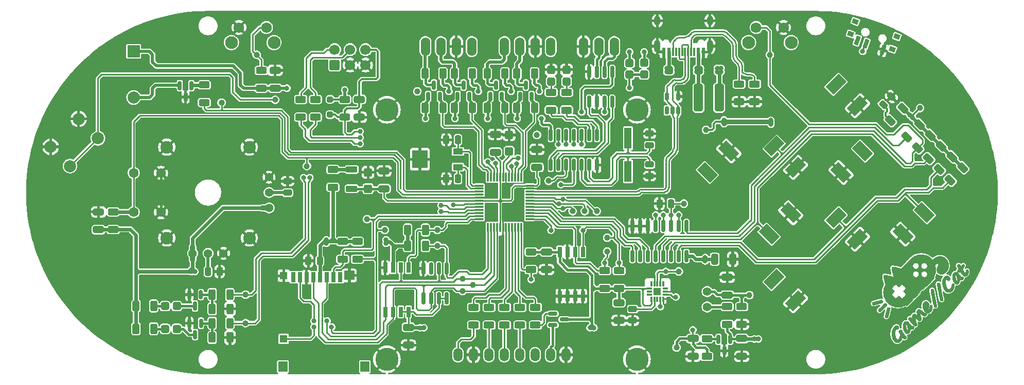
<source format=gbr>
G04 #@! TF.GenerationSoftware,KiCad,Pcbnew,8.0.8*
G04 #@! TF.CreationDate,2025-01-26T12:47:44-05:00*
G04 #@! TF.ProjectId,Game_Cat_R4,47616d65-5f43-4617-945f-52342e6b6963,4.1.4*
G04 #@! TF.SameCoordinates,Original*
G04 #@! TF.FileFunction,Copper,L1,Top*
G04 #@! TF.FilePolarity,Positive*
%FSLAX46Y46*%
G04 Gerber Fmt 4.6, Leading zero omitted, Abs format (unit mm)*
G04 Created by KiCad (PCBNEW 8.0.8) date 2025-01-26 12:47:44*
%MOMM*%
%LPD*%
G01*
G04 APERTURE LIST*
G04 Aperture macros list*
%AMRoundRect*
0 Rectangle with rounded corners*
0 $1 Rounding radius*
0 $2 $3 $4 $5 $6 $7 $8 $9 X,Y pos of 4 corners*
0 Add a 4 corners polygon primitive as box body*
4,1,4,$2,$3,$4,$5,$6,$7,$8,$9,$2,$3,0*
0 Add four circle primitives for the rounded corners*
1,1,$1+$1,$2,$3*
1,1,$1+$1,$4,$5*
1,1,$1+$1,$6,$7*
1,1,$1+$1,$8,$9*
0 Add four rect primitives between the rounded corners*
20,1,$1+$1,$2,$3,$4,$5,0*
20,1,$1+$1,$4,$5,$6,$7,0*
20,1,$1+$1,$6,$7,$8,$9,0*
20,1,$1+$1,$8,$9,$2,$3,0*%
%AMRotRect*
0 Rectangle, with rotation*
0 The origin of the aperture is its center*
0 $1 length*
0 $2 width*
0 $3 Rotation angle, in degrees counterclockwise*
0 Add horizontal line*
21,1,$1,$2,0,0,$3*%
G04 Aperture macros list end*
G04 #@! TA.AperFunction,EtchedComponent*
%ADD10C,0.010000*%
G04 #@! TD*
G04 #@! TA.AperFunction,ComponentPad*
%ADD11R,2.000000X2.000000*%
G04 #@! TD*
G04 #@! TA.AperFunction,ComponentPad*
%ADD12C,2.000000*%
G04 #@! TD*
G04 #@! TA.AperFunction,SMDPad,CuDef*
%ADD13RoundRect,0.250000X0.425000X-0.450000X0.425000X0.450000X-0.425000X0.450000X-0.425000X-0.450000X0*%
G04 #@! TD*
G04 #@! TA.AperFunction,SMDPad,CuDef*
%ADD14RoundRect,0.250000X0.650000X-0.325000X0.650000X0.325000X-0.650000X0.325000X-0.650000X-0.325000X0*%
G04 #@! TD*
G04 #@! TA.AperFunction,SMDPad,CuDef*
%ADD15RoundRect,0.250000X0.325000X0.650000X-0.325000X0.650000X-0.325000X-0.650000X0.325000X-0.650000X0*%
G04 #@! TD*
G04 #@! TA.AperFunction,SMDPad,CuDef*
%ADD16RoundRect,0.250000X-0.250000X-0.475000X0.250000X-0.475000X0.250000X0.475000X-0.250000X0.475000X0*%
G04 #@! TD*
G04 #@! TA.AperFunction,SMDPad,CuDef*
%ADD17RoundRect,0.250000X-0.650000X0.325000X-0.650000X-0.325000X0.650000X-0.325000X0.650000X0.325000X0*%
G04 #@! TD*
G04 #@! TA.AperFunction,SMDPad,CuDef*
%ADD18RoundRect,0.250000X-0.475000X0.250000X-0.475000X-0.250000X0.475000X-0.250000X0.475000X0.250000X0*%
G04 #@! TD*
G04 #@! TA.AperFunction,ComponentPad*
%ADD19C,1.397000*%
G04 #@! TD*
G04 #@! TA.AperFunction,ComponentPad*
%ADD20C,1.600000*%
G04 #@! TD*
G04 #@! TA.AperFunction,ComponentPad*
%ADD21C,2.095500*%
G04 #@! TD*
G04 #@! TA.AperFunction,SMDPad,CuDef*
%ADD22RoundRect,0.150000X-0.150000X0.587500X-0.150000X-0.587500X0.150000X-0.587500X0.150000X0.587500X0*%
G04 #@! TD*
G04 #@! TA.AperFunction,SMDPad,CuDef*
%ADD23RoundRect,0.150000X-0.587500X-0.150000X0.587500X-0.150000X0.587500X0.150000X-0.587500X0.150000X0*%
G04 #@! TD*
G04 #@! TA.AperFunction,SMDPad,CuDef*
%ADD24RoundRect,0.150000X0.150000X-0.587500X0.150000X0.587500X-0.150000X0.587500X-0.150000X-0.587500X0*%
G04 #@! TD*
G04 #@! TA.AperFunction,SMDPad,CuDef*
%ADD25RoundRect,0.250000X-0.220971X0.662913X-0.662913X0.220971X0.220971X-0.662913X0.662913X-0.220971X0*%
G04 #@! TD*
G04 #@! TA.AperFunction,SMDPad,CuDef*
%ADD26RoundRect,0.250000X0.625000X-0.312500X0.625000X0.312500X-0.625000X0.312500X-0.625000X-0.312500X0*%
G04 #@! TD*
G04 #@! TA.AperFunction,ComponentPad*
%ADD27C,1.422400*%
G04 #@! TD*
G04 #@! TA.AperFunction,SMDPad,CuDef*
%ADD28RoundRect,0.250000X-0.625000X0.312500X-0.625000X-0.312500X0.625000X-0.312500X0.625000X0.312500X0*%
G04 #@! TD*
G04 #@! TA.AperFunction,SMDPad,CuDef*
%ADD29RoundRect,0.250000X-0.312500X-0.625000X0.312500X-0.625000X0.312500X0.625000X-0.312500X0.625000X0*%
G04 #@! TD*
G04 #@! TA.AperFunction,SMDPad,CuDef*
%ADD30RoundRect,0.250000X0.312500X0.625000X-0.312500X0.625000X-0.312500X-0.625000X0.312500X-0.625000X0*%
G04 #@! TD*
G04 #@! TA.AperFunction,ComponentPad*
%ADD31C,2.100000*%
G04 #@! TD*
G04 #@! TA.AperFunction,ComponentPad*
%ADD32C,1.750000*%
G04 #@! TD*
G04 #@! TA.AperFunction,SMDPad,CuDef*
%ADD33RoundRect,0.150000X-0.150000X0.825000X-0.150000X-0.825000X0.150000X-0.825000X0.150000X0.825000X0*%
G04 #@! TD*
G04 #@! TA.AperFunction,ComponentPad*
%ADD34O,1.524000X3.048000*%
G04 #@! TD*
G04 #@! TA.AperFunction,SMDPad,CuDef*
%ADD35RoundRect,0.250000X0.250000X0.475000X-0.250000X0.475000X-0.250000X-0.475000X0.250000X-0.475000X0*%
G04 #@! TD*
G04 #@! TA.AperFunction,SMDPad,CuDef*
%ADD36RoundRect,0.150000X0.150000X-0.512500X0.150000X0.512500X-0.150000X0.512500X-0.150000X-0.512500X0*%
G04 #@! TD*
G04 #@! TA.AperFunction,SMDPad,CuDef*
%ADD37R,1.501140X1.699260*%
G04 #@! TD*
G04 #@! TA.AperFunction,SMDPad,CuDef*
%ADD38R,0.800100X1.678940*%
G04 #@! TD*
G04 #@! TA.AperFunction,SMDPad,CuDef*
%ADD39R,1.290320X1.300480*%
G04 #@! TD*
G04 #@! TA.AperFunction,SMDPad,CuDef*
%ADD40R,1.699260X1.501140*%
G04 #@! TD*
G04 #@! TA.AperFunction,SMDPad,CuDef*
%ADD41RoundRect,0.250000X-0.700000X0.275000X-0.700000X-0.275000X0.700000X-0.275000X0.700000X0.275000X0*%
G04 #@! TD*
G04 #@! TA.AperFunction,SMDPad,CuDef*
%ADD42RoundRect,0.250000X0.475000X-0.250000X0.475000X0.250000X-0.475000X0.250000X-0.475000X-0.250000X0*%
G04 #@! TD*
G04 #@! TA.AperFunction,SMDPad,CuDef*
%ADD43RoundRect,0.250000X-0.400000X0.412500X-0.400000X-0.412500X0.400000X-0.412500X0.400000X0.412500X0*%
G04 #@! TD*
G04 #@! TA.AperFunction,SMDPad,CuDef*
%ADD44RoundRect,0.150000X0.150000X-0.825000X0.150000X0.825000X-0.150000X0.825000X-0.150000X-0.825000X0*%
G04 #@! TD*
G04 #@! TA.AperFunction,SMDPad,CuDef*
%ADD45R,1.200000X3.500000*%
G04 #@! TD*
G04 #@! TA.AperFunction,SMDPad,CuDef*
%ADD46RoundRect,0.250000X0.412500X0.400000X-0.412500X0.400000X-0.412500X-0.400000X0.412500X-0.400000X0*%
G04 #@! TD*
G04 #@! TA.AperFunction,SMDPad,CuDef*
%ADD47R,1.250000X1.250000*%
G04 #@! TD*
G04 #@! TA.AperFunction,SMDPad,CuDef*
%ADD48R,0.305000X0.813000*%
G04 #@! TD*
G04 #@! TA.AperFunction,SMDPad,CuDef*
%ADD49R,0.813000X0.305000*%
G04 #@! TD*
G04 #@! TA.AperFunction,SMDPad,CuDef*
%ADD50R,0.650000X1.700000*%
G04 #@! TD*
G04 #@! TA.AperFunction,SMDPad,CuDef*
%ADD51RoundRect,0.075000X-0.662500X-0.075000X0.662500X-0.075000X0.662500X0.075000X-0.662500X0.075000X0*%
G04 #@! TD*
G04 #@! TA.AperFunction,SMDPad,CuDef*
%ADD52RoundRect,0.075000X-0.075000X-0.662500X0.075000X-0.662500X0.075000X0.662500X-0.075000X0.662500X0*%
G04 #@! TD*
G04 #@! TA.AperFunction,SMDPad,CuDef*
%ADD53RotRect,3.000000X1.800000X225.000000*%
G04 #@! TD*
G04 #@! TA.AperFunction,SMDPad,CuDef*
%ADD54RotRect,3.000000X1.800000X315.000000*%
G04 #@! TD*
G04 #@! TA.AperFunction,SMDPad,CuDef*
%ADD55RotRect,3.000000X1.800000X135.000000*%
G04 #@! TD*
G04 #@! TA.AperFunction,SMDPad,CuDef*
%ADD56RotRect,3.000000X1.800000X45.000000*%
G04 #@! TD*
G04 #@! TA.AperFunction,SMDPad,CuDef*
%ADD57RoundRect,0.250000X0.400000X-0.412500X0.400000X0.412500X-0.400000X0.412500X-0.400000X-0.412500X0*%
G04 #@! TD*
G04 #@! TA.AperFunction,SMDPad,CuDef*
%ADD58RoundRect,0.243750X-0.150260X0.494975X-0.494975X0.150260X0.150260X-0.494975X0.494975X-0.150260X0*%
G04 #@! TD*
G04 #@! TA.AperFunction,ComponentPad*
%ADD59O,1.498600X2.184400*%
G04 #@! TD*
G04 #@! TA.AperFunction,ComponentPad*
%ADD60C,3.810000*%
G04 #@! TD*
G04 #@! TA.AperFunction,SMDPad,CuDef*
%ADD61RotRect,1.000000X0.800000X160.000000*%
G04 #@! TD*
G04 #@! TA.AperFunction,SMDPad,CuDef*
%ADD62RotRect,0.700000X1.500000X160.000000*%
G04 #@! TD*
G04 #@! TA.AperFunction,SMDPad,CuDef*
%ADD63C,1.000000*%
G04 #@! TD*
G04 #@! TA.AperFunction,SMDPad,CuDef*
%ADD64R,0.600000X1.450000*%
G04 #@! TD*
G04 #@! TA.AperFunction,SMDPad,CuDef*
%ADD65R,0.300000X1.450000*%
G04 #@! TD*
G04 #@! TA.AperFunction,ComponentPad*
%ADD66O,1.000000X2.100000*%
G04 #@! TD*
G04 #@! TA.AperFunction,ComponentPad*
%ADD67O,1.000000X1.600000*%
G04 #@! TD*
G04 #@! TA.AperFunction,SMDPad,CuDef*
%ADD68RoundRect,0.250000X-0.250000X0.250000X-0.250000X-0.250000X0.250000X-0.250000X0.250000X0.250000X0*%
G04 #@! TD*
G04 #@! TA.AperFunction,ComponentPad*
%ADD69RoundRect,0.250000X0.600000X-0.600000X0.600000X0.600000X-0.600000X0.600000X-0.600000X-0.600000X0*%
G04 #@! TD*
G04 #@! TA.AperFunction,ComponentPad*
%ADD70C,1.700000*%
G04 #@! TD*
G04 #@! TA.AperFunction,SMDPad,CuDef*
%ADD71RoundRect,0.375000X0.375000X1.925000X-0.375000X1.925000X-0.375000X-1.925000X0.375000X-1.925000X0*%
G04 #@! TD*
G04 #@! TA.AperFunction,SMDPad,CuDef*
%ADD72R,1.600000X1.000000*%
G04 #@! TD*
G04 #@! TA.AperFunction,SMDPad,CuDef*
%ADD73R,2.500000X3.000000*%
G04 #@! TD*
G04 #@! TA.AperFunction,ViaPad*
%ADD74C,0.820000*%
G04 #@! TD*
G04 #@! TA.AperFunction,Conductor*
%ADD75C,0.228600*%
G04 #@! TD*
G04 #@! TA.AperFunction,Conductor*
%ADD76C,0.279400*%
G04 #@! TD*
G04 #@! TA.AperFunction,Conductor*
%ADD77C,0.406400*%
G04 #@! TD*
G04 #@! TA.AperFunction,Conductor*
%ADD78C,0.152400*%
G04 #@! TD*
G04 #@! TA.AperFunction,Conductor*
%ADD79C,0.457200*%
G04 #@! TD*
G04 #@! TA.AperFunction,Conductor*
%ADD80C,0.254000*%
G04 #@! TD*
G04 #@! TA.AperFunction,Conductor*
%ADD81C,0.508000*%
G04 #@! TD*
G04 #@! TA.AperFunction,Conductor*
%ADD82C,0.558800*%
G04 #@! TD*
G04 #@! TA.AperFunction,Conductor*
%ADD83C,0.330200*%
G04 #@! TD*
G04 #@! TA.AperFunction,Conductor*
%ADD84C,0.660400*%
G04 #@! TD*
G04 #@! TA.AperFunction,Conductor*
%ADD85C,0.304800*%
G04 #@! TD*
G04 #@! TA.AperFunction,Conductor*
%ADD86C,0.812800*%
G04 #@! TD*
G04 #@! TA.AperFunction,Conductor*
%ADD87C,0.762000*%
G04 #@! TD*
G04 #@! TA.AperFunction,Conductor*
%ADD88C,0.584200*%
G04 #@! TD*
G04 #@! TA.AperFunction,Conductor*
%ADD89C,0.600000*%
G04 #@! TD*
G04 #@! TA.AperFunction,Conductor*
%ADD90C,0.609600*%
G04 #@! TD*
G04 APERTURE END LIST*
D10*
X190767266Y-117705850D02*
X190798213Y-117712720D01*
X190819485Y-117719171D01*
X190874377Y-117746449D01*
X190920008Y-117785921D01*
X190955071Y-117834847D01*
X190978264Y-117890478D01*
X190988283Y-117950072D01*
X190983825Y-118010884D01*
X190974308Y-118045032D01*
X190956450Y-118081102D01*
X190930152Y-118118435D01*
X190900149Y-118151077D01*
X190873617Y-118171682D01*
X190861970Y-118175930D01*
X190835453Y-118184028D01*
X190795582Y-118195572D01*
X190743874Y-118210160D01*
X190681843Y-118227386D01*
X190611006Y-118246845D01*
X190532877Y-118268137D01*
X190448971Y-118290855D01*
X190360806Y-118314596D01*
X190269895Y-118338955D01*
X190177755Y-118363531D01*
X190085901Y-118387917D01*
X189995849Y-118411712D01*
X189909113Y-118434510D01*
X189827209Y-118455908D01*
X189751654Y-118475501D01*
X189683963Y-118492886D01*
X189625650Y-118507660D01*
X189578232Y-118519418D01*
X189543224Y-118527756D01*
X189522141Y-118532270D01*
X189518336Y-118532871D01*
X189490653Y-118532535D01*
X189455213Y-118527279D01*
X189422522Y-118519048D01*
X189392140Y-118508896D01*
X189370653Y-118498924D01*
X189352392Y-118485377D01*
X189331686Y-118464498D01*
X189318831Y-118450340D01*
X189284570Y-118407084D01*
X189263445Y-118366033D01*
X189253476Y-118321770D01*
X189252686Y-118268952D01*
X189263575Y-118205577D01*
X189288383Y-118149839D01*
X189325922Y-118103625D01*
X189375010Y-118068824D01*
X189379798Y-118066392D01*
X189393597Y-118061445D01*
X189422174Y-118052692D01*
X189464005Y-118040538D01*
X189517560Y-118025392D01*
X189581311Y-118007658D01*
X189653729Y-117987744D01*
X189733286Y-117966057D01*
X189818453Y-117943002D01*
X189907702Y-117918988D01*
X189999506Y-117894418D01*
X190092336Y-117869701D01*
X190184662Y-117845245D01*
X190274957Y-117821453D01*
X190361693Y-117798734D01*
X190443342Y-117777493D01*
X190518375Y-117758138D01*
X190585262Y-117741075D01*
X190642477Y-117726712D01*
X190688492Y-117715452D01*
X190721776Y-117707704D01*
X190740803Y-117703875D01*
X190743835Y-117703535D01*
X190767266Y-117705850D01*
G04 #@! TA.AperFunction,EtchedComponent*
G36*
X190767266Y-117705850D02*
G01*
X190798213Y-117712720D01*
X190819485Y-117719171D01*
X190874377Y-117746449D01*
X190920008Y-117785921D01*
X190955071Y-117834847D01*
X190978264Y-117890478D01*
X190988283Y-117950072D01*
X190983825Y-118010884D01*
X190974308Y-118045032D01*
X190956450Y-118081102D01*
X190930152Y-118118435D01*
X190900149Y-118151077D01*
X190873617Y-118171682D01*
X190861970Y-118175930D01*
X190835453Y-118184028D01*
X190795582Y-118195572D01*
X190743874Y-118210160D01*
X190681843Y-118227386D01*
X190611006Y-118246845D01*
X190532877Y-118268137D01*
X190448971Y-118290855D01*
X190360806Y-118314596D01*
X190269895Y-118338955D01*
X190177755Y-118363531D01*
X190085901Y-118387917D01*
X189995849Y-118411712D01*
X189909113Y-118434510D01*
X189827209Y-118455908D01*
X189751654Y-118475501D01*
X189683963Y-118492886D01*
X189625650Y-118507660D01*
X189578232Y-118519418D01*
X189543224Y-118527756D01*
X189522141Y-118532270D01*
X189518336Y-118532871D01*
X189490653Y-118532535D01*
X189455213Y-118527279D01*
X189422522Y-118519048D01*
X189392140Y-118508896D01*
X189370653Y-118498924D01*
X189352392Y-118485377D01*
X189331686Y-118464498D01*
X189318831Y-118450340D01*
X189284570Y-118407084D01*
X189263445Y-118366033D01*
X189253476Y-118321770D01*
X189252686Y-118268952D01*
X189263575Y-118205577D01*
X189288383Y-118149839D01*
X189325922Y-118103625D01*
X189375010Y-118068824D01*
X189379798Y-118066392D01*
X189393597Y-118061445D01*
X189422174Y-118052692D01*
X189464005Y-118040538D01*
X189517560Y-118025392D01*
X189581311Y-118007658D01*
X189653729Y-117987744D01*
X189733286Y-117966057D01*
X189818453Y-117943002D01*
X189907702Y-117918988D01*
X189999506Y-117894418D01*
X190092336Y-117869701D01*
X190184662Y-117845245D01*
X190274957Y-117821453D01*
X190361693Y-117798734D01*
X190443342Y-117777493D01*
X190518375Y-117758138D01*
X190585262Y-117741075D01*
X190642477Y-117726712D01*
X190688492Y-117715452D01*
X190721776Y-117707704D01*
X190740803Y-117703875D01*
X190743835Y-117703535D01*
X190767266Y-117705850D01*
G37*
G04 #@! TD.AperFunction*
X191996786Y-118921895D02*
X192058565Y-118944194D01*
X192080430Y-118956238D01*
X192107849Y-118973651D01*
X192126335Y-118988884D01*
X192141595Y-119007665D01*
X192158890Y-119034980D01*
X192172522Y-119058202D01*
X192183265Y-119079331D01*
X192190964Y-119100180D01*
X192195471Y-119122562D01*
X192196632Y-119148293D01*
X192194295Y-119179185D01*
X192188310Y-119217054D01*
X192178525Y-119263711D01*
X192164786Y-119320970D01*
X192146944Y-119390646D01*
X192124846Y-119474554D01*
X192120866Y-119489569D01*
X192098492Y-119573974D01*
X192073005Y-119670169D01*
X192045616Y-119773575D01*
X192017540Y-119879617D01*
X191989986Y-119983720D01*
X191964167Y-120081304D01*
X191947963Y-120142574D01*
X191927959Y-120217420D01*
X191908549Y-120288537D01*
X191890302Y-120353944D01*
X191873787Y-120411661D01*
X191859575Y-120459708D01*
X191848235Y-120496105D01*
X191840337Y-120518872D01*
X191838296Y-120523665D01*
X191809662Y-120570152D01*
X191773375Y-120604515D01*
X191744928Y-120621813D01*
X191698539Y-120642292D01*
X191655664Y-120652123D01*
X191608311Y-120653074D01*
X191604682Y-120652857D01*
X191542098Y-120640841D01*
X191486326Y-120614165D01*
X191439411Y-120574413D01*
X191403391Y-120523167D01*
X191386577Y-120483810D01*
X191377361Y-120448125D01*
X191372391Y-120412245D01*
X191372388Y-120388825D01*
X191375206Y-120374549D01*
X191382047Y-120345243D01*
X191392571Y-120302236D01*
X191406441Y-120246855D01*
X191423314Y-120180428D01*
X191442850Y-120104282D01*
X191464713Y-120019745D01*
X191488562Y-119928143D01*
X191514057Y-119830806D01*
X191540859Y-119729057D01*
X191549174Y-119697607D01*
X191581592Y-119575075D01*
X191610034Y-119467804D01*
X191634888Y-119374699D01*
X191656546Y-119294667D01*
X191675396Y-119226613D01*
X191691830Y-119169444D01*
X191706238Y-119122065D01*
X191719009Y-119083383D01*
X191730534Y-119052304D01*
X191741205Y-119027734D01*
X191751409Y-119008578D01*
X191761539Y-118993742D01*
X191771984Y-118982134D01*
X191783133Y-118972657D01*
X191795379Y-118964220D01*
X191809110Y-118955728D01*
X191815111Y-118952067D01*
X191873280Y-118925803D01*
X191934432Y-118915755D01*
X191996786Y-118921895D01*
G04 #@! TA.AperFunction,EtchedComponent*
G36*
X191996786Y-118921895D02*
G01*
X192058565Y-118944194D01*
X192080430Y-118956238D01*
X192107849Y-118973651D01*
X192126335Y-118988884D01*
X192141595Y-119007665D01*
X192158890Y-119034980D01*
X192172522Y-119058202D01*
X192183265Y-119079331D01*
X192190964Y-119100180D01*
X192195471Y-119122562D01*
X192196632Y-119148293D01*
X192194295Y-119179185D01*
X192188310Y-119217054D01*
X192178525Y-119263711D01*
X192164786Y-119320970D01*
X192146944Y-119390646D01*
X192124846Y-119474554D01*
X192120866Y-119489569D01*
X192098492Y-119573974D01*
X192073005Y-119670169D01*
X192045616Y-119773575D01*
X192017540Y-119879617D01*
X191989986Y-119983720D01*
X191964167Y-120081304D01*
X191947963Y-120142574D01*
X191927959Y-120217420D01*
X191908549Y-120288537D01*
X191890302Y-120353944D01*
X191873787Y-120411661D01*
X191859575Y-120459708D01*
X191848235Y-120496105D01*
X191840337Y-120518872D01*
X191838296Y-120523665D01*
X191809662Y-120570152D01*
X191773375Y-120604515D01*
X191744928Y-120621813D01*
X191698539Y-120642292D01*
X191655664Y-120652123D01*
X191608311Y-120653074D01*
X191604682Y-120652857D01*
X191542098Y-120640841D01*
X191486326Y-120614165D01*
X191439411Y-120574413D01*
X191403391Y-120523167D01*
X191386577Y-120483810D01*
X191377361Y-120448125D01*
X191372391Y-120412245D01*
X191372388Y-120388825D01*
X191375206Y-120374549D01*
X191382047Y-120345243D01*
X191392571Y-120302236D01*
X191406441Y-120246855D01*
X191423314Y-120180428D01*
X191442850Y-120104282D01*
X191464713Y-120019745D01*
X191488562Y-119928143D01*
X191514057Y-119830806D01*
X191540859Y-119729057D01*
X191549174Y-119697607D01*
X191581592Y-119575075D01*
X191610034Y-119467804D01*
X191634888Y-119374699D01*
X191656546Y-119294667D01*
X191675396Y-119226613D01*
X191691830Y-119169444D01*
X191706238Y-119122065D01*
X191719009Y-119083383D01*
X191730534Y-119052304D01*
X191741205Y-119027734D01*
X191751409Y-119008578D01*
X191761539Y-118993742D01*
X191771984Y-118982134D01*
X191783133Y-118972657D01*
X191795379Y-118964220D01*
X191809110Y-118955728D01*
X191815111Y-118952067D01*
X191873280Y-118925803D01*
X191934432Y-118915755D01*
X191996786Y-118921895D01*
G37*
G04 #@! TD.AperFunction*
X191474816Y-118264505D02*
X191477731Y-118265483D01*
X191535522Y-118293425D01*
X191584561Y-118333830D01*
X191621999Y-118384046D01*
X191635743Y-118412662D01*
X191648702Y-118463534D01*
X191650761Y-118519140D01*
X191642468Y-118573956D01*
X191624368Y-118622454D01*
X191613172Y-118640741D01*
X191605333Y-118649273D01*
X191586360Y-118668766D01*
X191557174Y-118698303D01*
X191518698Y-118736960D01*
X191471854Y-118783819D01*
X191417565Y-118837960D01*
X191356750Y-118898463D01*
X191290334Y-118964406D01*
X191219238Y-119034870D01*
X191144385Y-119108935D01*
X191106938Y-119145943D01*
X191018373Y-119233428D01*
X190941023Y-119309790D01*
X190874064Y-119375806D01*
X190816670Y-119432252D01*
X190768017Y-119479904D01*
X190727279Y-119519536D01*
X190693630Y-119551925D01*
X190666243Y-119577848D01*
X190644296Y-119598078D01*
X190626962Y-119613393D01*
X190613416Y-119624567D01*
X190602832Y-119632377D01*
X190594385Y-119637598D01*
X190587250Y-119641006D01*
X190580602Y-119643378D01*
X190576290Y-119644689D01*
X190511841Y-119655542D01*
X190448723Y-119650244D01*
X190389366Y-119629419D01*
X190336193Y-119593689D01*
X190320725Y-119579050D01*
X190280597Y-119527662D01*
X190256732Y-119472019D01*
X190248773Y-119411020D01*
X190252340Y-119365447D01*
X190254690Y-119350677D01*
X190257489Y-119336996D01*
X190261497Y-119323541D01*
X190267474Y-119309452D01*
X190276180Y-119293866D01*
X190288375Y-119275922D01*
X190304820Y-119254758D01*
X190326273Y-119229514D01*
X190353494Y-119199327D01*
X190387245Y-119163336D01*
X190428284Y-119120679D01*
X190477372Y-119070495D01*
X190535269Y-119011921D01*
X190602735Y-118944099D01*
X190680530Y-118866165D01*
X190769412Y-118777257D01*
X190784517Y-118762152D01*
X190871033Y-118675650D01*
X190946430Y-118600324D01*
X191011554Y-118535365D01*
X191067246Y-118479974D01*
X191114351Y-118433342D01*
X191153712Y-118394670D01*
X191186175Y-118363150D01*
X191212580Y-118337981D01*
X191233773Y-118318356D01*
X191250598Y-118303475D01*
X191263897Y-118292530D01*
X191274515Y-118284719D01*
X191283295Y-118279239D01*
X191291081Y-118275284D01*
X191298717Y-118272050D01*
X191298885Y-118271983D01*
X191359057Y-118254389D01*
X191416276Y-118251947D01*
X191474816Y-118264505D01*
G04 #@! TA.AperFunction,EtchedComponent*
G36*
X191474816Y-118264505D02*
G01*
X191477731Y-118265483D01*
X191535522Y-118293425D01*
X191584561Y-118333830D01*
X191621999Y-118384046D01*
X191635743Y-118412662D01*
X191648702Y-118463534D01*
X191650761Y-118519140D01*
X191642468Y-118573956D01*
X191624368Y-118622454D01*
X191613172Y-118640741D01*
X191605333Y-118649273D01*
X191586360Y-118668766D01*
X191557174Y-118698303D01*
X191518698Y-118736960D01*
X191471854Y-118783819D01*
X191417565Y-118837960D01*
X191356750Y-118898463D01*
X191290334Y-118964406D01*
X191219238Y-119034870D01*
X191144385Y-119108935D01*
X191106938Y-119145943D01*
X191018373Y-119233428D01*
X190941023Y-119309790D01*
X190874064Y-119375806D01*
X190816670Y-119432252D01*
X190768017Y-119479904D01*
X190727279Y-119519536D01*
X190693630Y-119551925D01*
X190666243Y-119577848D01*
X190644296Y-119598078D01*
X190626962Y-119613393D01*
X190613416Y-119624567D01*
X190602832Y-119632377D01*
X190594385Y-119637598D01*
X190587250Y-119641006D01*
X190580602Y-119643378D01*
X190576290Y-119644689D01*
X190511841Y-119655542D01*
X190448723Y-119650244D01*
X190389366Y-119629419D01*
X190336193Y-119593689D01*
X190320725Y-119579050D01*
X190280597Y-119527662D01*
X190256732Y-119472019D01*
X190248773Y-119411020D01*
X190252340Y-119365447D01*
X190254690Y-119350677D01*
X190257489Y-119336996D01*
X190261497Y-119323541D01*
X190267474Y-119309452D01*
X190276180Y-119293866D01*
X190288375Y-119275922D01*
X190304820Y-119254758D01*
X190326273Y-119229514D01*
X190353494Y-119199327D01*
X190387245Y-119163336D01*
X190428284Y-119120679D01*
X190477372Y-119070495D01*
X190535269Y-119011921D01*
X190602735Y-118944099D01*
X190680530Y-118866165D01*
X190769412Y-118777257D01*
X190784517Y-118762152D01*
X190871033Y-118675650D01*
X190946430Y-118600324D01*
X191011554Y-118535365D01*
X191067246Y-118479974D01*
X191114351Y-118433342D01*
X191153712Y-118394670D01*
X191186175Y-118363150D01*
X191212580Y-118337981D01*
X191233773Y-118318356D01*
X191250598Y-118303475D01*
X191263897Y-118292530D01*
X191274515Y-118284719D01*
X191283295Y-118279239D01*
X191291081Y-118275284D01*
X191298717Y-118272050D01*
X191298885Y-118271983D01*
X191359057Y-118254389D01*
X191416276Y-118251947D01*
X191474816Y-118264505D01*
G37*
G04 #@! TD.AperFunction*
X199158040Y-115888310D02*
X199213891Y-115897222D01*
X199264250Y-115914075D01*
X199304753Y-115938411D01*
X199313859Y-115946630D01*
X199333760Y-115973048D01*
X199353439Y-116012522D01*
X199373012Y-116065526D01*
X199392591Y-116132536D01*
X199412289Y-116214027D01*
X199432222Y-116310473D01*
X199452503Y-116422351D01*
X199473244Y-116550134D01*
X199494561Y-116694299D01*
X199497159Y-116712696D01*
X199504206Y-116760097D01*
X199513783Y-116820383D01*
X199525573Y-116891812D01*
X199539260Y-116972650D01*
X199554528Y-117061154D01*
X199571060Y-117155588D01*
X199588541Y-117254213D01*
X199606653Y-117355290D01*
X199625080Y-117457081D01*
X199643506Y-117557847D01*
X199661615Y-117655849D01*
X199679091Y-117749349D01*
X199695616Y-117836609D01*
X199710875Y-117915889D01*
X199724552Y-117985451D01*
X199736330Y-118043557D01*
X199745891Y-118088468D01*
X199752923Y-118118445D01*
X199752967Y-118118619D01*
X199765360Y-118165870D01*
X199780351Y-118222012D01*
X199795951Y-118279640D01*
X199808735Y-118326183D01*
X199838272Y-118445944D01*
X199858624Y-118558318D01*
X199869326Y-118660605D01*
X199870463Y-118684991D01*
X199869927Y-118745844D01*
X199862979Y-118793425D01*
X199848458Y-118830561D01*
X199825200Y-118860076D01*
X199792041Y-118884791D01*
X199786927Y-118887808D01*
X199733242Y-118910404D01*
X199675004Y-118920642D01*
X199616041Y-118918870D01*
X199560181Y-118905441D01*
X199511253Y-118880703D01*
X199486620Y-118860383D01*
X199465077Y-118831555D01*
X199441969Y-118786980D01*
X199417584Y-118727734D01*
X199392215Y-118654895D01*
X199366151Y-118569540D01*
X199339682Y-118472746D01*
X199313096Y-118365592D01*
X199286687Y-118249153D01*
X199260742Y-118124510D01*
X199235553Y-117992737D01*
X199211410Y-117854913D01*
X199204244Y-117811509D01*
X199196246Y-117765251D01*
X199184844Y-117703678D01*
X199170285Y-117628003D01*
X199152816Y-117539439D01*
X199132683Y-117439199D01*
X199110132Y-117328497D01*
X199085409Y-117208549D01*
X199058761Y-117080566D01*
X199030433Y-116945761D01*
X199000673Y-116805350D01*
X198988191Y-116746805D01*
X198960464Y-116613423D01*
X198937647Y-116495229D01*
X198919759Y-116391205D01*
X198906813Y-116300333D01*
X198898826Y-116221597D01*
X198895814Y-116153980D01*
X198897791Y-116096465D01*
X198904776Y-116048035D01*
X198916783Y-116007671D01*
X198933827Y-115974358D01*
X198955926Y-115947077D01*
X198983094Y-115924812D01*
X199001176Y-115913800D01*
X199047319Y-115896140D01*
X199101061Y-115887797D01*
X199158040Y-115888310D01*
G04 #@! TA.AperFunction,EtchedComponent*
G36*
X199158040Y-115888310D02*
G01*
X199213891Y-115897222D01*
X199264250Y-115914075D01*
X199304753Y-115938411D01*
X199313859Y-115946630D01*
X199333760Y-115973048D01*
X199353439Y-116012522D01*
X199373012Y-116065526D01*
X199392591Y-116132536D01*
X199412289Y-116214027D01*
X199432222Y-116310473D01*
X199452503Y-116422351D01*
X199473244Y-116550134D01*
X199494561Y-116694299D01*
X199497159Y-116712696D01*
X199504206Y-116760097D01*
X199513783Y-116820383D01*
X199525573Y-116891812D01*
X199539260Y-116972650D01*
X199554528Y-117061154D01*
X199571060Y-117155588D01*
X199588541Y-117254213D01*
X199606653Y-117355290D01*
X199625080Y-117457081D01*
X199643506Y-117557847D01*
X199661615Y-117655849D01*
X199679091Y-117749349D01*
X199695616Y-117836609D01*
X199710875Y-117915889D01*
X199724552Y-117985451D01*
X199736330Y-118043557D01*
X199745891Y-118088468D01*
X199752923Y-118118445D01*
X199752967Y-118118619D01*
X199765360Y-118165870D01*
X199780351Y-118222012D01*
X199795951Y-118279640D01*
X199808735Y-118326183D01*
X199838272Y-118445944D01*
X199858624Y-118558318D01*
X199869326Y-118660605D01*
X199870463Y-118684991D01*
X199869927Y-118745844D01*
X199862979Y-118793425D01*
X199848458Y-118830561D01*
X199825200Y-118860076D01*
X199792041Y-118884791D01*
X199786927Y-118887808D01*
X199733242Y-118910404D01*
X199675004Y-118920642D01*
X199616041Y-118918870D01*
X199560181Y-118905441D01*
X199511253Y-118880703D01*
X199486620Y-118860383D01*
X199465077Y-118831555D01*
X199441969Y-118786980D01*
X199417584Y-118727734D01*
X199392215Y-118654895D01*
X199366151Y-118569540D01*
X199339682Y-118472746D01*
X199313096Y-118365592D01*
X199286687Y-118249153D01*
X199260742Y-118124510D01*
X199235553Y-117992737D01*
X199211410Y-117854913D01*
X199204244Y-117811509D01*
X199196246Y-117765251D01*
X199184844Y-117703678D01*
X199170285Y-117628003D01*
X199152816Y-117539439D01*
X199132683Y-117439199D01*
X199110132Y-117328497D01*
X199085409Y-117208549D01*
X199058761Y-117080566D01*
X199030433Y-116945761D01*
X199000673Y-116805350D01*
X198988191Y-116746805D01*
X198960464Y-116613423D01*
X198937647Y-116495229D01*
X198919759Y-116391205D01*
X198906813Y-116300333D01*
X198898826Y-116221597D01*
X198895814Y-116153980D01*
X198897791Y-116096465D01*
X198904776Y-116048035D01*
X198916783Y-116007671D01*
X198933827Y-115974358D01*
X198955926Y-115947077D01*
X198983094Y-115924812D01*
X199001176Y-115913800D01*
X199047319Y-115896140D01*
X199101061Y-115887797D01*
X199158040Y-115888310D01*
G37*
G04 #@! TD.AperFunction*
X200192525Y-114850942D02*
X200247864Y-114859192D01*
X200298265Y-114874626D01*
X200339277Y-114896756D01*
X200353456Y-114908738D01*
X200373802Y-114937253D01*
X200394447Y-114982474D01*
X200415341Y-115044189D01*
X200436431Y-115122180D01*
X200457664Y-115216231D01*
X200478990Y-115326127D01*
X200500354Y-115451652D01*
X200521707Y-115592589D01*
X200526631Y-115627305D01*
X200533165Y-115671226D01*
X200542457Y-115729797D01*
X200554157Y-115801027D01*
X200567910Y-115882927D01*
X200583364Y-115973508D01*
X200600167Y-116070777D01*
X200617964Y-116172748D01*
X200636405Y-116277429D01*
X200655135Y-116382830D01*
X200673802Y-116486962D01*
X200692054Y-116587835D01*
X200709536Y-116683458D01*
X200725897Y-116771844D01*
X200740784Y-116851001D01*
X200753844Y-116918940D01*
X200764724Y-116973670D01*
X200769090Y-116994768D01*
X200777331Y-117030974D01*
X200789014Y-117078426D01*
X200802861Y-117132117D01*
X200817591Y-117187037D01*
X200825080Y-117214080D01*
X200843010Y-117278448D01*
X200857000Y-117330082D01*
X200867845Y-117372497D01*
X200876339Y-117409208D01*
X200883278Y-117443734D01*
X200889455Y-117479589D01*
X200895664Y-117520292D01*
X200898173Y-117537596D01*
X200907501Y-117622927D01*
X200908808Y-117693387D01*
X200902095Y-117748963D01*
X200887362Y-117789644D01*
X200886106Y-117791806D01*
X200872772Y-117813635D01*
X200862828Y-117826579D01*
X200850909Y-117836241D01*
X200832675Y-117847602D01*
X200780489Y-117870474D01*
X200720692Y-117881823D01*
X200685437Y-117882588D01*
X200631786Y-117877077D01*
X200586587Y-117864255D01*
X200548279Y-117842554D01*
X200515297Y-117810407D01*
X200486077Y-117766249D01*
X200459058Y-117708512D01*
X200432676Y-117635631D01*
X200429617Y-117626221D01*
X200409779Y-117560117D01*
X200388187Y-117480149D01*
X200365483Y-117389208D01*
X200342309Y-117290186D01*
X200319309Y-117185977D01*
X200297124Y-117079473D01*
X200276396Y-116973564D01*
X200257768Y-116871145D01*
X200244975Y-116794716D01*
X200238452Y-116756795D01*
X200228603Y-116703580D01*
X200215681Y-116636319D01*
X200199941Y-116556263D01*
X200181636Y-116464660D01*
X200161021Y-116362762D01*
X200138350Y-116251819D01*
X200113875Y-116133078D01*
X200087851Y-116007791D01*
X200060531Y-115877208D01*
X200032170Y-115742577D01*
X200011859Y-115646721D01*
X199985486Y-115518084D01*
X199964386Y-115404507D01*
X199948595Y-115304954D01*
X199938155Y-115218384D01*
X199933105Y-115143761D01*
X199933485Y-115080046D01*
X199939335Y-115026200D01*
X199950694Y-114981187D01*
X199967601Y-114943968D01*
X199990097Y-114913504D01*
X200018222Y-114888756D01*
X200041371Y-114874230D01*
X200084829Y-114857969D01*
X200136696Y-114850370D01*
X200192525Y-114850942D01*
G04 #@! TA.AperFunction,EtchedComponent*
G36*
X200192525Y-114850942D02*
G01*
X200247864Y-114859192D01*
X200298265Y-114874626D01*
X200339277Y-114896756D01*
X200353456Y-114908738D01*
X200373802Y-114937253D01*
X200394447Y-114982474D01*
X200415341Y-115044189D01*
X200436431Y-115122180D01*
X200457664Y-115216231D01*
X200478990Y-115326127D01*
X200500354Y-115451652D01*
X200521707Y-115592589D01*
X200526631Y-115627305D01*
X200533165Y-115671226D01*
X200542457Y-115729797D01*
X200554157Y-115801027D01*
X200567910Y-115882927D01*
X200583364Y-115973508D01*
X200600167Y-116070777D01*
X200617964Y-116172748D01*
X200636405Y-116277429D01*
X200655135Y-116382830D01*
X200673802Y-116486962D01*
X200692054Y-116587835D01*
X200709536Y-116683458D01*
X200725897Y-116771844D01*
X200740784Y-116851001D01*
X200753844Y-116918940D01*
X200764724Y-116973670D01*
X200769090Y-116994768D01*
X200777331Y-117030974D01*
X200789014Y-117078426D01*
X200802861Y-117132117D01*
X200817591Y-117187037D01*
X200825080Y-117214080D01*
X200843010Y-117278448D01*
X200857000Y-117330082D01*
X200867845Y-117372497D01*
X200876339Y-117409208D01*
X200883278Y-117443734D01*
X200889455Y-117479589D01*
X200895664Y-117520292D01*
X200898173Y-117537596D01*
X200907501Y-117622927D01*
X200908808Y-117693387D01*
X200902095Y-117748963D01*
X200887362Y-117789644D01*
X200886106Y-117791806D01*
X200872772Y-117813635D01*
X200862828Y-117826579D01*
X200850909Y-117836241D01*
X200832675Y-117847602D01*
X200780489Y-117870474D01*
X200720692Y-117881823D01*
X200685437Y-117882588D01*
X200631786Y-117877077D01*
X200586587Y-117864255D01*
X200548279Y-117842554D01*
X200515297Y-117810407D01*
X200486077Y-117766249D01*
X200459058Y-117708512D01*
X200432676Y-117635631D01*
X200429617Y-117626221D01*
X200409779Y-117560117D01*
X200388187Y-117480149D01*
X200365483Y-117389208D01*
X200342309Y-117290186D01*
X200319309Y-117185977D01*
X200297124Y-117079473D01*
X200276396Y-116973564D01*
X200257768Y-116871145D01*
X200244975Y-116794716D01*
X200238452Y-116756795D01*
X200228603Y-116703580D01*
X200215681Y-116636319D01*
X200199941Y-116556263D01*
X200181636Y-116464660D01*
X200161021Y-116362762D01*
X200138350Y-116251819D01*
X200113875Y-116133078D01*
X200087851Y-116007791D01*
X200060531Y-115877208D01*
X200032170Y-115742577D01*
X200011859Y-115646721D01*
X199985486Y-115518084D01*
X199964386Y-115404507D01*
X199948595Y-115304954D01*
X199938155Y-115218384D01*
X199933105Y-115143761D01*
X199933485Y-115080046D01*
X199939335Y-115026200D01*
X199950694Y-114981187D01*
X199967601Y-114943968D01*
X199990097Y-114913504D01*
X200018222Y-114888756D01*
X200041371Y-114874230D01*
X200084829Y-114857969D01*
X200136696Y-114850370D01*
X200192525Y-114850942D01*
G37*
G04 #@! TD.AperFunction*
X198179457Y-117938420D02*
X198249959Y-117956228D01*
X198314790Y-117987504D01*
X198377014Y-118033555D01*
X198410939Y-118065358D01*
X198457852Y-118116586D01*
X198494854Y-118167593D01*
X198525157Y-118223673D01*
X198551974Y-118290121D01*
X198558186Y-118308016D01*
X198586449Y-118416342D01*
X198601023Y-118532585D01*
X198601970Y-118654790D01*
X198589355Y-118781004D01*
X198563239Y-118909273D01*
X198535833Y-119002641D01*
X198518074Y-119050523D01*
X198493725Y-119108307D01*
X198464914Y-119171383D01*
X198433769Y-119235146D01*
X198402421Y-119294987D01*
X198392222Y-119313394D01*
X198394355Y-119322339D01*
X198408855Y-119328991D01*
X198431238Y-119332628D01*
X198457016Y-119332525D01*
X198481703Y-119327959D01*
X198481989Y-119327869D01*
X198508335Y-119315570D01*
X198536849Y-119293475D01*
X198557157Y-119273822D01*
X198605000Y-119217065D01*
X198644133Y-119152774D01*
X198675063Y-119079384D01*
X198698293Y-118995330D01*
X198714330Y-118899050D01*
X198723680Y-118788977D01*
X198725230Y-118753773D01*
X198728642Y-118691800D01*
X198734532Y-118643611D01*
X198743913Y-118606129D01*
X198757791Y-118576273D01*
X198777177Y-118550964D01*
X198798150Y-118531225D01*
X198843079Y-118502709D01*
X198890130Y-118490663D01*
X198938014Y-118494974D01*
X198985445Y-118515529D01*
X199030372Y-118551451D01*
X199069009Y-118598668D01*
X199098684Y-118654782D01*
X199119799Y-118721231D01*
X199132750Y-118799454D01*
X199137939Y-118890892D01*
X199137807Y-118938890D01*
X199129705Y-119070495D01*
X199110301Y-119190804D01*
X199079200Y-119301473D01*
X199036003Y-119404156D01*
X199017567Y-119439209D01*
X198967554Y-119519454D01*
X198909381Y-119596002D01*
X198846127Y-119665389D01*
X198780873Y-119724151D01*
X198734083Y-119758126D01*
X198646467Y-119805478D01*
X198555896Y-119836359D01*
X198463197Y-119850668D01*
X198369197Y-119848301D01*
X198274723Y-119829153D01*
X198243866Y-119819234D01*
X198195508Y-119801393D01*
X198154514Y-119783750D01*
X198117940Y-119764282D01*
X198082840Y-119740961D01*
X198046267Y-119711766D01*
X198005277Y-119674670D01*
X197956921Y-119627650D01*
X197938820Y-119609584D01*
X197896772Y-119567200D01*
X197864523Y-119533868D01*
X197839757Y-119506815D01*
X197820154Y-119483270D01*
X197803399Y-119460464D01*
X197787173Y-119435626D01*
X197770798Y-119408726D01*
X197716843Y-119306719D01*
X197700229Y-119275308D01*
X197645389Y-119137008D01*
X197606061Y-118993030D01*
X197582031Y-118842576D01*
X197573086Y-118684850D01*
X197573025Y-118675599D01*
X197574995Y-118616531D01*
X198044029Y-118616531D01*
X198044729Y-118645577D01*
X198047887Y-118690516D01*
X198054046Y-118741469D01*
X198062396Y-118793886D01*
X198072125Y-118843225D01*
X198082422Y-118884938D01*
X198092477Y-118914479D01*
X198092847Y-118915310D01*
X198099060Y-118924503D01*
X198105709Y-118919097D01*
X198109784Y-118911933D01*
X198116355Y-118895441D01*
X198125342Y-118867479D01*
X198135185Y-118833028D01*
X198139035Y-118818460D01*
X198150061Y-118764252D01*
X198157668Y-118703237D01*
X198161589Y-118640677D01*
X198161554Y-118581837D01*
X198157295Y-118531983D01*
X198154447Y-118516180D01*
X198142681Y-118478873D01*
X198126432Y-118448901D01*
X198122100Y-118443490D01*
X198107414Y-118428138D01*
X198097441Y-118425158D01*
X198085763Y-118434171D01*
X198079265Y-118440955D01*
X198062782Y-118466423D01*
X198051582Y-118503181D01*
X198045414Y-118552721D01*
X198044029Y-118616531D01*
X197574995Y-118616531D01*
X197577007Y-118556192D01*
X197590341Y-118449405D01*
X197613645Y-118353358D01*
X197647538Y-118266170D01*
X197692637Y-118185961D01*
X197749560Y-118110853D01*
X197764001Y-118094530D01*
X197824611Y-118034356D01*
X197884343Y-117989418D01*
X197945917Y-117958408D01*
X198012048Y-117940020D01*
X198085449Y-117932947D01*
X198100226Y-117932775D01*
X198179457Y-117938420D01*
G04 #@! TA.AperFunction,EtchedComponent*
G36*
X198179457Y-117938420D02*
G01*
X198249959Y-117956228D01*
X198314790Y-117987504D01*
X198377014Y-118033555D01*
X198410939Y-118065358D01*
X198457852Y-118116586D01*
X198494854Y-118167593D01*
X198525157Y-118223673D01*
X198551974Y-118290121D01*
X198558186Y-118308016D01*
X198586449Y-118416342D01*
X198601023Y-118532585D01*
X198601970Y-118654790D01*
X198589355Y-118781004D01*
X198563239Y-118909273D01*
X198535833Y-119002641D01*
X198518074Y-119050523D01*
X198493725Y-119108307D01*
X198464914Y-119171383D01*
X198433769Y-119235146D01*
X198402421Y-119294987D01*
X198392222Y-119313394D01*
X198394355Y-119322339D01*
X198408855Y-119328991D01*
X198431238Y-119332628D01*
X198457016Y-119332525D01*
X198481703Y-119327959D01*
X198481989Y-119327869D01*
X198508335Y-119315570D01*
X198536849Y-119293475D01*
X198557157Y-119273822D01*
X198605000Y-119217065D01*
X198644133Y-119152774D01*
X198675063Y-119079384D01*
X198698293Y-118995330D01*
X198714330Y-118899050D01*
X198723680Y-118788977D01*
X198725230Y-118753773D01*
X198728642Y-118691800D01*
X198734532Y-118643611D01*
X198743913Y-118606129D01*
X198757791Y-118576273D01*
X198777177Y-118550964D01*
X198798150Y-118531225D01*
X198843079Y-118502709D01*
X198890130Y-118490663D01*
X198938014Y-118494974D01*
X198985445Y-118515529D01*
X199030372Y-118551451D01*
X199069009Y-118598668D01*
X199098684Y-118654782D01*
X199119799Y-118721231D01*
X199132750Y-118799454D01*
X199137939Y-118890892D01*
X199137807Y-118938890D01*
X199129705Y-119070495D01*
X199110301Y-119190804D01*
X199079200Y-119301473D01*
X199036003Y-119404156D01*
X199017567Y-119439209D01*
X198967554Y-119519454D01*
X198909381Y-119596002D01*
X198846127Y-119665389D01*
X198780873Y-119724151D01*
X198734083Y-119758126D01*
X198646467Y-119805478D01*
X198555896Y-119836359D01*
X198463197Y-119850668D01*
X198369197Y-119848301D01*
X198274723Y-119829153D01*
X198243866Y-119819234D01*
X198195508Y-119801393D01*
X198154514Y-119783750D01*
X198117940Y-119764282D01*
X198082840Y-119740961D01*
X198046267Y-119711766D01*
X198005277Y-119674670D01*
X197956921Y-119627650D01*
X197938820Y-119609584D01*
X197896772Y-119567200D01*
X197864523Y-119533868D01*
X197839757Y-119506815D01*
X197820154Y-119483270D01*
X197803399Y-119460464D01*
X197787173Y-119435626D01*
X197770798Y-119408726D01*
X197716843Y-119306719D01*
X197700229Y-119275308D01*
X197645389Y-119137008D01*
X197606061Y-118993030D01*
X197582031Y-118842576D01*
X197573086Y-118684850D01*
X197573025Y-118675599D01*
X197574995Y-118616531D01*
X198044029Y-118616531D01*
X198044729Y-118645577D01*
X198047887Y-118690516D01*
X198054046Y-118741469D01*
X198062396Y-118793886D01*
X198072125Y-118843225D01*
X198082422Y-118884938D01*
X198092477Y-118914479D01*
X198092847Y-118915310D01*
X198099060Y-118924503D01*
X198105709Y-118919097D01*
X198109784Y-118911933D01*
X198116355Y-118895441D01*
X198125342Y-118867479D01*
X198135185Y-118833028D01*
X198139035Y-118818460D01*
X198150061Y-118764252D01*
X198157668Y-118703237D01*
X198161589Y-118640677D01*
X198161554Y-118581837D01*
X198157295Y-118531983D01*
X198154447Y-118516180D01*
X198142681Y-118478873D01*
X198126432Y-118448901D01*
X198122100Y-118443490D01*
X198107414Y-118428138D01*
X198097441Y-118425158D01*
X198085763Y-118434171D01*
X198079265Y-118440955D01*
X198062782Y-118466423D01*
X198051582Y-118503181D01*
X198045414Y-118552721D01*
X198044029Y-118616531D01*
X197574995Y-118616531D01*
X197577007Y-118556192D01*
X197590341Y-118449405D01*
X197613645Y-118353358D01*
X197647538Y-118266170D01*
X197692637Y-118185961D01*
X197749560Y-118110853D01*
X197764001Y-118094530D01*
X197824611Y-118034356D01*
X197884343Y-117989418D01*
X197945917Y-117958408D01*
X198012048Y-117940020D01*
X198085449Y-117932947D01*
X198100226Y-117932775D01*
X198179457Y-117938420D01*
G37*
G04 #@! TD.AperFunction*
X203208575Y-113103063D02*
X203211315Y-113103984D01*
X203236063Y-113113093D01*
X203254710Y-113122543D01*
X203271685Y-113135641D01*
X203291422Y-113155697D01*
X203312914Y-113179809D01*
X203334760Y-113206264D01*
X203363352Y-113243173D01*
X203395997Y-113286937D01*
X203430006Y-113333959D01*
X203457339Y-113372883D01*
X203507432Y-113444561D01*
X203550830Y-113504673D01*
X203589835Y-113555989D01*
X203626746Y-113601286D01*
X203663866Y-113643335D01*
X203703496Y-113684908D01*
X203747935Y-113728778D01*
X203770992Y-113750841D01*
X203813209Y-113790580D01*
X203845996Y-113820396D01*
X203871901Y-113842328D01*
X203893472Y-113858416D01*
X203913255Y-113870701D01*
X203933797Y-113881221D01*
X203933816Y-113881230D01*
X203965829Y-113894689D01*
X203989322Y-113899640D01*
X204009768Y-113897107D01*
X204013162Y-113896062D01*
X204073907Y-113882826D01*
X204128023Y-113885092D01*
X204175260Y-113902763D01*
X204215370Y-113935740D01*
X204248107Y-113983928D01*
X204251045Y-113989741D01*
X204266830Y-114039942D01*
X204269710Y-114096481D01*
X204260810Y-114156230D01*
X204241253Y-114216056D01*
X204212166Y-114272827D01*
X204174675Y-114323413D01*
X204129903Y-114364683D01*
X204111960Y-114376817D01*
X204051119Y-114404542D01*
X203985403Y-114416349D01*
X203915420Y-114412327D01*
X203841784Y-114392572D01*
X203765105Y-114357178D01*
X203695749Y-114313275D01*
X203650151Y-114280859D01*
X203648419Y-114376309D01*
X203640462Y-114510066D01*
X203621561Y-114631357D01*
X203591542Y-114740776D01*
X203550234Y-114838914D01*
X203497464Y-114926364D01*
X203481877Y-114947380D01*
X203424244Y-115010561D01*
X203360895Y-115057929D01*
X203291104Y-115089848D01*
X203214137Y-115106682D01*
X203156635Y-115109695D01*
X203076233Y-115102428D01*
X203001304Y-115081329D01*
X202930312Y-115045626D01*
X202861723Y-114994548D01*
X202794220Y-114927565D01*
X202779307Y-114908824D01*
X202717529Y-114831182D01*
X202650959Y-114723836D01*
X202594128Y-114604686D01*
X202546659Y-114472891D01*
X202508170Y-114327611D01*
X202494986Y-114264404D01*
X202470431Y-114111560D01*
X202457172Y-113965709D01*
X202455145Y-113827863D01*
X202459789Y-113762399D01*
X202929249Y-113762399D01*
X202930008Y-113833756D01*
X202935517Y-113912726D01*
X202945440Y-113996539D01*
X202959445Y-114082426D01*
X202977196Y-114167616D01*
X202998359Y-114249342D01*
X203022601Y-114324834D01*
X203025240Y-114332092D01*
X203048974Y-114388657D01*
X203077466Y-114444041D01*
X203108041Y-114493619D01*
X203138024Y-114532766D01*
X203146426Y-114541705D01*
X203175473Y-114570751D01*
X203187040Y-114542583D01*
X203196010Y-114516984D01*
X203205246Y-114485017D01*
X203208632Y-114471410D01*
X203213768Y-114437081D01*
X203216847Y-114389555D01*
X203217937Y-114332434D01*
X203217104Y-114269315D01*
X203214415Y-114203796D01*
X203209935Y-114139478D01*
X203203732Y-114079958D01*
X203201044Y-114060088D01*
X203183694Y-113965122D01*
X203160625Y-113877245D01*
X203132635Y-113798417D01*
X203100526Y-113730596D01*
X203065097Y-113675743D01*
X203028125Y-113636620D01*
X203005213Y-113620941D01*
X202983847Y-113611598D01*
X202976653Y-113610452D01*
X202964669Y-113611768D01*
X202956673Y-113618428D01*
X202949525Y-113634492D01*
X202943318Y-113653598D01*
X202933574Y-113701423D01*
X202929249Y-113762399D01*
X202459789Y-113762399D01*
X202464283Y-113699036D01*
X202484521Y-113580239D01*
X202515790Y-113472487D01*
X202552210Y-113387938D01*
X202583878Y-113333336D01*
X202621946Y-113279490D01*
X202662483Y-113231496D01*
X202701557Y-113194447D01*
X202701595Y-113194416D01*
X202757813Y-113158460D01*
X202820355Y-113134623D01*
X202885246Y-113123787D01*
X202948514Y-113126832D01*
X202976891Y-113133409D01*
X203001038Y-113137846D01*
X203022626Y-113133346D01*
X203044989Y-113121436D01*
X203097225Y-113098551D01*
X203151828Y-113092419D01*
X203208575Y-113103063D01*
G04 #@! TA.AperFunction,EtchedComponent*
G36*
X203208575Y-113103063D02*
G01*
X203211315Y-113103984D01*
X203236063Y-113113093D01*
X203254710Y-113122543D01*
X203271685Y-113135641D01*
X203291422Y-113155697D01*
X203312914Y-113179809D01*
X203334760Y-113206264D01*
X203363352Y-113243173D01*
X203395997Y-113286937D01*
X203430006Y-113333959D01*
X203457339Y-113372883D01*
X203507432Y-113444561D01*
X203550830Y-113504673D01*
X203589835Y-113555989D01*
X203626746Y-113601286D01*
X203663866Y-113643335D01*
X203703496Y-113684908D01*
X203747935Y-113728778D01*
X203770992Y-113750841D01*
X203813209Y-113790580D01*
X203845996Y-113820396D01*
X203871901Y-113842328D01*
X203893472Y-113858416D01*
X203913255Y-113870701D01*
X203933797Y-113881221D01*
X203933816Y-113881230D01*
X203965829Y-113894689D01*
X203989322Y-113899640D01*
X204009768Y-113897107D01*
X204013162Y-113896062D01*
X204073907Y-113882826D01*
X204128023Y-113885092D01*
X204175260Y-113902763D01*
X204215370Y-113935740D01*
X204248107Y-113983928D01*
X204251045Y-113989741D01*
X204266830Y-114039942D01*
X204269710Y-114096481D01*
X204260810Y-114156230D01*
X204241253Y-114216056D01*
X204212166Y-114272827D01*
X204174675Y-114323413D01*
X204129903Y-114364683D01*
X204111960Y-114376817D01*
X204051119Y-114404542D01*
X203985403Y-114416349D01*
X203915420Y-114412327D01*
X203841784Y-114392572D01*
X203765105Y-114357178D01*
X203695749Y-114313275D01*
X203650151Y-114280859D01*
X203648419Y-114376309D01*
X203640462Y-114510066D01*
X203621561Y-114631357D01*
X203591542Y-114740776D01*
X203550234Y-114838914D01*
X203497464Y-114926364D01*
X203481877Y-114947380D01*
X203424244Y-115010561D01*
X203360895Y-115057929D01*
X203291104Y-115089848D01*
X203214137Y-115106682D01*
X203156635Y-115109695D01*
X203076233Y-115102428D01*
X203001304Y-115081329D01*
X202930312Y-115045626D01*
X202861723Y-114994548D01*
X202794220Y-114927565D01*
X202779307Y-114908824D01*
X202717529Y-114831182D01*
X202650959Y-114723836D01*
X202594128Y-114604686D01*
X202546659Y-114472891D01*
X202508170Y-114327611D01*
X202494986Y-114264404D01*
X202470431Y-114111560D01*
X202457172Y-113965709D01*
X202455145Y-113827863D01*
X202459789Y-113762399D01*
X202929249Y-113762399D01*
X202930008Y-113833756D01*
X202935517Y-113912726D01*
X202945440Y-113996539D01*
X202959445Y-114082426D01*
X202977196Y-114167616D01*
X202998359Y-114249342D01*
X203022601Y-114324834D01*
X203025240Y-114332092D01*
X203048974Y-114388657D01*
X203077466Y-114444041D01*
X203108041Y-114493619D01*
X203138024Y-114532766D01*
X203146426Y-114541705D01*
X203175473Y-114570751D01*
X203187040Y-114542583D01*
X203196010Y-114516984D01*
X203205246Y-114485017D01*
X203208632Y-114471410D01*
X203213768Y-114437081D01*
X203216847Y-114389555D01*
X203217937Y-114332434D01*
X203217104Y-114269315D01*
X203214415Y-114203796D01*
X203209935Y-114139478D01*
X203203732Y-114079958D01*
X203201044Y-114060088D01*
X203183694Y-113965122D01*
X203160625Y-113877245D01*
X203132635Y-113798417D01*
X203100526Y-113730596D01*
X203065097Y-113675743D01*
X203028125Y-113636620D01*
X203005213Y-113620941D01*
X202983847Y-113611598D01*
X202976653Y-113610452D01*
X202964669Y-113611768D01*
X202956673Y-113618428D01*
X202949525Y-113634492D01*
X202943318Y-113653598D01*
X202933574Y-113701423D01*
X202929249Y-113762399D01*
X202459789Y-113762399D01*
X202464283Y-113699036D01*
X202484521Y-113580239D01*
X202515790Y-113472487D01*
X202552210Y-113387938D01*
X202583878Y-113333336D01*
X202621946Y-113279490D01*
X202662483Y-113231496D01*
X202701557Y-113194447D01*
X202701595Y-113194416D01*
X202757813Y-113158460D01*
X202820355Y-113134623D01*
X202885246Y-113123787D01*
X202948514Y-113126832D01*
X202976891Y-113133409D01*
X203001038Y-113137846D01*
X203022626Y-113133346D01*
X203044989Y-113121436D01*
X203097225Y-113098551D01*
X203151828Y-113092419D01*
X203208575Y-113103063D01*
G37*
G04 #@! TD.AperFunction*
X195065013Y-121230256D02*
X195079339Y-121234335D01*
X195102374Y-121243925D01*
X195125149Y-121257790D01*
X195149028Y-121277414D01*
X195175372Y-121304277D01*
X195205544Y-121339863D01*
X195240905Y-121385653D01*
X195282818Y-121443129D01*
X195321545Y-121497900D01*
X195374142Y-121572353D01*
X195419435Y-121634914D01*
X195459290Y-121687915D01*
X195495574Y-121733694D01*
X195530152Y-121774588D01*
X195564889Y-121812928D01*
X195601652Y-121851055D01*
X195611837Y-121861285D01*
X195669552Y-121916313D01*
X195720743Y-121959177D01*
X195768084Y-121991923D01*
X195814250Y-122016596D01*
X195815812Y-122017310D01*
X195845074Y-122028459D01*
X195869312Y-122030782D01*
X195897513Y-122024942D01*
X195901784Y-122023665D01*
X195936396Y-122016661D01*
X195973160Y-122014396D01*
X195986212Y-122015159D01*
X196008481Y-122018548D01*
X196025684Y-122024733D01*
X196042803Y-122036609D01*
X196064818Y-122057069D01*
X196073886Y-122066075D01*
X196098580Y-122091878D01*
X196114035Y-122112111D01*
X196123703Y-122132402D01*
X196131035Y-122158386D01*
X196131385Y-122159862D01*
X196137502Y-122217125D01*
X196131438Y-122279671D01*
X196113880Y-122341779D01*
X196107843Y-122356413D01*
X196083472Y-122400095D01*
X196050456Y-122443583D01*
X196013091Y-122482044D01*
X195975666Y-122510652D01*
X195965800Y-122516218D01*
X195900632Y-122540468D01*
X195832067Y-122548285D01*
X195760492Y-122539732D01*
X195686293Y-122514875D01*
X195609859Y-122473779D01*
X195576203Y-122450988D01*
X195551645Y-122433632D01*
X195532859Y-122420897D01*
X195523657Y-122415361D01*
X195523462Y-122415309D01*
X195521716Y-122422970D01*
X195519876Y-122444325D01*
X195518155Y-122476144D01*
X195516769Y-122515196D01*
X195516719Y-122517000D01*
X195507861Y-122648762D01*
X195488525Y-122767989D01*
X195458395Y-122875685D01*
X195417155Y-122972856D01*
X195364490Y-123060503D01*
X195332519Y-123102606D01*
X195277341Y-123157239D01*
X195213332Y-123198505D01*
X195142419Y-123226105D01*
X195066531Y-123239746D01*
X194987592Y-123239127D01*
X194907531Y-123223951D01*
X194828275Y-123193925D01*
X194807775Y-123183507D01*
X194771508Y-123159527D01*
X194729527Y-123124453D01*
X194685088Y-123081549D01*
X194661281Y-123055649D01*
X194641450Y-123034072D01*
X194601871Y-122985287D01*
X194581837Y-122957350D01*
X194518197Y-122850630D01*
X194462460Y-122730856D01*
X194415222Y-122600244D01*
X194377081Y-122461009D01*
X194348635Y-122315368D01*
X194330481Y-122165538D01*
X194323215Y-122013733D01*
X194323108Y-121997430D01*
X194326994Y-121902148D01*
X194796532Y-121902148D01*
X194797733Y-121972217D01*
X194803570Y-122048959D01*
X194813727Y-122130076D01*
X194827891Y-122213268D01*
X194845747Y-122296236D01*
X194866979Y-122376681D01*
X194891273Y-122452306D01*
X194918315Y-122520809D01*
X194933044Y-122552226D01*
X194948729Y-122580530D01*
X194968277Y-122611363D01*
X194989445Y-122641744D01*
X195009998Y-122668694D01*
X195027696Y-122689235D01*
X195040300Y-122700384D01*
X195044849Y-122701055D01*
X195049405Y-122691247D01*
X195057017Y-122669899D01*
X195065629Y-122642940D01*
X195078740Y-122582950D01*
X195086202Y-122510446D01*
X195088302Y-122428771D01*
X195085328Y-122341267D01*
X195077566Y-122251272D01*
X195065302Y-122162130D01*
X195048823Y-122077179D01*
X195028418Y-121999762D01*
X195004799Y-121934223D01*
X194974587Y-121872124D01*
X194941559Y-121819646D01*
X194907297Y-121778835D01*
X194873383Y-121751743D01*
X194858222Y-121744408D01*
X194839822Y-121740748D01*
X194827685Y-121749272D01*
X194823892Y-121754964D01*
X194809296Y-121791222D01*
X194800282Y-121841050D01*
X194796532Y-121902148D01*
X194326994Y-121902148D01*
X194328594Y-121862919D01*
X194345835Y-121740385D01*
X194374929Y-121629529D01*
X194415975Y-121530050D01*
X194469071Y-121441652D01*
X194531181Y-121367234D01*
X194566964Y-121332026D01*
X194596287Y-121307169D01*
X194622979Y-121289577D01*
X194635671Y-121282955D01*
X194692835Y-121263333D01*
X194756206Y-121255040D01*
X194818747Y-121258866D01*
X194830239Y-121261091D01*
X194861639Y-121266295D01*
X194884549Y-121264750D01*
X194906327Y-121255658D01*
X194912265Y-121252227D01*
X194959651Y-121232732D01*
X195012860Y-121225164D01*
X195065013Y-121230256D01*
G04 #@! TA.AperFunction,EtchedComponent*
G36*
X195065013Y-121230256D02*
G01*
X195079339Y-121234335D01*
X195102374Y-121243925D01*
X195125149Y-121257790D01*
X195149028Y-121277414D01*
X195175372Y-121304277D01*
X195205544Y-121339863D01*
X195240905Y-121385653D01*
X195282818Y-121443129D01*
X195321545Y-121497900D01*
X195374142Y-121572353D01*
X195419435Y-121634914D01*
X195459290Y-121687915D01*
X195495574Y-121733694D01*
X195530152Y-121774588D01*
X195564889Y-121812928D01*
X195601652Y-121851055D01*
X195611837Y-121861285D01*
X195669552Y-121916313D01*
X195720743Y-121959177D01*
X195768084Y-121991923D01*
X195814250Y-122016596D01*
X195815812Y-122017310D01*
X195845074Y-122028459D01*
X195869312Y-122030782D01*
X195897513Y-122024942D01*
X195901784Y-122023665D01*
X195936396Y-122016661D01*
X195973160Y-122014396D01*
X195986212Y-122015159D01*
X196008481Y-122018548D01*
X196025684Y-122024733D01*
X196042803Y-122036609D01*
X196064818Y-122057069D01*
X196073886Y-122066075D01*
X196098580Y-122091878D01*
X196114035Y-122112111D01*
X196123703Y-122132402D01*
X196131035Y-122158386D01*
X196131385Y-122159862D01*
X196137502Y-122217125D01*
X196131438Y-122279671D01*
X196113880Y-122341779D01*
X196107843Y-122356413D01*
X196083472Y-122400095D01*
X196050456Y-122443583D01*
X196013091Y-122482044D01*
X195975666Y-122510652D01*
X195965800Y-122516218D01*
X195900632Y-122540468D01*
X195832067Y-122548285D01*
X195760492Y-122539732D01*
X195686293Y-122514875D01*
X195609859Y-122473779D01*
X195576203Y-122450988D01*
X195551645Y-122433632D01*
X195532859Y-122420897D01*
X195523657Y-122415361D01*
X195523462Y-122415309D01*
X195521716Y-122422970D01*
X195519876Y-122444325D01*
X195518155Y-122476144D01*
X195516769Y-122515196D01*
X195516719Y-122517000D01*
X195507861Y-122648762D01*
X195488525Y-122767989D01*
X195458395Y-122875685D01*
X195417155Y-122972856D01*
X195364490Y-123060503D01*
X195332519Y-123102606D01*
X195277341Y-123157239D01*
X195213332Y-123198505D01*
X195142419Y-123226105D01*
X195066531Y-123239746D01*
X194987592Y-123239127D01*
X194907531Y-123223951D01*
X194828275Y-123193925D01*
X194807775Y-123183507D01*
X194771508Y-123159527D01*
X194729527Y-123124453D01*
X194685088Y-123081549D01*
X194661281Y-123055649D01*
X194641450Y-123034072D01*
X194601871Y-122985287D01*
X194581837Y-122957350D01*
X194518197Y-122850630D01*
X194462460Y-122730856D01*
X194415222Y-122600244D01*
X194377081Y-122461009D01*
X194348635Y-122315368D01*
X194330481Y-122165538D01*
X194323215Y-122013733D01*
X194323108Y-121997430D01*
X194326994Y-121902148D01*
X194796532Y-121902148D01*
X194797733Y-121972217D01*
X194803570Y-122048959D01*
X194813727Y-122130076D01*
X194827891Y-122213268D01*
X194845747Y-122296236D01*
X194866979Y-122376681D01*
X194891273Y-122452306D01*
X194918315Y-122520809D01*
X194933044Y-122552226D01*
X194948729Y-122580530D01*
X194968277Y-122611363D01*
X194989445Y-122641744D01*
X195009998Y-122668694D01*
X195027696Y-122689235D01*
X195040300Y-122700384D01*
X195044849Y-122701055D01*
X195049405Y-122691247D01*
X195057017Y-122669899D01*
X195065629Y-122642940D01*
X195078740Y-122582950D01*
X195086202Y-122510446D01*
X195088302Y-122428771D01*
X195085328Y-122341267D01*
X195077566Y-122251272D01*
X195065302Y-122162130D01*
X195048823Y-122077179D01*
X195028418Y-121999762D01*
X195004799Y-121934223D01*
X194974587Y-121872124D01*
X194941559Y-121819646D01*
X194907297Y-121778835D01*
X194873383Y-121751743D01*
X194858222Y-121744408D01*
X194839822Y-121740748D01*
X194827685Y-121749272D01*
X194823892Y-121754964D01*
X194809296Y-121791222D01*
X194800282Y-121841050D01*
X194796532Y-121902148D01*
X194326994Y-121902148D01*
X194328594Y-121862919D01*
X194345835Y-121740385D01*
X194374929Y-121629529D01*
X194415975Y-121530050D01*
X194469071Y-121441652D01*
X194531181Y-121367234D01*
X194566964Y-121332026D01*
X194596287Y-121307169D01*
X194622979Y-121289577D01*
X194635671Y-121282955D01*
X194692835Y-121263333D01*
X194756206Y-121255040D01*
X194818747Y-121258866D01*
X194830239Y-121261091D01*
X194861639Y-121266295D01*
X194884549Y-121264750D01*
X194906327Y-121255658D01*
X194912265Y-121252227D01*
X194959651Y-121232732D01*
X195012860Y-121225164D01*
X195065013Y-121230256D01*
G37*
G04 #@! TD.AperFunction*
X201609958Y-113714946D02*
X201698199Y-113740954D01*
X201725803Y-113752658D01*
X201747118Y-113763204D01*
X201766509Y-113775200D01*
X201787002Y-113791098D01*
X201811629Y-113813347D01*
X201843416Y-113844398D01*
X201860997Y-113862030D01*
X201918872Y-113923092D01*
X201963742Y-113977234D01*
X201996825Y-114026711D01*
X202019342Y-114073781D01*
X202032509Y-114120698D01*
X202037548Y-114169721D01*
X202037593Y-114188948D01*
X202031821Y-114245270D01*
X202017933Y-114304408D01*
X201997721Y-114361103D01*
X201972975Y-114410090D01*
X201952756Y-114438331D01*
X201908704Y-114477227D01*
X201857738Y-114502261D01*
X201802795Y-114513336D01*
X201746816Y-114510359D01*
X201692735Y-114493230D01*
X201643493Y-114461855D01*
X201629353Y-114448907D01*
X201610076Y-114426871D01*
X201585820Y-114395078D01*
X201560170Y-114358378D01*
X201543462Y-114332622D01*
X201520103Y-114297037D01*
X201496843Y-114264596D01*
X201476761Y-114239443D01*
X201465534Y-114227762D01*
X201438594Y-114204401D01*
X201408156Y-114250521D01*
X201372053Y-114318188D01*
X201343435Y-114399210D01*
X201322287Y-114491769D01*
X201308589Y-114594046D01*
X201302325Y-114704226D01*
X201303477Y-114820486D01*
X201312026Y-114941011D01*
X201327955Y-115063981D01*
X201351248Y-115187579D01*
X201381886Y-115309986D01*
X201419574Y-115428603D01*
X201458203Y-115529031D01*
X201498279Y-115615166D01*
X201541388Y-115689645D01*
X201589111Y-115755103D01*
X201643034Y-115814174D01*
X201662338Y-115832602D01*
X201713766Y-115875503D01*
X201761997Y-115904951D01*
X201810965Y-115922846D01*
X201864606Y-115931085D01*
X201866851Y-115931238D01*
X201919847Y-115928915D01*
X201969547Y-115913889D01*
X202018966Y-115884919D01*
X202059010Y-115852068D01*
X202103468Y-115807207D01*
X202142811Y-115757277D01*
X202179473Y-115698703D01*
X202215882Y-115627913D01*
X202225360Y-115607606D01*
X202250327Y-115550705D01*
X202270718Y-115497753D01*
X202288001Y-115444015D01*
X202303639Y-115384756D01*
X202319099Y-115315241D01*
X202325352Y-115284552D01*
X202341372Y-115211005D01*
X202357564Y-115152095D01*
X202375061Y-115105555D01*
X202395003Y-115069122D01*
X202418526Y-115040533D01*
X202446766Y-115017519D01*
X202465136Y-115006185D01*
X202504646Y-114991895D01*
X202550833Y-114987415D01*
X202596282Y-114993181D01*
X202610501Y-114997648D01*
X202650019Y-115019692D01*
X202687461Y-115053200D01*
X202717741Y-115092980D01*
X202731842Y-115121485D01*
X202748733Y-115185369D01*
X202756092Y-115260100D01*
X202753604Y-115342331D01*
X202753000Y-115348830D01*
X202733571Y-115485593D01*
X202702490Y-115621890D01*
X202660890Y-115754367D01*
X202609898Y-115879676D01*
X202550645Y-115994464D01*
X202516973Y-116048841D01*
X202488970Y-116087354D01*
X202452999Y-116131196D01*
X202412581Y-116176563D01*
X202371236Y-116219650D01*
X202332485Y-116256656D01*
X202299848Y-116283774D01*
X202298824Y-116284524D01*
X202209395Y-116341504D01*
X202113323Y-116388024D01*
X202013538Y-116423258D01*
X201912968Y-116446373D01*
X201814545Y-116456536D01*
X201721199Y-116452918D01*
X201710212Y-116451480D01*
X201617988Y-116432418D01*
X201531426Y-116401647D01*
X201448795Y-116358126D01*
X201368366Y-116300816D01*
X201288406Y-116228676D01*
X201222502Y-116158326D01*
X201177406Y-116101910D01*
X201130355Y-116033958D01*
X201084235Y-115959159D01*
X201041932Y-115882197D01*
X201006334Y-115807758D01*
X201005780Y-115806488D01*
X200966362Y-115707258D01*
X200928734Y-115596101D01*
X200894228Y-115478012D01*
X200864180Y-115357985D01*
X200839923Y-115241016D01*
X200822791Y-115132099D01*
X200820382Y-115112115D01*
X200816692Y-115071520D01*
X200813364Y-115019876D01*
X200810708Y-114963063D01*
X200809033Y-114906959D01*
X200808780Y-114891952D01*
X200812775Y-114723179D01*
X200829329Y-114562918D01*
X200858259Y-114411908D01*
X200899382Y-114270889D01*
X200952516Y-114140603D01*
X201017480Y-114021790D01*
X201026461Y-114007723D01*
X201058293Y-113963978D01*
X201098230Y-113917005D01*
X201142696Y-113870387D01*
X201188112Y-113827706D01*
X201230899Y-113792546D01*
X201262695Y-113771155D01*
X201344995Y-113733212D01*
X201431525Y-113711147D01*
X201520457Y-113705033D01*
X201609958Y-113714946D01*
G04 #@! TA.AperFunction,EtchedComponent*
G36*
X201609958Y-113714946D02*
G01*
X201698199Y-113740954D01*
X201725803Y-113752658D01*
X201747118Y-113763204D01*
X201766509Y-113775200D01*
X201787002Y-113791098D01*
X201811629Y-113813347D01*
X201843416Y-113844398D01*
X201860997Y-113862030D01*
X201918872Y-113923092D01*
X201963742Y-113977234D01*
X201996825Y-114026711D01*
X202019342Y-114073781D01*
X202032509Y-114120698D01*
X202037548Y-114169721D01*
X202037593Y-114188948D01*
X202031821Y-114245270D01*
X202017933Y-114304408D01*
X201997721Y-114361103D01*
X201972975Y-114410090D01*
X201952756Y-114438331D01*
X201908704Y-114477227D01*
X201857738Y-114502261D01*
X201802795Y-114513336D01*
X201746816Y-114510359D01*
X201692735Y-114493230D01*
X201643493Y-114461855D01*
X201629353Y-114448907D01*
X201610076Y-114426871D01*
X201585820Y-114395078D01*
X201560170Y-114358378D01*
X201543462Y-114332622D01*
X201520103Y-114297037D01*
X201496843Y-114264596D01*
X201476761Y-114239443D01*
X201465534Y-114227762D01*
X201438594Y-114204401D01*
X201408156Y-114250521D01*
X201372053Y-114318188D01*
X201343435Y-114399210D01*
X201322287Y-114491769D01*
X201308589Y-114594046D01*
X201302325Y-114704226D01*
X201303477Y-114820486D01*
X201312026Y-114941011D01*
X201327955Y-115063981D01*
X201351248Y-115187579D01*
X201381886Y-115309986D01*
X201419574Y-115428603D01*
X201458203Y-115529031D01*
X201498279Y-115615166D01*
X201541388Y-115689645D01*
X201589111Y-115755103D01*
X201643034Y-115814174D01*
X201662338Y-115832602D01*
X201713766Y-115875503D01*
X201761997Y-115904951D01*
X201810965Y-115922846D01*
X201864606Y-115931085D01*
X201866851Y-115931238D01*
X201919847Y-115928915D01*
X201969547Y-115913889D01*
X202018966Y-115884919D01*
X202059010Y-115852068D01*
X202103468Y-115807207D01*
X202142811Y-115757277D01*
X202179473Y-115698703D01*
X202215882Y-115627913D01*
X202225360Y-115607606D01*
X202250327Y-115550705D01*
X202270718Y-115497753D01*
X202288001Y-115444015D01*
X202303639Y-115384756D01*
X202319099Y-115315241D01*
X202325352Y-115284552D01*
X202341372Y-115211005D01*
X202357564Y-115152095D01*
X202375061Y-115105555D01*
X202395003Y-115069122D01*
X202418526Y-115040533D01*
X202446766Y-115017519D01*
X202465136Y-115006185D01*
X202504646Y-114991895D01*
X202550833Y-114987415D01*
X202596282Y-114993181D01*
X202610501Y-114997648D01*
X202650019Y-115019692D01*
X202687461Y-115053200D01*
X202717741Y-115092980D01*
X202731842Y-115121485D01*
X202748733Y-115185369D01*
X202756092Y-115260100D01*
X202753604Y-115342331D01*
X202753000Y-115348830D01*
X202733571Y-115485593D01*
X202702490Y-115621890D01*
X202660890Y-115754367D01*
X202609898Y-115879676D01*
X202550645Y-115994464D01*
X202516973Y-116048841D01*
X202488970Y-116087354D01*
X202452999Y-116131196D01*
X202412581Y-116176563D01*
X202371236Y-116219650D01*
X202332485Y-116256656D01*
X202299848Y-116283774D01*
X202298824Y-116284524D01*
X202209395Y-116341504D01*
X202113323Y-116388024D01*
X202013538Y-116423258D01*
X201912968Y-116446373D01*
X201814545Y-116456536D01*
X201721199Y-116452918D01*
X201710212Y-116451480D01*
X201617988Y-116432418D01*
X201531426Y-116401647D01*
X201448795Y-116358126D01*
X201368366Y-116300816D01*
X201288406Y-116228676D01*
X201222502Y-116158326D01*
X201177406Y-116101910D01*
X201130355Y-116033958D01*
X201084235Y-115959159D01*
X201041932Y-115882197D01*
X201006334Y-115807758D01*
X201005780Y-115806488D01*
X200966362Y-115707258D01*
X200928734Y-115596101D01*
X200894228Y-115478012D01*
X200864180Y-115357985D01*
X200839923Y-115241016D01*
X200822791Y-115132099D01*
X200820382Y-115112115D01*
X200816692Y-115071520D01*
X200813364Y-115019876D01*
X200810708Y-114963063D01*
X200809033Y-114906959D01*
X200808780Y-114891952D01*
X200812775Y-114723179D01*
X200829329Y-114562918D01*
X200858259Y-114411908D01*
X200899382Y-114270889D01*
X200952516Y-114140603D01*
X201017480Y-114021790D01*
X201026461Y-114007723D01*
X201058293Y-113963978D01*
X201098230Y-113917005D01*
X201142696Y-113870387D01*
X201188112Y-113827706D01*
X201230899Y-113792546D01*
X201262695Y-113771155D01*
X201344995Y-113733212D01*
X201431525Y-113711147D01*
X201520457Y-113705033D01*
X201609958Y-113714946D01*
G37*
G04 #@! TD.AperFunction*
X203539713Y-111795567D02*
X203595630Y-111812643D01*
X203644031Y-111842705D01*
X203653595Y-111851250D01*
X203670617Y-111871472D01*
X203694235Y-111905560D01*
X203723584Y-111952184D01*
X203757802Y-112010015D01*
X203767159Y-112026317D01*
X203792826Y-112070929D01*
X203815714Y-112110027D01*
X203834500Y-112141400D01*
X203847856Y-112162843D01*
X203854457Y-112172144D01*
X203854823Y-112172358D01*
X203861212Y-112166086D01*
X203876949Y-112148631D01*
X203900486Y-112121768D01*
X203930277Y-112087270D01*
X203964779Y-112046913D01*
X203990633Y-112016446D01*
X204034677Y-111964691D01*
X204069728Y-111924291D01*
X204097474Y-111893469D01*
X204119598Y-111870446D01*
X204137788Y-111853440D01*
X204153726Y-111840674D01*
X204163482Y-111833934D01*
X204213115Y-111808497D01*
X204260279Y-111799334D01*
X204306328Y-111806573D01*
X204352616Y-111830343D01*
X204383700Y-111854924D01*
X204424555Y-111901301D01*
X204449449Y-111953118D01*
X204458378Y-112010165D01*
X204451340Y-112072234D01*
X204428332Y-112139117D01*
X204389350Y-112210606D01*
X204388933Y-112211260D01*
X204374858Y-112232438D01*
X204352665Y-112264769D01*
X204324147Y-112305692D01*
X204291102Y-112352639D01*
X204255322Y-112403044D01*
X204228800Y-112440142D01*
X204194444Y-112488177D01*
X204163581Y-112531577D01*
X204137517Y-112568484D01*
X204117560Y-112597038D01*
X204105016Y-112615383D01*
X204101146Y-112621624D01*
X204105571Y-112632317D01*
X204118728Y-112655866D01*
X204139887Y-112691090D01*
X204168314Y-112736811D01*
X204203278Y-112791849D01*
X204244048Y-112855024D01*
X204282060Y-112913237D01*
X204344846Y-113006445D01*
X204401104Y-113084781D01*
X204450733Y-113148118D01*
X204493629Y-113196323D01*
X204529690Y-113229268D01*
X204538500Y-113235708D01*
X204556617Y-113246351D01*
X204569334Y-113245731D01*
X204584479Y-113233103D01*
X204586439Y-113231140D01*
X204615362Y-113196564D01*
X204638963Y-113155384D01*
X204658125Y-113105176D01*
X204673730Y-113043517D01*
X204686662Y-112967981D01*
X204689329Y-112948551D01*
X204698391Y-112889582D01*
X204708772Y-112844037D01*
X204721764Y-112808416D01*
X204738659Y-112779218D01*
X204760746Y-112752937D01*
X204761874Y-112751777D01*
X204790199Y-112726364D01*
X204818066Y-112710718D01*
X204838908Y-112703661D01*
X204892570Y-112695889D01*
X204941360Y-112703690D01*
X204984581Y-112726231D01*
X205021533Y-112762683D01*
X205051519Y-112812214D01*
X205073842Y-112873989D01*
X205087804Y-112947180D01*
X205092261Y-113005655D01*
X205089406Y-113115030D01*
X205074131Y-113225250D01*
X205047394Y-113332021D01*
X205010157Y-113431051D01*
X204986424Y-113479055D01*
X204966315Y-113510454D01*
X204937289Y-113548596D01*
X204902570Y-113589899D01*
X204865389Y-113630783D01*
X204828971Y-113667668D01*
X204796541Y-113696972D01*
X204776495Y-113712004D01*
X204698111Y-113753229D01*
X204617174Y-113777820D01*
X204534481Y-113785738D01*
X204450822Y-113776943D01*
X204366989Y-113751397D01*
X204329053Y-113734243D01*
X204304452Y-113721557D01*
X204283775Y-113709420D01*
X204264149Y-113695518D01*
X204242704Y-113677532D01*
X204216568Y-113653148D01*
X204182869Y-113620049D01*
X204163319Y-113600539D01*
X204116613Y-113552863D01*
X204079093Y-113512067D01*
X204047151Y-113473943D01*
X204017180Y-113434285D01*
X204000323Y-113410429D01*
X203978264Y-113378032D01*
X203949990Y-113335637D01*
X203917620Y-113286508D01*
X203883274Y-113233909D01*
X203849071Y-113181104D01*
X203817131Y-113131358D01*
X203789575Y-113087933D01*
X203768521Y-113054096D01*
X203762757Y-113044583D01*
X203756927Y-113036451D01*
X203750218Y-113034491D01*
X203739485Y-113040106D01*
X203721587Y-113054692D01*
X203702777Y-113071288D01*
X203648100Y-113111082D01*
X203589064Y-113138374D01*
X203528495Y-113152624D01*
X203469217Y-113153294D01*
X203414054Y-113139844D01*
X203393642Y-113130318D01*
X203339824Y-113093683D01*
X203299063Y-113050239D01*
X203272017Y-113001898D01*
X203259341Y-112950571D01*
X203261692Y-112898172D01*
X203279729Y-112846612D01*
X203290053Y-112828836D01*
X203308703Y-112803508D01*
X203333936Y-112773635D01*
X203357225Y-112748831D01*
X203384196Y-112720915D01*
X203415985Y-112686625D01*
X203446512Y-112652540D01*
X203451869Y-112646399D01*
X203502840Y-112587639D01*
X203469030Y-112524502D01*
X203453728Y-112496671D01*
X203431883Y-112457938D01*
X203405586Y-112411965D01*
X203376929Y-112362407D01*
X203350201Y-112316665D01*
X203311180Y-112248773D01*
X203281177Y-112192463D01*
X203259547Y-112145415D01*
X203245647Y-112105315D01*
X203238832Y-112069844D01*
X203238455Y-112036685D01*
X203243874Y-112003520D01*
X203253764Y-111970008D01*
X203264581Y-111941846D01*
X203277156Y-111919155D01*
X203295204Y-111896416D01*
X203322025Y-111868519D01*
X203350125Y-111841673D01*
X203372345Y-111824143D01*
X203393880Y-111812447D01*
X203419433Y-111803258D01*
X203479806Y-111792198D01*
X203539713Y-111795567D01*
G04 #@! TA.AperFunction,EtchedComponent*
G36*
X203539713Y-111795567D02*
G01*
X203595630Y-111812643D01*
X203644031Y-111842705D01*
X203653595Y-111851250D01*
X203670617Y-111871472D01*
X203694235Y-111905560D01*
X203723584Y-111952184D01*
X203757802Y-112010015D01*
X203767159Y-112026317D01*
X203792826Y-112070929D01*
X203815714Y-112110027D01*
X203834500Y-112141400D01*
X203847856Y-112162843D01*
X203854457Y-112172144D01*
X203854823Y-112172358D01*
X203861212Y-112166086D01*
X203876949Y-112148631D01*
X203900486Y-112121768D01*
X203930277Y-112087270D01*
X203964779Y-112046913D01*
X203990633Y-112016446D01*
X204034677Y-111964691D01*
X204069728Y-111924291D01*
X204097474Y-111893469D01*
X204119598Y-111870446D01*
X204137788Y-111853440D01*
X204153726Y-111840674D01*
X204163482Y-111833934D01*
X204213115Y-111808497D01*
X204260279Y-111799334D01*
X204306328Y-111806573D01*
X204352616Y-111830343D01*
X204383700Y-111854924D01*
X204424555Y-111901301D01*
X204449449Y-111953118D01*
X204458378Y-112010165D01*
X204451340Y-112072234D01*
X204428332Y-112139117D01*
X204389350Y-112210606D01*
X204388933Y-112211260D01*
X204374858Y-112232438D01*
X204352665Y-112264769D01*
X204324147Y-112305692D01*
X204291102Y-112352639D01*
X204255322Y-112403044D01*
X204228800Y-112440142D01*
X204194444Y-112488177D01*
X204163581Y-112531577D01*
X204137517Y-112568484D01*
X204117560Y-112597038D01*
X204105016Y-112615383D01*
X204101146Y-112621624D01*
X204105571Y-112632317D01*
X204118728Y-112655866D01*
X204139887Y-112691090D01*
X204168314Y-112736811D01*
X204203278Y-112791849D01*
X204244048Y-112855024D01*
X204282060Y-112913237D01*
X204344846Y-113006445D01*
X204401104Y-113084781D01*
X204450733Y-113148118D01*
X204493629Y-113196323D01*
X204529690Y-113229268D01*
X204538500Y-113235708D01*
X204556617Y-113246351D01*
X204569334Y-113245731D01*
X204584479Y-113233103D01*
X204586439Y-113231140D01*
X204615362Y-113196564D01*
X204638963Y-113155384D01*
X204658125Y-113105176D01*
X204673730Y-113043517D01*
X204686662Y-112967981D01*
X204689329Y-112948551D01*
X204698391Y-112889582D01*
X204708772Y-112844037D01*
X204721764Y-112808416D01*
X204738659Y-112779218D01*
X204760746Y-112752937D01*
X204761874Y-112751777D01*
X204790199Y-112726364D01*
X204818066Y-112710718D01*
X204838908Y-112703661D01*
X204892570Y-112695889D01*
X204941360Y-112703690D01*
X204984581Y-112726231D01*
X205021533Y-112762683D01*
X205051519Y-112812214D01*
X205073842Y-112873989D01*
X205087804Y-112947180D01*
X205092261Y-113005655D01*
X205089406Y-113115030D01*
X205074131Y-113225250D01*
X205047394Y-113332021D01*
X205010157Y-113431051D01*
X204986424Y-113479055D01*
X204966315Y-113510454D01*
X204937289Y-113548596D01*
X204902570Y-113589899D01*
X204865389Y-113630783D01*
X204828971Y-113667668D01*
X204796541Y-113696972D01*
X204776495Y-113712004D01*
X204698111Y-113753229D01*
X204617174Y-113777820D01*
X204534481Y-113785738D01*
X204450822Y-113776943D01*
X204366989Y-113751397D01*
X204329053Y-113734243D01*
X204304452Y-113721557D01*
X204283775Y-113709420D01*
X204264149Y-113695518D01*
X204242704Y-113677532D01*
X204216568Y-113653148D01*
X204182869Y-113620049D01*
X204163319Y-113600539D01*
X204116613Y-113552863D01*
X204079093Y-113512067D01*
X204047151Y-113473943D01*
X204017180Y-113434285D01*
X204000323Y-113410429D01*
X203978264Y-113378032D01*
X203949990Y-113335637D01*
X203917620Y-113286508D01*
X203883274Y-113233909D01*
X203849071Y-113181104D01*
X203817131Y-113131358D01*
X203789575Y-113087933D01*
X203768521Y-113054096D01*
X203762757Y-113044583D01*
X203756927Y-113036451D01*
X203750218Y-113034491D01*
X203739485Y-113040106D01*
X203721587Y-113054692D01*
X203702777Y-113071288D01*
X203648100Y-113111082D01*
X203589064Y-113138374D01*
X203528495Y-113152624D01*
X203469217Y-113153294D01*
X203414054Y-113139844D01*
X203393642Y-113130318D01*
X203339824Y-113093683D01*
X203299063Y-113050239D01*
X203272017Y-113001898D01*
X203259341Y-112950571D01*
X203261692Y-112898172D01*
X203279729Y-112846612D01*
X203290053Y-112828836D01*
X203308703Y-112803508D01*
X203333936Y-112773635D01*
X203357225Y-112748831D01*
X203384196Y-112720915D01*
X203415985Y-112686625D01*
X203446512Y-112652540D01*
X203451869Y-112646399D01*
X203502840Y-112587639D01*
X203469030Y-112524502D01*
X203453728Y-112496671D01*
X203431883Y-112457938D01*
X203405586Y-112411965D01*
X203376929Y-112362407D01*
X203350201Y-112316665D01*
X203311180Y-112248773D01*
X203281177Y-112192463D01*
X203259547Y-112145415D01*
X203245647Y-112105315D01*
X203238832Y-112069844D01*
X203238455Y-112036685D01*
X203243874Y-112003520D01*
X203253764Y-111970008D01*
X203264581Y-111941846D01*
X203277156Y-111919155D01*
X203295204Y-111896416D01*
X203322025Y-111868519D01*
X203350125Y-111841673D01*
X203372345Y-111824143D01*
X203393880Y-111812447D01*
X203419433Y-111803258D01*
X203479806Y-111792198D01*
X203539713Y-111795567D01*
G37*
G04 #@! TD.AperFunction*
X193377900Y-121927349D02*
X193400120Y-121935926D01*
X193456396Y-121970453D01*
X193504744Y-122018725D01*
X193543432Y-122078736D01*
X193563238Y-122124938D01*
X193587631Y-122209791D01*
X193598538Y-122287366D01*
X193596020Y-122356919D01*
X193580136Y-122417711D01*
X193550948Y-122469000D01*
X193533791Y-122488478D01*
X193494740Y-122520237D01*
X193453052Y-122538637D01*
X193406205Y-122544068D01*
X193351684Y-122536920D01*
X193305372Y-122523912D01*
X193272417Y-122514249D01*
X193244518Y-122508195D01*
X193226313Y-122506684D01*
X193223167Y-122507367D01*
X193204790Y-122520013D01*
X193180774Y-122542436D01*
X193155004Y-122570425D01*
X193131370Y-122599764D01*
X193114195Y-122625472D01*
X193069767Y-122718657D01*
X193034922Y-122825657D01*
X193009692Y-122946312D01*
X192994112Y-123080459D01*
X192988214Y-123227938D01*
X192988169Y-123237043D01*
X192994438Y-123398618D01*
X193014103Y-123552685D01*
X193046945Y-123698305D01*
X193092738Y-123834536D01*
X193151265Y-123960439D01*
X193163987Y-123983432D01*
X193184166Y-124017404D01*
X193203782Y-124046206D01*
X193226265Y-124074170D01*
X193255050Y-124105627D01*
X193285710Y-124137012D01*
X193319304Y-124170475D01*
X193344118Y-124193914D01*
X193363039Y-124209572D01*
X193378950Y-124219694D01*
X193394734Y-124226523D01*
X193405052Y-124229884D01*
X193445527Y-124235886D01*
X193484188Y-124227557D01*
X193524351Y-124204091D01*
X193530751Y-124199183D01*
X193566127Y-124164719D01*
X193603617Y-124116397D01*
X193641676Y-124056889D01*
X193678759Y-123988861D01*
X193713318Y-123914986D01*
X193743811Y-123837930D01*
X193749911Y-123820554D01*
X193771817Y-123749748D01*
X193790875Y-123674678D01*
X193806712Y-123598129D01*
X193818957Y-123522884D01*
X193827235Y-123451727D01*
X193831176Y-123387442D01*
X193830406Y-123332813D01*
X193824553Y-123290624D01*
X193822004Y-123281576D01*
X193807379Y-123246066D01*
X193783961Y-123200644D01*
X193753595Y-123148570D01*
X193718123Y-123093102D01*
X193701594Y-123068780D01*
X193670181Y-123020543D01*
X193649218Y-122980533D01*
X193637246Y-122944939D01*
X193632814Y-122909953D01*
X193633070Y-122889411D01*
X193641645Y-122841553D01*
X193663053Y-122793874D01*
X193698431Y-122744318D01*
X193736420Y-122703078D01*
X193787341Y-122657239D01*
X193834833Y-122625767D01*
X193881502Y-122607207D01*
X193920232Y-122600661D01*
X193968455Y-122601593D01*
X194011517Y-122613067D01*
X194050598Y-122636185D01*
X194086874Y-122672045D01*
X194121528Y-122721747D01*
X194155735Y-122786390D01*
X194181344Y-122844225D01*
X194217058Y-122921758D01*
X194263350Y-123008961D01*
X194318822Y-123103535D01*
X194382080Y-123203181D01*
X194451730Y-123305599D01*
X194512138Y-123389371D01*
X194534261Y-123417521D01*
X194565463Y-123454813D01*
X194603086Y-123498195D01*
X194644470Y-123544614D01*
X194686956Y-123591016D01*
X194698793Y-123603701D01*
X194741743Y-123649651D01*
X194774644Y-123685346D01*
X194799099Y-123712812D01*
X194816709Y-123734072D01*
X194829079Y-123751151D01*
X194837811Y-123766073D01*
X194844506Y-123780864D01*
X194849527Y-123794104D01*
X194864223Y-123857026D01*
X194864159Y-123921038D01*
X194852434Y-123972647D01*
X194832816Y-124011730D01*
X194802529Y-124052377D01*
X194766297Y-124089338D01*
X194728848Y-124117370D01*
X194715773Y-124124361D01*
X194655045Y-124145940D01*
X194591941Y-124156328D01*
X194531203Y-124155155D01*
X194479772Y-124142900D01*
X194452290Y-124130960D01*
X194427909Y-124116324D01*
X194404575Y-124096859D01*
X194380232Y-124070429D01*
X194352825Y-124034900D01*
X194320300Y-123988138D01*
X194296938Y-123952988D01*
X194270229Y-123912418D01*
X194246884Y-123877068D01*
X194228428Y-123849237D01*
X194216385Y-123831225D01*
X194212297Y-123825316D01*
X194209586Y-123831736D01*
X194204545Y-123850534D01*
X194198774Y-123875365D01*
X194174568Y-123967973D01*
X194142206Y-124065358D01*
X194103617Y-124162909D01*
X194060724Y-124256016D01*
X194015456Y-124340067D01*
X193983310Y-124391156D01*
X193908282Y-124489509D01*
X193827192Y-124572567D01*
X193740335Y-124640093D01*
X193648004Y-124691851D01*
X193574443Y-124720465D01*
X193477332Y-124743078D01*
X193380795Y-124748844D01*
X193285375Y-124737844D01*
X193191619Y-124710156D01*
X193100071Y-124665863D01*
X193067523Y-124645713D01*
X193036583Y-124624637D01*
X193009628Y-124604092D01*
X192983110Y-124580928D01*
X192953476Y-124551995D01*
X192917175Y-124514142D01*
X192907220Y-124503533D01*
X192815447Y-124396712D01*
X192737331Y-124286149D01*
X192670825Y-124168430D01*
X192613877Y-124040144D01*
X192589371Y-123973911D01*
X192578138Y-123939023D01*
X192565538Y-123895376D01*
X192552107Y-123845324D01*
X192538378Y-123791221D01*
X192524887Y-123735423D01*
X192512167Y-123680283D01*
X192500753Y-123628157D01*
X192491178Y-123581399D01*
X192483978Y-123542363D01*
X192479686Y-123513404D01*
X192478837Y-123496877D01*
X192480459Y-123493931D01*
X192483380Y-123486915D01*
X192484709Y-123466284D01*
X192484376Y-123435287D01*
X192482502Y-123399846D01*
X192479641Y-123329253D01*
X192479831Y-123248040D01*
X192482881Y-123162201D01*
X192488600Y-123077729D01*
X192494699Y-123017414D01*
X192516746Y-122880949D01*
X192549914Y-122744414D01*
X192593022Y-122611070D01*
X192644884Y-122484174D01*
X192704317Y-122366985D01*
X192767371Y-122266679D01*
X192804748Y-122217817D01*
X192849736Y-122165796D01*
X192898936Y-122114029D01*
X192948952Y-122065933D01*
X192996384Y-122024922D01*
X193037836Y-121994412D01*
X193038986Y-121993673D01*
X193108322Y-121956218D01*
X193179619Y-121930421D01*
X193250140Y-121916718D01*
X193317146Y-121915549D01*
X193377900Y-121927349D01*
G04 #@! TA.AperFunction,EtchedComponent*
G36*
X193377900Y-121927349D02*
G01*
X193400120Y-121935926D01*
X193456396Y-121970453D01*
X193504744Y-122018725D01*
X193543432Y-122078736D01*
X193563238Y-122124938D01*
X193587631Y-122209791D01*
X193598538Y-122287366D01*
X193596020Y-122356919D01*
X193580136Y-122417711D01*
X193550948Y-122469000D01*
X193533791Y-122488478D01*
X193494740Y-122520237D01*
X193453052Y-122538637D01*
X193406205Y-122544068D01*
X193351684Y-122536920D01*
X193305372Y-122523912D01*
X193272417Y-122514249D01*
X193244518Y-122508195D01*
X193226313Y-122506684D01*
X193223167Y-122507367D01*
X193204790Y-122520013D01*
X193180774Y-122542436D01*
X193155004Y-122570425D01*
X193131370Y-122599764D01*
X193114195Y-122625472D01*
X193069767Y-122718657D01*
X193034922Y-122825657D01*
X193009692Y-122946312D01*
X192994112Y-123080459D01*
X192988214Y-123227938D01*
X192988169Y-123237043D01*
X192994438Y-123398618D01*
X193014103Y-123552685D01*
X193046945Y-123698305D01*
X193092738Y-123834536D01*
X193151265Y-123960439D01*
X193163987Y-123983432D01*
X193184166Y-124017404D01*
X193203782Y-124046206D01*
X193226265Y-124074170D01*
X193255050Y-124105627D01*
X193285710Y-124137012D01*
X193319304Y-124170475D01*
X193344118Y-124193914D01*
X193363039Y-124209572D01*
X193378950Y-124219694D01*
X193394734Y-124226523D01*
X193405052Y-124229884D01*
X193445527Y-124235886D01*
X193484188Y-124227557D01*
X193524351Y-124204091D01*
X193530751Y-124199183D01*
X193566127Y-124164719D01*
X193603617Y-124116397D01*
X193641676Y-124056889D01*
X193678759Y-123988861D01*
X193713318Y-123914986D01*
X193743811Y-123837930D01*
X193749911Y-123820554D01*
X193771817Y-123749748D01*
X193790875Y-123674678D01*
X193806712Y-123598129D01*
X193818957Y-123522884D01*
X193827235Y-123451727D01*
X193831176Y-123387442D01*
X193830406Y-123332813D01*
X193824553Y-123290624D01*
X193822004Y-123281576D01*
X193807379Y-123246066D01*
X193783961Y-123200644D01*
X193753595Y-123148570D01*
X193718123Y-123093102D01*
X193701594Y-123068780D01*
X193670181Y-123020543D01*
X193649218Y-122980533D01*
X193637246Y-122944939D01*
X193632814Y-122909953D01*
X193633070Y-122889411D01*
X193641645Y-122841553D01*
X193663053Y-122793874D01*
X193698431Y-122744318D01*
X193736420Y-122703078D01*
X193787341Y-122657239D01*
X193834833Y-122625767D01*
X193881502Y-122607207D01*
X193920232Y-122600661D01*
X193968455Y-122601593D01*
X194011517Y-122613067D01*
X194050598Y-122636185D01*
X194086874Y-122672045D01*
X194121528Y-122721747D01*
X194155735Y-122786390D01*
X194181344Y-122844225D01*
X194217058Y-122921758D01*
X194263350Y-123008961D01*
X194318822Y-123103535D01*
X194382080Y-123203181D01*
X194451730Y-123305599D01*
X194512138Y-123389371D01*
X194534261Y-123417521D01*
X194565463Y-123454813D01*
X194603086Y-123498195D01*
X194644470Y-123544614D01*
X194686956Y-123591016D01*
X194698793Y-123603701D01*
X194741743Y-123649651D01*
X194774644Y-123685346D01*
X194799099Y-123712812D01*
X194816709Y-123734072D01*
X194829079Y-123751151D01*
X194837811Y-123766073D01*
X194844506Y-123780864D01*
X194849527Y-123794104D01*
X194864223Y-123857026D01*
X194864159Y-123921038D01*
X194852434Y-123972647D01*
X194832816Y-124011730D01*
X194802529Y-124052377D01*
X194766297Y-124089338D01*
X194728848Y-124117370D01*
X194715773Y-124124361D01*
X194655045Y-124145940D01*
X194591941Y-124156328D01*
X194531203Y-124155155D01*
X194479772Y-124142900D01*
X194452290Y-124130960D01*
X194427909Y-124116324D01*
X194404575Y-124096859D01*
X194380232Y-124070429D01*
X194352825Y-124034900D01*
X194320300Y-123988138D01*
X194296938Y-123952988D01*
X194270229Y-123912418D01*
X194246884Y-123877068D01*
X194228428Y-123849237D01*
X194216385Y-123831225D01*
X194212297Y-123825316D01*
X194209586Y-123831736D01*
X194204545Y-123850534D01*
X194198774Y-123875365D01*
X194174568Y-123967973D01*
X194142206Y-124065358D01*
X194103617Y-124162909D01*
X194060724Y-124256016D01*
X194015456Y-124340067D01*
X193983310Y-124391156D01*
X193908282Y-124489509D01*
X193827192Y-124572567D01*
X193740335Y-124640093D01*
X193648004Y-124691851D01*
X193574443Y-124720465D01*
X193477332Y-124743078D01*
X193380795Y-124748844D01*
X193285375Y-124737844D01*
X193191619Y-124710156D01*
X193100071Y-124665863D01*
X193067523Y-124645713D01*
X193036583Y-124624637D01*
X193009628Y-124604092D01*
X192983110Y-124580928D01*
X192953476Y-124551995D01*
X192917175Y-124514142D01*
X192907220Y-124503533D01*
X192815447Y-124396712D01*
X192737331Y-124286149D01*
X192670825Y-124168430D01*
X192613877Y-124040144D01*
X192589371Y-123973911D01*
X192578138Y-123939023D01*
X192565538Y-123895376D01*
X192552107Y-123845324D01*
X192538378Y-123791221D01*
X192524887Y-123735423D01*
X192512167Y-123680283D01*
X192500753Y-123628157D01*
X192491178Y-123581399D01*
X192483978Y-123542363D01*
X192479686Y-123513404D01*
X192478837Y-123496877D01*
X192480459Y-123493931D01*
X192483380Y-123486915D01*
X192484709Y-123466284D01*
X192484376Y-123435287D01*
X192482502Y-123399846D01*
X192479641Y-123329253D01*
X192479831Y-123248040D01*
X192482881Y-123162201D01*
X192488600Y-123077729D01*
X192494699Y-123017414D01*
X192516746Y-122880949D01*
X192549914Y-122744414D01*
X192593022Y-122611070D01*
X192644884Y-122484174D01*
X192704317Y-122366985D01*
X192767371Y-122266679D01*
X192804748Y-122217817D01*
X192849736Y-122165796D01*
X192898936Y-122114029D01*
X192948952Y-122065933D01*
X192996384Y-122024922D01*
X193037836Y-121994412D01*
X193038986Y-121993673D01*
X193108322Y-121956218D01*
X193179619Y-121930421D01*
X193250140Y-121916718D01*
X193317146Y-121915549D01*
X193377900Y-121927349D01*
G37*
G04 #@! TD.AperFunction*
X197003896Y-119244346D02*
X197061973Y-119259026D01*
X197124869Y-119283836D01*
X197193644Y-119319297D01*
X197269357Y-119365933D01*
X197353069Y-119424267D01*
X197445837Y-119494822D01*
X197507465Y-119544197D01*
X197588209Y-119609119D01*
X197657885Y-119663129D01*
X197717751Y-119706916D01*
X197769064Y-119741173D01*
X197813077Y-119766592D01*
X197851051Y-119783864D01*
X197884239Y-119793680D01*
X197913900Y-119796731D01*
X197941289Y-119793711D01*
X197954457Y-119790160D01*
X198001133Y-119781653D01*
X198052341Y-119782449D01*
X198094770Y-119791183D01*
X198125632Y-119807781D01*
X198157507Y-119835277D01*
X198185558Y-119868687D01*
X198204943Y-119903027D01*
X198206006Y-119905750D01*
X198216093Y-119949912D01*
X198218293Y-120003779D01*
X198212840Y-120062203D01*
X198199975Y-120120041D01*
X198195480Y-120134246D01*
X198184270Y-120165991D01*
X198173974Y-120189308D01*
X198161416Y-120209077D01*
X198143422Y-120230179D01*
X198116816Y-120257491D01*
X198112505Y-120261806D01*
X198083320Y-120290331D01*
X198061024Y-120309665D01*
X198040959Y-120322995D01*
X198018466Y-120333508D01*
X197994868Y-120342289D01*
X197928003Y-120358072D01*
X197856078Y-120361392D01*
X197785595Y-120352150D01*
X197762087Y-120345810D01*
X197716281Y-120329589D01*
X197669352Y-120308805D01*
X197619892Y-120282506D01*
X197566490Y-120249739D01*
X197507739Y-120209553D01*
X197442228Y-120160998D01*
X197368551Y-120103122D01*
X197285297Y-120034971D01*
X197217363Y-119977934D01*
X197177869Y-119944901D01*
X197142385Y-119915997D01*
X197113053Y-119892905D01*
X197092017Y-119877306D01*
X197081420Y-119870884D01*
X197080973Y-119870811D01*
X197079316Y-119878527D01*
X197083304Y-119901124D01*
X197092645Y-119937627D01*
X197107048Y-119987066D01*
X197126220Y-120048466D01*
X197149870Y-120120856D01*
X197177705Y-120203261D01*
X197200737Y-120269864D01*
X197239991Y-120385840D01*
X197271861Y-120488125D01*
X197296581Y-120578145D01*
X197314386Y-120657326D01*
X197325508Y-120727094D01*
X197330182Y-120788876D01*
X197328638Y-120844097D01*
X197321112Y-120894185D01*
X197309610Y-120935487D01*
X197300140Y-120960760D01*
X197289571Y-120981223D01*
X197274806Y-121001308D01*
X197252749Y-121025450D01*
X197232372Y-121046079D01*
X197198629Y-121078008D01*
X197168933Y-121100714D01*
X197138460Y-121116494D01*
X197102387Y-121127645D01*
X197055895Y-121136464D01*
X197036513Y-121139390D01*
X197003650Y-121141746D01*
X196969953Y-121138826D01*
X196934373Y-121129935D01*
X196895855Y-121114378D01*
X196853348Y-121091457D01*
X196805800Y-121060480D01*
X196752157Y-121020749D01*
X196691369Y-120971568D01*
X196622383Y-120912243D01*
X196544145Y-120842076D01*
X196455605Y-120760374D01*
X196437178Y-120743159D01*
X196401615Y-120710410D01*
X196370275Y-120682557D01*
X196345214Y-120661349D01*
X196328491Y-120648530D01*
X196322272Y-120645601D01*
X196320797Y-120656966D01*
X196323082Y-120682733D01*
X196328699Y-120720906D01*
X196337223Y-120769482D01*
X196348229Y-120826464D01*
X196361287Y-120889852D01*
X196375974Y-120957648D01*
X196391862Y-121027852D01*
X196408525Y-121098466D01*
X196425535Y-121167489D01*
X196442468Y-121232923D01*
X196458897Y-121292770D01*
X196464303Y-121311525D01*
X196480377Y-121364570D01*
X196498115Y-121419822D01*
X196516571Y-121474663D01*
X196534805Y-121526478D01*
X196551871Y-121572654D01*
X196566830Y-121610572D01*
X196578736Y-121637620D01*
X196586648Y-121651181D01*
X196586819Y-121651358D01*
X196604134Y-121678280D01*
X196616439Y-121716489D01*
X196623021Y-121760899D01*
X196623170Y-121806423D01*
X196616175Y-121847976D01*
X196614906Y-121852189D01*
X196599762Y-121883368D01*
X196574499Y-121919026D01*
X196543269Y-121954531D01*
X196510221Y-121985253D01*
X196479504Y-122006560D01*
X196474255Y-122009170D01*
X196412914Y-122029319D01*
X196350957Y-122033399D01*
X196286897Y-122021352D01*
X196232280Y-121999653D01*
X196219163Y-121992691D01*
X196205266Y-121983652D01*
X196189050Y-121971141D01*
X196168976Y-121953764D01*
X196143504Y-121930124D01*
X196111096Y-121898829D01*
X196070211Y-121858482D01*
X196019311Y-121807689D01*
X196008695Y-121797057D01*
X195935512Y-121723023D01*
X195871939Y-121656915D01*
X195814999Y-121595340D01*
X195761716Y-121534907D01*
X195709114Y-121472220D01*
X195654216Y-121403887D01*
X195594046Y-121326515D01*
X195580812Y-121309258D01*
X195527888Y-121241380D01*
X195473332Y-121173714D01*
X195419505Y-121109056D01*
X195368771Y-121050204D01*
X195323491Y-120999956D01*
X195291012Y-120966053D01*
X195254852Y-120925639D01*
X195231445Y-120887915D01*
X195218404Y-120848008D01*
X195213658Y-120808255D01*
X195215911Y-120756906D01*
X195229681Y-120711521D01*
X195256621Y-120668298D01*
X195290861Y-120630663D01*
X195346043Y-120587338D01*
X195405924Y-120559922D01*
X195469219Y-120548491D01*
X195534641Y-120553117D01*
X195600906Y-120573875D01*
X195664108Y-120609042D01*
X195698530Y-120634782D01*
X195730635Y-120664306D01*
X195763658Y-120700986D01*
X195800833Y-120748188D01*
X195811789Y-120762888D01*
X195833655Y-120791940D01*
X195851825Y-120815073D01*
X195863996Y-120829409D01*
X195867728Y-120832671D01*
X195868013Y-120824974D01*
X195865297Y-120804207D01*
X195860097Y-120773860D01*
X195855324Y-120749110D01*
X195837691Y-120641952D01*
X195828288Y-120538748D01*
X195827106Y-120441958D01*
X195834129Y-120354043D01*
X195849343Y-120277465D01*
X195858103Y-120249470D01*
X195891998Y-120176516D01*
X195936794Y-120115505D01*
X195990814Y-120067051D01*
X196052380Y-120031770D01*
X196119813Y-120010276D01*
X196191438Y-120003186D01*
X196265574Y-120011114D01*
X196340545Y-120034674D01*
X196384851Y-120056357D01*
X196425240Y-120080520D01*
X196465922Y-120108435D01*
X196509436Y-120142106D01*
X196558317Y-120183534D01*
X196615103Y-120234721D01*
X196639089Y-120256967D01*
X196753636Y-120363859D01*
X196692075Y-120174057D01*
X196672710Y-120112699D01*
X196653730Y-120049562D01*
X196636313Y-119988787D01*
X196621636Y-119934515D01*
X196610877Y-119890886D01*
X196608588Y-119880490D01*
X196590304Y-119769899D01*
X196584634Y-119670071D01*
X196591701Y-119580350D01*
X196611625Y-119500075D01*
X196644529Y-119428591D01*
X196690534Y-119365238D01*
X196706974Y-119347652D01*
X196761985Y-119299686D01*
X196818577Y-119266652D01*
X196880214Y-119246654D01*
X196897963Y-119243278D01*
X196949580Y-119239271D01*
X197003896Y-119244346D01*
G04 #@! TA.AperFunction,EtchedComponent*
G36*
X197003896Y-119244346D02*
G01*
X197061973Y-119259026D01*
X197124869Y-119283836D01*
X197193644Y-119319297D01*
X197269357Y-119365933D01*
X197353069Y-119424267D01*
X197445837Y-119494822D01*
X197507465Y-119544197D01*
X197588209Y-119609119D01*
X197657885Y-119663129D01*
X197717751Y-119706916D01*
X197769064Y-119741173D01*
X197813077Y-119766592D01*
X197851051Y-119783864D01*
X197884239Y-119793680D01*
X197913900Y-119796731D01*
X197941289Y-119793711D01*
X197954457Y-119790160D01*
X198001133Y-119781653D01*
X198052341Y-119782449D01*
X198094770Y-119791183D01*
X198125632Y-119807781D01*
X198157507Y-119835277D01*
X198185558Y-119868687D01*
X198204943Y-119903027D01*
X198206006Y-119905750D01*
X198216093Y-119949912D01*
X198218293Y-120003779D01*
X198212840Y-120062203D01*
X198199975Y-120120041D01*
X198195480Y-120134246D01*
X198184270Y-120165991D01*
X198173974Y-120189308D01*
X198161416Y-120209077D01*
X198143422Y-120230179D01*
X198116816Y-120257491D01*
X198112505Y-120261806D01*
X198083320Y-120290331D01*
X198061024Y-120309665D01*
X198040959Y-120322995D01*
X198018466Y-120333508D01*
X197994868Y-120342289D01*
X197928003Y-120358072D01*
X197856078Y-120361392D01*
X197785595Y-120352150D01*
X197762087Y-120345810D01*
X197716281Y-120329589D01*
X197669352Y-120308805D01*
X197619892Y-120282506D01*
X197566490Y-120249739D01*
X197507739Y-120209553D01*
X197442228Y-120160998D01*
X197368551Y-120103122D01*
X197285297Y-120034971D01*
X197217363Y-119977934D01*
X197177869Y-119944901D01*
X197142385Y-119915997D01*
X197113053Y-119892905D01*
X197092017Y-119877306D01*
X197081420Y-119870884D01*
X197080973Y-119870811D01*
X197079316Y-119878527D01*
X197083304Y-119901124D01*
X197092645Y-119937627D01*
X197107048Y-119987066D01*
X197126220Y-120048466D01*
X197149870Y-120120856D01*
X197177705Y-120203261D01*
X197200737Y-120269864D01*
X197239991Y-120385840D01*
X197271861Y-120488125D01*
X197296581Y-120578145D01*
X197314386Y-120657326D01*
X197325508Y-120727094D01*
X197330182Y-120788876D01*
X197328638Y-120844097D01*
X197321112Y-120894185D01*
X197309610Y-120935487D01*
X197300140Y-120960760D01*
X197289571Y-120981223D01*
X197274806Y-121001308D01*
X197252749Y-121025450D01*
X197232372Y-121046079D01*
X197198629Y-121078008D01*
X197168933Y-121100714D01*
X197138460Y-121116494D01*
X197102387Y-121127645D01*
X197055895Y-121136464D01*
X197036513Y-121139390D01*
X197003650Y-121141746D01*
X196969953Y-121138826D01*
X196934373Y-121129935D01*
X196895855Y-121114378D01*
X196853348Y-121091457D01*
X196805800Y-121060480D01*
X196752157Y-121020749D01*
X196691369Y-120971568D01*
X196622383Y-120912243D01*
X196544145Y-120842076D01*
X196455605Y-120760374D01*
X196437178Y-120743159D01*
X196401615Y-120710410D01*
X196370275Y-120682557D01*
X196345214Y-120661349D01*
X196328491Y-120648530D01*
X196322272Y-120645601D01*
X196320797Y-120656966D01*
X196323082Y-120682733D01*
X196328699Y-120720906D01*
X196337223Y-120769482D01*
X196348229Y-120826464D01*
X196361287Y-120889852D01*
X196375974Y-120957648D01*
X196391862Y-121027852D01*
X196408525Y-121098466D01*
X196425535Y-121167489D01*
X196442468Y-121232923D01*
X196458897Y-121292770D01*
X196464303Y-121311525D01*
X196480377Y-121364570D01*
X196498115Y-121419822D01*
X196516571Y-121474663D01*
X196534805Y-121526478D01*
X196551871Y-121572654D01*
X196566830Y-121610572D01*
X196578736Y-121637620D01*
X196586648Y-121651181D01*
X196586819Y-121651358D01*
X196604134Y-121678280D01*
X196616439Y-121716489D01*
X196623021Y-121760899D01*
X196623170Y-121806423D01*
X196616175Y-121847976D01*
X196614906Y-121852189D01*
X196599762Y-121883368D01*
X196574499Y-121919026D01*
X196543269Y-121954531D01*
X196510221Y-121985253D01*
X196479504Y-122006560D01*
X196474255Y-122009170D01*
X196412914Y-122029319D01*
X196350957Y-122033399D01*
X196286897Y-122021352D01*
X196232280Y-121999653D01*
X196219163Y-121992691D01*
X196205266Y-121983652D01*
X196189050Y-121971141D01*
X196168976Y-121953764D01*
X196143504Y-121930124D01*
X196111096Y-121898829D01*
X196070211Y-121858482D01*
X196019311Y-121807689D01*
X196008695Y-121797057D01*
X195935512Y-121723023D01*
X195871939Y-121656915D01*
X195814999Y-121595340D01*
X195761716Y-121534907D01*
X195709114Y-121472220D01*
X195654216Y-121403887D01*
X195594046Y-121326515D01*
X195580812Y-121309258D01*
X195527888Y-121241380D01*
X195473332Y-121173714D01*
X195419505Y-121109056D01*
X195368771Y-121050204D01*
X195323491Y-120999956D01*
X195291012Y-120966053D01*
X195254852Y-120925639D01*
X195231445Y-120887915D01*
X195218404Y-120848008D01*
X195213658Y-120808255D01*
X195215911Y-120756906D01*
X195229681Y-120711521D01*
X195256621Y-120668298D01*
X195290861Y-120630663D01*
X195346043Y-120587338D01*
X195405924Y-120559922D01*
X195469219Y-120548491D01*
X195534641Y-120553117D01*
X195600906Y-120573875D01*
X195664108Y-120609042D01*
X195698530Y-120634782D01*
X195730635Y-120664306D01*
X195763658Y-120700986D01*
X195800833Y-120748188D01*
X195811789Y-120762888D01*
X195833655Y-120791940D01*
X195851825Y-120815073D01*
X195863996Y-120829409D01*
X195867728Y-120832671D01*
X195868013Y-120824974D01*
X195865297Y-120804207D01*
X195860097Y-120773860D01*
X195855324Y-120749110D01*
X195837691Y-120641952D01*
X195828288Y-120538748D01*
X195827106Y-120441958D01*
X195834129Y-120354043D01*
X195849343Y-120277465D01*
X195858103Y-120249470D01*
X195891998Y-120176516D01*
X195936794Y-120115505D01*
X195990814Y-120067051D01*
X196052380Y-120031770D01*
X196119813Y-120010276D01*
X196191438Y-120003186D01*
X196265574Y-120011114D01*
X196340545Y-120034674D01*
X196384851Y-120056357D01*
X196425240Y-120080520D01*
X196465922Y-120108435D01*
X196509436Y-120142106D01*
X196558317Y-120183534D01*
X196615103Y-120234721D01*
X196639089Y-120256967D01*
X196753636Y-120363859D01*
X196692075Y-120174057D01*
X196672710Y-120112699D01*
X196653730Y-120049562D01*
X196636313Y-119988787D01*
X196621636Y-119934515D01*
X196610877Y-119890886D01*
X196608588Y-119880490D01*
X196590304Y-119769899D01*
X196584634Y-119670071D01*
X196591701Y-119580350D01*
X196611625Y-119500075D01*
X196644529Y-119428591D01*
X196690534Y-119365238D01*
X196706974Y-119347652D01*
X196761985Y-119299686D01*
X196818577Y-119266652D01*
X196880214Y-119246654D01*
X196897963Y-119243278D01*
X196949580Y-119239271D01*
X197003896Y-119244346D01*
G37*
G04 #@! TD.AperFunction*
X197405511Y-110226147D02*
X197477668Y-110228363D01*
X197540372Y-110231917D01*
X197575906Y-110235159D01*
X197700011Y-110253103D01*
X197830408Y-110279286D01*
X197962503Y-110312434D01*
X198091701Y-110351282D01*
X198213405Y-110394558D01*
X198323021Y-110440991D01*
X198326173Y-110442466D01*
X198468256Y-110513354D01*
X198597241Y-110587083D01*
X198716960Y-110666325D01*
X198831243Y-110753749D01*
X198943920Y-110852028D01*
X199024834Y-110929650D01*
X199154404Y-111058275D01*
X199236189Y-110990439D01*
X199322198Y-110923811D01*
X199420162Y-110856206D01*
X199525583Y-110790633D01*
X199588812Y-110754474D01*
X199749899Y-110672847D01*
X199908899Y-110607287D01*
X200065515Y-110557822D01*
X200219449Y-110524472D01*
X200370404Y-110507265D01*
X200518083Y-110506222D01*
X200662191Y-110521369D01*
X200802428Y-110552732D01*
X200938498Y-110600331D01*
X201019936Y-110637656D01*
X201119972Y-110692961D01*
X201211605Y-110755024D01*
X201298446Y-110826664D01*
X201384105Y-110910706D01*
X201421863Y-110951794D01*
X201518001Y-111071651D01*
X201601377Y-111201023D01*
X201671782Y-111338397D01*
X201729005Y-111482257D01*
X201772835Y-111631089D01*
X201803063Y-111783379D01*
X201819480Y-111937613D01*
X201821874Y-112092277D01*
X201810034Y-112245856D01*
X201783752Y-112396836D01*
X201742818Y-112543704D01*
X201687020Y-112684944D01*
X201667938Y-112724818D01*
X201638345Y-112782227D01*
X201610121Y-112831993D01*
X201580938Y-112877256D01*
X201548473Y-112921160D01*
X201510398Y-112966844D01*
X201464386Y-113017451D01*
X201408112Y-113076122D01*
X201406902Y-113077364D01*
X201367000Y-113118003D01*
X201329725Y-113155503D01*
X201297147Y-113187817D01*
X201271335Y-113212901D01*
X201254358Y-113228707D01*
X201250391Y-113232065D01*
X201160518Y-113295578D01*
X201063300Y-113352037D01*
X200964433Y-113398330D01*
X200905880Y-113420204D01*
X200788028Y-113451951D01*
X200672795Y-113467971D01*
X200561158Y-113468624D01*
X200454096Y-113454268D01*
X200352589Y-113425260D01*
X200257614Y-113381959D01*
X200170151Y-113324724D01*
X200091178Y-113253912D01*
X200021674Y-113169882D01*
X199963913Y-113075478D01*
X199918542Y-112975055D01*
X199887768Y-112874364D01*
X199871528Y-112771822D01*
X199869751Y-112665850D01*
X199882374Y-112554864D01*
X199909329Y-112437284D01*
X199933804Y-112358627D01*
X199962624Y-112281644D01*
X199996232Y-112204982D01*
X200032950Y-112131737D01*
X200071096Y-112065010D01*
X200108990Y-112007897D01*
X200144953Y-111963497D01*
X200152046Y-111956136D01*
X200176117Y-111932065D01*
X200151577Y-111887780D01*
X200137425Y-111859948D01*
X200125208Y-111829947D01*
X200113416Y-111793430D01*
X200100539Y-111746049D01*
X200095799Y-111727311D01*
X200087868Y-111695550D01*
X200031715Y-111697550D01*
X199949674Y-111707685D01*
X199862812Y-111731981D01*
X199815931Y-111750323D01*
X199781664Y-111766099D01*
X199739754Y-111786948D01*
X199694670Y-111810481D01*
X199650882Y-111834309D01*
X199612857Y-111856045D01*
X199585067Y-111873298D01*
X199582281Y-111875195D01*
X199568192Y-111886204D01*
X199562624Y-111897108D01*
X199564469Y-111913646D01*
X199570678Y-111935246D01*
X199580907Y-111972780D01*
X199592769Y-112023095D01*
X199605469Y-112082222D01*
X199618211Y-112146187D01*
X199630199Y-112211020D01*
X199640640Y-112272750D01*
X199647718Y-112319927D01*
X199669181Y-112524944D01*
X199676863Y-112728660D01*
X199670838Y-112928889D01*
X199651176Y-113123445D01*
X199617951Y-113310143D01*
X199614463Y-113325757D01*
X199604390Y-113365705D01*
X199590189Y-113416126D01*
X199573472Y-113471568D01*
X199555854Y-113526579D01*
X199548854Y-113547420D01*
X199512155Y-113648196D01*
X199473365Y-113739945D01*
X199429739Y-113828386D01*
X199378528Y-113919237D01*
X199340058Y-113981995D01*
X199327347Y-114002199D01*
X199470755Y-114145608D01*
X197657348Y-115959015D01*
X197543636Y-115845303D01*
X196939166Y-116449772D01*
X197052878Y-116563484D01*
X196083334Y-117533029D01*
X195975606Y-117425301D01*
X195814016Y-117586891D01*
X195921744Y-117694619D01*
X194952199Y-118664164D01*
X194803039Y-118515004D01*
X194770925Y-118533762D01*
X194586553Y-118632764D01*
X194400862Y-118715020D01*
X194213235Y-118780698D01*
X194023050Y-118829966D01*
X193829686Y-118862991D01*
X193632525Y-118879941D01*
X193481773Y-118882205D01*
X193278842Y-118870982D01*
X193079638Y-118843334D01*
X192884690Y-118799459D01*
X192694527Y-118739554D01*
X192509681Y-118663816D01*
X192330679Y-118572443D01*
X192158051Y-118465633D01*
X191992327Y-118343585D01*
X191953183Y-118311667D01*
X191900888Y-118265582D01*
X191841969Y-118209277D01*
X191779715Y-118146250D01*
X191717422Y-118079999D01*
X191684852Y-118043602D01*
X191658382Y-118014019D01*
X191605889Y-117951809D01*
X191565482Y-117899928D01*
X191450609Y-117730078D01*
X191351184Y-117553348D01*
X191267308Y-117369988D01*
X191199075Y-117180243D01*
X191146579Y-116984361D01*
X191114893Y-116809969D01*
X192508630Y-116809969D01*
X192508738Y-116830085D01*
X192510553Y-116853151D01*
X192513572Y-116873599D01*
X192518907Y-116892900D01*
X192527667Y-116912517D01*
X192540966Y-116933918D01*
X192559915Y-116958569D01*
X192585624Y-116987935D01*
X192619206Y-117023484D01*
X192661771Y-117066683D01*
X192714430Y-117118996D01*
X192766855Y-117170638D01*
X192983185Y-117383408D01*
X193033071Y-117397730D01*
X193086002Y-117406844D01*
X193141200Y-117406036D01*
X193191040Y-117395513D01*
X193196988Y-117393341D01*
X193208535Y-117386603D01*
X193226857Y-117372407D01*
X193252860Y-117349937D01*
X193287448Y-117318372D01*
X193331525Y-117276894D01*
X193385999Y-117224683D01*
X193426063Y-117185907D01*
X193629548Y-116988407D01*
X193833033Y-117185907D01*
X193894258Y-117245055D01*
X193944542Y-117292989D01*
X193984825Y-117330557D01*
X194016042Y-117358611D01*
X194039132Y-117377997D01*
X194055032Y-117389564D01*
X194062337Y-117393444D01*
X194117437Y-117407107D01*
X194175198Y-117408128D01*
X194196160Y-117404997D01*
X194216658Y-117400593D01*
X194234749Y-117395621D01*
X194251909Y-117388894D01*
X194269613Y-117379218D01*
X194289340Y-117365405D01*
X194312563Y-117346264D01*
X194340760Y-117320605D01*
X194375406Y-117287239D01*
X194417975Y-117244975D01*
X194469947Y-117192623D01*
X194510698Y-117151376D01*
X194566839Y-117094471D01*
X194612282Y-117048224D01*
X194648238Y-117011266D01*
X194675918Y-116982224D01*
X194696533Y-116959730D01*
X194711294Y-116942410D01*
X194721412Y-116928895D01*
X194728099Y-116917815D01*
X194732565Y-116907797D01*
X194736023Y-116897471D01*
X194736541Y-116895772D01*
X194749397Y-116831153D01*
X194746916Y-116770174D01*
X194736095Y-116727898D01*
X194718790Y-116677196D01*
X194664861Y-116623267D01*
X194329775Y-116288181D01*
X194527275Y-116084696D01*
X194583702Y-116026486D01*
X194629480Y-115978829D01*
X194665758Y-115940143D01*
X194693683Y-115908841D01*
X194714403Y-115883337D01*
X194729068Y-115862047D01*
X194738824Y-115843386D01*
X194744820Y-115825767D01*
X194748202Y-115807606D01*
X194750121Y-115787317D01*
X194750888Y-115775909D01*
X194749355Y-115744000D01*
X194742484Y-115706300D01*
X194734738Y-115679843D01*
X194715788Y-115626866D01*
X194505893Y-115416961D01*
X194448435Y-115359622D01*
X194445200Y-115356394D01*
X194394914Y-115306745D01*
X194353534Y-115266896D01*
X194319566Y-115235732D01*
X194291508Y-115212133D01*
X194267864Y-115194983D01*
X194247137Y-115183165D01*
X194227826Y-115175562D01*
X194208435Y-115171057D01*
X194187467Y-115168532D01*
X194171183Y-115167354D01*
X194132479Y-115168658D01*
X194090352Y-115175679D01*
X194069557Y-115181534D01*
X194018563Y-115198939D01*
X193629671Y-115580101D01*
X193261972Y-115219938D01*
X193240533Y-115198939D01*
X193189539Y-115181534D01*
X193133999Y-115169446D01*
X193076449Y-115168888D01*
X193022891Y-115179630D01*
X193000191Y-115188817D01*
X192982270Y-115200875D01*
X192954683Y-115223559D01*
X192919241Y-115255060D01*
X192877759Y-115293564D01*
X192832046Y-115337258D01*
X192783918Y-115384329D01*
X192735187Y-115432966D01*
X192687664Y-115481356D01*
X192643164Y-115527686D01*
X192603497Y-115570143D01*
X192570478Y-115606915D01*
X192545918Y-115636188D01*
X192531629Y-115656152D01*
X192530185Y-115658824D01*
X192514444Y-115706797D01*
X192508997Y-115761707D01*
X192514180Y-115816806D01*
X192521105Y-115843050D01*
X192536672Y-115889547D01*
X192928453Y-116281327D01*
X192734380Y-116479262D01*
X192540307Y-116677196D01*
X192522901Y-116728190D01*
X192513304Y-116767477D01*
X192508630Y-116809969D01*
X191114893Y-116809969D01*
X191109918Y-116782588D01*
X191099621Y-116699474D01*
X191095751Y-116652954D01*
X191092651Y-116594877D01*
X191090509Y-116530605D01*
X191089515Y-116465498D01*
X191089676Y-116416058D01*
X191100083Y-116214964D01*
X191126022Y-116019918D01*
X191167756Y-115829957D01*
X191225547Y-115644120D01*
X191299658Y-115461446D01*
X191390352Y-115280973D01*
X191408942Y-115247798D01*
X191460614Y-115157043D01*
X191420414Y-115054819D01*
X191378997Y-114942827D01*
X191339300Y-114822586D01*
X191301830Y-114696467D01*
X191267095Y-114566838D01*
X191235599Y-114436067D01*
X191207850Y-114306525D01*
X191184354Y-114180578D01*
X191165618Y-114060596D01*
X191152149Y-113948948D01*
X191144453Y-113848002D01*
X191143037Y-113760128D01*
X191143089Y-113758025D01*
X191146024Y-113704185D01*
X191152804Y-113664588D01*
X191165190Y-113636680D01*
X191184934Y-113617906D01*
X191213794Y-113605710D01*
X191253416Y-113597559D01*
X191296765Y-113594239D01*
X191354284Y-113594967D01*
X191423787Y-113599417D01*
X191503091Y-113607270D01*
X191590010Y-113618202D01*
X191682361Y-113631892D01*
X191777958Y-113648017D01*
X191874615Y-113666254D01*
X191970151Y-113686282D01*
X192062379Y-113707780D01*
X192143190Y-113728787D01*
X192193206Y-113743083D01*
X192250690Y-113760400D01*
X192312613Y-113779740D01*
X192375947Y-113800105D01*
X192437662Y-113820496D01*
X192494731Y-113839915D01*
X192544124Y-113857365D01*
X192582814Y-113871846D01*
X192604559Y-113880864D01*
X192643676Y-113898603D01*
X192783976Y-113758303D01*
X192750967Y-113674608D01*
X192722895Y-113598591D01*
X192693301Y-113509782D01*
X192668946Y-113430529D01*
X195917746Y-113430529D01*
X195923922Y-113516025D01*
X195944709Y-113600270D01*
X195980533Y-113681327D01*
X196003960Y-113719668D01*
X196041564Y-113766492D01*
X196089902Y-113813446D01*
X196143502Y-113855772D01*
X196196888Y-113888712D01*
X196200656Y-113890634D01*
X196280946Y-113921747D01*
X196366652Y-113938275D01*
X196454786Y-113940328D01*
X196542360Y-113928017D01*
X196626388Y-113901450D01*
X196684315Y-113872802D01*
X196722686Y-113845982D01*
X196764800Y-113809380D01*
X196805831Y-113767809D01*
X196840951Y-113726085D01*
X196861320Y-113696223D01*
X196901059Y-113612864D01*
X196924927Y-113526649D01*
X196933327Y-113439381D01*
X196933287Y-113438863D01*
X197285422Y-113438863D01*
X197291481Y-113525776D01*
X197309491Y-113602918D01*
X197340734Y-113673665D01*
X197386491Y-113741392D01*
X197411822Y-113771406D01*
X197464057Y-113824071D01*
X197517397Y-113864627D01*
X197577685Y-113897024D01*
X197626983Y-113916901D01*
X197668507Y-113930432D01*
X197706452Y-113938546D01*
X197747889Y-113942361D01*
X197792751Y-113943050D01*
X197846105Y-113940695D01*
X197896620Y-113934765D01*
X197937704Y-113926063D01*
X197941737Y-113924856D01*
X198026902Y-113889546D01*
X198104616Y-113839807D01*
X198172694Y-113777296D01*
X198225192Y-113709543D01*
X198262766Y-113638123D01*
X198289192Y-113558670D01*
X198303571Y-113475744D01*
X198305005Y-113393904D01*
X198297965Y-113340398D01*
X198272292Y-113252494D01*
X198233554Y-113173312D01*
X198183389Y-113103595D01*
X198123433Y-113044086D01*
X198055324Y-112995528D01*
X197980697Y-112958666D01*
X197901189Y-112934244D01*
X197818437Y-112923004D01*
X197734080Y-112925691D01*
X197649751Y-112943047D01*
X197567089Y-112975818D01*
X197534574Y-112993575D01*
X197458361Y-113048029D01*
X197395272Y-113112815D01*
X197345884Y-113186898D01*
X197310775Y-113269246D01*
X197290526Y-113358823D01*
X197285422Y-113438863D01*
X196933287Y-113438863D01*
X196926663Y-113352859D01*
X196905339Y-113268883D01*
X196869758Y-113189255D01*
X196820324Y-113115774D01*
X196757441Y-113050243D01*
X196755388Y-113048642D01*
X196707849Y-113011586D01*
X196679754Y-112994960D01*
X196642428Y-112976573D01*
X196602786Y-112959765D01*
X196592495Y-112955898D01*
X196550946Y-112942369D01*
X196512973Y-112934255D01*
X196471495Y-112930443D01*
X196426717Y-112929757D01*
X196346989Y-112934615D01*
X196276564Y-112949182D01*
X196209965Y-112974920D01*
X196163407Y-112999938D01*
X196090954Y-113052199D01*
X196030533Y-113114847D01*
X195982571Y-113185944D01*
X195947499Y-113263550D01*
X195925748Y-113345725D01*
X195917746Y-113430529D01*
X192668946Y-113430529D01*
X192663287Y-113412115D01*
X192633954Y-113309522D01*
X192606402Y-113205934D01*
X192581733Y-113105285D01*
X192561049Y-113011506D01*
X192551275Y-112961610D01*
X192530831Y-112844340D01*
X192514263Y-112735088D01*
X192501641Y-112634945D01*
X192493038Y-112545004D01*
X192488524Y-112466352D01*
X192488170Y-112400082D01*
X192492048Y-112347285D01*
X192500230Y-112309051D01*
X192507623Y-112292936D01*
X192524721Y-112275611D01*
X192551654Y-112263304D01*
X192590192Y-112255629D01*
X192642106Y-112252196D01*
X192693851Y-112252233D01*
X192792805Y-112257543D01*
X192904272Y-112269240D01*
X193025362Y-112286691D01*
X193153179Y-112309268D01*
X193284834Y-112336342D01*
X193417433Y-112367281D01*
X193548086Y-112401455D01*
X193673898Y-112438235D01*
X193791979Y-112476990D01*
X193887021Y-112512158D01*
X193985404Y-112550890D01*
X194512149Y-112028005D01*
X195918535Y-112028005D01*
X195919560Y-112115078D01*
X195935110Y-112199540D01*
X195964451Y-112279699D01*
X196006843Y-112353868D01*
X196061555Y-112420355D01*
X196127848Y-112477473D01*
X196204987Y-112523532D01*
X196266114Y-112548653D01*
X196347191Y-112567796D01*
X196432921Y-112572651D01*
X196519627Y-112563671D01*
X196603629Y-112541302D01*
X196681247Y-112505994D01*
X196697984Y-112495980D01*
X196738253Y-112465966D01*
X196780495Y-112426657D01*
X196820463Y-112382682D01*
X196853913Y-112338669D01*
X196874691Y-112303365D01*
X196909855Y-112215350D01*
X196929089Y-112130032D01*
X196931935Y-112063186D01*
X197285471Y-112063186D01*
X197292839Y-112158689D01*
X197315349Y-112246988D01*
X197352677Y-112327473D01*
X197404499Y-112399532D01*
X197470491Y-112462553D01*
X197513707Y-112493795D01*
X197592735Y-112535952D01*
X197675865Y-112562915D01*
X197761146Y-112575165D01*
X197846626Y-112573185D01*
X197930355Y-112557454D01*
X198010384Y-112528454D01*
X198084760Y-112486664D01*
X198151534Y-112432567D01*
X198208753Y-112366644D01*
X198241764Y-112314294D01*
X198274873Y-112238295D01*
X198295835Y-112156055D01*
X198304251Y-112071591D01*
X198299727Y-111988923D01*
X198281867Y-111912067D01*
X198281496Y-111910982D01*
X198255137Y-111844149D01*
X198224679Y-111788669D01*
X198186498Y-111738975D01*
X198137790Y-111690243D01*
X198067985Y-111635212D01*
X197995039Y-111595295D01*
X197915384Y-111568684D01*
X197884676Y-111562069D01*
X197793955Y-111553306D01*
X197705016Y-111561001D01*
X197619332Y-111584683D01*
X197538370Y-111623886D01*
X197463601Y-111678139D01*
X197434018Y-111705681D01*
X197374700Y-111773952D01*
X197331263Y-111845181D01*
X197302708Y-111921775D01*
X197288035Y-112006144D01*
X197285471Y-112063186D01*
X196931935Y-112063186D01*
X196932695Y-112045323D01*
X196923382Y-111970619D01*
X196897600Y-111881754D01*
X196857976Y-111801247D01*
X196805945Y-111730279D01*
X196742941Y-111670033D01*
X196670398Y-111621687D01*
X196589748Y-111586423D01*
X196502426Y-111565422D01*
X196424470Y-111559667D01*
X196330780Y-111567685D01*
X196242386Y-111591600D01*
X196164013Y-111628865D01*
X196115849Y-111663227D01*
X196066913Y-111708682D01*
X196021504Y-111760441D01*
X195983919Y-111813717D01*
X195963005Y-111852780D01*
X195932771Y-111940009D01*
X195918535Y-112028005D01*
X194512149Y-112028005D01*
X194888055Y-111654853D01*
X195011116Y-111532680D01*
X195122806Y-111421794D01*
X195223788Y-111321577D01*
X195314722Y-111231406D01*
X195396271Y-111150664D01*
X195469097Y-111078731D01*
X195533862Y-111014987D01*
X195591228Y-110958815D01*
X195641856Y-110909592D01*
X195686409Y-110866701D01*
X195725548Y-110829521D01*
X195759936Y-110797435D01*
X195790234Y-110769821D01*
X195817105Y-110746062D01*
X195841210Y-110725536D01*
X195863211Y-110707625D01*
X195883771Y-110691709D01*
X195903550Y-110677170D01*
X195923211Y-110663386D01*
X195943417Y-110649740D01*
X195964828Y-110635612D01*
X195988106Y-110620381D01*
X196006209Y-110608508D01*
X196156288Y-110518816D01*
X196317934Y-110439032D01*
X196488313Y-110370162D01*
X196664593Y-110313215D01*
X196843944Y-110269196D01*
X197023531Y-110239112D01*
X197056517Y-110235159D01*
X197110117Y-110230678D01*
X197176205Y-110227536D01*
X197250392Y-110225734D01*
X197328289Y-110225270D01*
X197405511Y-110226147D01*
G04 #@! TA.AperFunction,EtchedComponent*
G36*
X197405511Y-110226147D02*
G01*
X197477668Y-110228363D01*
X197540372Y-110231917D01*
X197575906Y-110235159D01*
X197700011Y-110253103D01*
X197830408Y-110279286D01*
X197962503Y-110312434D01*
X198091701Y-110351282D01*
X198213405Y-110394558D01*
X198323021Y-110440991D01*
X198326173Y-110442466D01*
X198468256Y-110513354D01*
X198597241Y-110587083D01*
X198716960Y-110666325D01*
X198831243Y-110753749D01*
X198943920Y-110852028D01*
X199024834Y-110929650D01*
X199154404Y-111058275D01*
X199236189Y-110990439D01*
X199322198Y-110923811D01*
X199420162Y-110856206D01*
X199525583Y-110790633D01*
X199588812Y-110754474D01*
X199749899Y-110672847D01*
X199908899Y-110607287D01*
X200065515Y-110557822D01*
X200219449Y-110524472D01*
X200370404Y-110507265D01*
X200518083Y-110506222D01*
X200662191Y-110521369D01*
X200802428Y-110552732D01*
X200938498Y-110600331D01*
X201019936Y-110637656D01*
X201119972Y-110692961D01*
X201211605Y-110755024D01*
X201298446Y-110826664D01*
X201384105Y-110910706D01*
X201421863Y-110951794D01*
X201518001Y-111071651D01*
X201601377Y-111201023D01*
X201671782Y-111338397D01*
X201729005Y-111482257D01*
X201772835Y-111631089D01*
X201803063Y-111783379D01*
X201819480Y-111937613D01*
X201821874Y-112092277D01*
X201810034Y-112245856D01*
X201783752Y-112396836D01*
X201742818Y-112543704D01*
X201687020Y-112684944D01*
X201667938Y-112724818D01*
X201638345Y-112782227D01*
X201610121Y-112831993D01*
X201580938Y-112877256D01*
X201548473Y-112921160D01*
X201510398Y-112966844D01*
X201464386Y-113017451D01*
X201408112Y-113076122D01*
X201406902Y-113077364D01*
X201367000Y-113118003D01*
X201329725Y-113155503D01*
X201297147Y-113187817D01*
X201271335Y-113212901D01*
X201254358Y-113228707D01*
X201250391Y-113232065D01*
X201160518Y-113295578D01*
X201063300Y-113352037D01*
X200964433Y-113398330D01*
X200905880Y-113420204D01*
X200788028Y-113451951D01*
X200672795Y-113467971D01*
X200561158Y-113468624D01*
X200454096Y-113454268D01*
X200352589Y-113425260D01*
X200257614Y-113381959D01*
X200170151Y-113324724D01*
X200091178Y-113253912D01*
X200021674Y-113169882D01*
X199963913Y-113075478D01*
X199918542Y-112975055D01*
X199887768Y-112874364D01*
X199871528Y-112771822D01*
X199869751Y-112665850D01*
X199882374Y-112554864D01*
X199909329Y-112437284D01*
X199933804Y-112358627D01*
X199962624Y-112281644D01*
X199996232Y-112204982D01*
X200032950Y-112131737D01*
X200071096Y-112065010D01*
X200108990Y-112007897D01*
X200144953Y-111963497D01*
X200152046Y-111956136D01*
X200176117Y-111932065D01*
X200151577Y-111887780D01*
X200137425Y-111859948D01*
X200125208Y-111829947D01*
X200113416Y-111793430D01*
X200100539Y-111746049D01*
X200095799Y-111727311D01*
X200087868Y-111695550D01*
X200031715Y-111697550D01*
X199949674Y-111707685D01*
X199862812Y-111731981D01*
X199815931Y-111750323D01*
X199781664Y-111766099D01*
X199739754Y-111786948D01*
X199694670Y-111810481D01*
X199650882Y-111834309D01*
X199612857Y-111856045D01*
X199585067Y-111873298D01*
X199582281Y-111875195D01*
X199568192Y-111886204D01*
X199562624Y-111897108D01*
X199564469Y-111913646D01*
X199570678Y-111935246D01*
X199580907Y-111972780D01*
X199592769Y-112023095D01*
X199605469Y-112082222D01*
X199618211Y-112146187D01*
X199630199Y-112211020D01*
X199640640Y-112272750D01*
X199647718Y-112319927D01*
X199669181Y-112524944D01*
X199676863Y-112728660D01*
X199670838Y-112928889D01*
X199651176Y-113123445D01*
X199617951Y-113310143D01*
X199614463Y-113325757D01*
X199604390Y-113365705D01*
X199590189Y-113416126D01*
X199573472Y-113471568D01*
X199555854Y-113526579D01*
X199548854Y-113547420D01*
X199512155Y-113648196D01*
X199473365Y-113739945D01*
X199429739Y-113828386D01*
X199378528Y-113919237D01*
X199340058Y-113981995D01*
X199327347Y-114002199D01*
X199470755Y-114145608D01*
X197657348Y-115959015D01*
X197543636Y-115845303D01*
X196939166Y-116449772D01*
X197052878Y-116563484D01*
X196083334Y-117533029D01*
X195975606Y-117425301D01*
X195814016Y-117586891D01*
X195921744Y-117694619D01*
X194952199Y-118664164D01*
X194803039Y-118515004D01*
X194770925Y-118533762D01*
X194586553Y-118632764D01*
X194400862Y-118715020D01*
X194213235Y-118780698D01*
X194023050Y-118829966D01*
X193829686Y-118862991D01*
X193632525Y-118879941D01*
X193481773Y-118882205D01*
X193278842Y-118870982D01*
X193079638Y-118843334D01*
X192884690Y-118799459D01*
X192694527Y-118739554D01*
X192509681Y-118663816D01*
X192330679Y-118572443D01*
X192158051Y-118465633D01*
X191992327Y-118343585D01*
X191953183Y-118311667D01*
X191900888Y-118265582D01*
X191841969Y-118209277D01*
X191779715Y-118146250D01*
X191717422Y-118079999D01*
X191684852Y-118043602D01*
X191658382Y-118014019D01*
X191605889Y-117951809D01*
X191565482Y-117899928D01*
X191450609Y-117730078D01*
X191351184Y-117553348D01*
X191267308Y-117369988D01*
X191199075Y-117180243D01*
X191146579Y-116984361D01*
X191114893Y-116809969D01*
X192508630Y-116809969D01*
X192508738Y-116830085D01*
X192510553Y-116853151D01*
X192513572Y-116873599D01*
X192518907Y-116892900D01*
X192527667Y-116912517D01*
X192540966Y-116933918D01*
X192559915Y-116958569D01*
X192585624Y-116987935D01*
X192619206Y-117023484D01*
X192661771Y-117066683D01*
X192714430Y-117118996D01*
X192766855Y-117170638D01*
X192983185Y-117383408D01*
X193033071Y-117397730D01*
X193086002Y-117406844D01*
X193141200Y-117406036D01*
X193191040Y-117395513D01*
X193196988Y-117393341D01*
X193208535Y-117386603D01*
X193226857Y-117372407D01*
X193252860Y-117349937D01*
X193287448Y-117318372D01*
X193331525Y-117276894D01*
X193385999Y-117224683D01*
X193426063Y-117185907D01*
X193629548Y-116988407D01*
X193833033Y-117185907D01*
X193894258Y-117245055D01*
X193944542Y-117292989D01*
X193984825Y-117330557D01*
X194016042Y-117358611D01*
X194039132Y-117377997D01*
X194055032Y-117389564D01*
X194062337Y-117393444D01*
X194117437Y-117407107D01*
X194175198Y-117408128D01*
X194196160Y-117404997D01*
X194216658Y-117400593D01*
X194234749Y-117395621D01*
X194251909Y-117388894D01*
X194269613Y-117379218D01*
X194289340Y-117365405D01*
X194312563Y-117346264D01*
X194340760Y-117320605D01*
X194375406Y-117287239D01*
X194417975Y-117244975D01*
X194469947Y-117192623D01*
X194510698Y-117151376D01*
X194566839Y-117094471D01*
X194612282Y-117048224D01*
X194648238Y-117011266D01*
X194675918Y-116982224D01*
X194696533Y-116959730D01*
X194711294Y-116942410D01*
X194721412Y-116928895D01*
X194728099Y-116917815D01*
X194732565Y-116907797D01*
X194736023Y-116897471D01*
X194736541Y-116895772D01*
X194749397Y-116831153D01*
X194746916Y-116770174D01*
X194736095Y-116727898D01*
X194718790Y-116677196D01*
X194664861Y-116623267D01*
X194329775Y-116288181D01*
X194527275Y-116084696D01*
X194583702Y-116026486D01*
X194629480Y-115978829D01*
X194665758Y-115940143D01*
X194693683Y-115908841D01*
X194714403Y-115883337D01*
X194729068Y-115862047D01*
X194738824Y-115843386D01*
X194744820Y-115825767D01*
X194748202Y-115807606D01*
X194750121Y-115787317D01*
X194750888Y-115775909D01*
X194749355Y-115744000D01*
X194742484Y-115706300D01*
X194734738Y-115679843D01*
X194715788Y-115626866D01*
X194505893Y-115416961D01*
X194448435Y-115359622D01*
X194445200Y-115356394D01*
X194394914Y-115306745D01*
X194353534Y-115266896D01*
X194319566Y-115235732D01*
X194291508Y-115212133D01*
X194267864Y-115194983D01*
X194247137Y-115183165D01*
X194227826Y-115175562D01*
X194208435Y-115171057D01*
X194187467Y-115168532D01*
X194171183Y-115167354D01*
X194132479Y-115168658D01*
X194090352Y-115175679D01*
X194069557Y-115181534D01*
X194018563Y-115198939D01*
X193629671Y-115580101D01*
X193261972Y-115219938D01*
X193240533Y-115198939D01*
X193189539Y-115181534D01*
X193133999Y-115169446D01*
X193076449Y-115168888D01*
X193022891Y-115179630D01*
X193000191Y-115188817D01*
X192982270Y-115200875D01*
X192954683Y-115223559D01*
X192919241Y-115255060D01*
X192877759Y-115293564D01*
X192832046Y-115337258D01*
X192783918Y-115384329D01*
X192735187Y-115432966D01*
X192687664Y-115481356D01*
X192643164Y-115527686D01*
X192603497Y-115570143D01*
X192570478Y-115606915D01*
X192545918Y-115636188D01*
X192531629Y-115656152D01*
X192530185Y-115658824D01*
X192514444Y-115706797D01*
X192508997Y-115761707D01*
X192514180Y-115816806D01*
X192521105Y-115843050D01*
X192536672Y-115889547D01*
X192928453Y-116281327D01*
X192734380Y-116479262D01*
X192540307Y-116677196D01*
X192522901Y-116728190D01*
X192513304Y-116767477D01*
X192508630Y-116809969D01*
X191114893Y-116809969D01*
X191109918Y-116782588D01*
X191099621Y-116699474D01*
X191095751Y-116652954D01*
X191092651Y-116594877D01*
X191090509Y-116530605D01*
X191089515Y-116465498D01*
X191089676Y-116416058D01*
X191100083Y-116214964D01*
X191126022Y-116019918D01*
X191167756Y-115829957D01*
X191225547Y-115644120D01*
X191299658Y-115461446D01*
X191390352Y-115280973D01*
X191408942Y-115247798D01*
X191460614Y-115157043D01*
X191420414Y-115054819D01*
X191378997Y-114942827D01*
X191339300Y-114822586D01*
X191301830Y-114696467D01*
X191267095Y-114566838D01*
X191235599Y-114436067D01*
X191207850Y-114306525D01*
X191184354Y-114180578D01*
X191165618Y-114060596D01*
X191152149Y-113948948D01*
X191144453Y-113848002D01*
X191143037Y-113760128D01*
X191143089Y-113758025D01*
X191146024Y-113704185D01*
X191152804Y-113664588D01*
X191165190Y-113636680D01*
X191184934Y-113617906D01*
X191213794Y-113605710D01*
X191253416Y-113597559D01*
X191296765Y-113594239D01*
X191354284Y-113594967D01*
X191423787Y-113599417D01*
X191503091Y-113607270D01*
X191590010Y-113618202D01*
X191682361Y-113631892D01*
X191777958Y-113648017D01*
X191874615Y-113666254D01*
X191970151Y-113686282D01*
X192062379Y-113707780D01*
X192143190Y-113728787D01*
X192193206Y-113743083D01*
X192250690Y-113760400D01*
X192312613Y-113779740D01*
X192375947Y-113800105D01*
X192437662Y-113820496D01*
X192494731Y-113839915D01*
X192544124Y-113857365D01*
X192582814Y-113871846D01*
X192604559Y-113880864D01*
X192643676Y-113898603D01*
X192783976Y-113758303D01*
X192750967Y-113674608D01*
X192722895Y-113598591D01*
X192693301Y-113509782D01*
X192668946Y-113430529D01*
X195917746Y-113430529D01*
X195923922Y-113516025D01*
X195944709Y-113600270D01*
X195980533Y-113681327D01*
X196003960Y-113719668D01*
X196041564Y-113766492D01*
X196089902Y-113813446D01*
X196143502Y-113855772D01*
X196196888Y-113888712D01*
X196200656Y-113890634D01*
X196280946Y-113921747D01*
X196366652Y-113938275D01*
X196454786Y-113940328D01*
X196542360Y-113928017D01*
X196626388Y-113901450D01*
X196684315Y-113872802D01*
X196722686Y-113845982D01*
X196764800Y-113809380D01*
X196805831Y-113767809D01*
X196840951Y-113726085D01*
X196861320Y-113696223D01*
X196901059Y-113612864D01*
X196924927Y-113526649D01*
X196933327Y-113439381D01*
X196933287Y-113438863D01*
X197285422Y-113438863D01*
X197291481Y-113525776D01*
X197309491Y-113602918D01*
X197340734Y-113673665D01*
X197386491Y-113741392D01*
X197411822Y-113771406D01*
X197464057Y-113824071D01*
X197517397Y-113864627D01*
X197577685Y-113897024D01*
X197626983Y-113916901D01*
X197668507Y-113930432D01*
X197706452Y-113938546D01*
X197747889Y-113942361D01*
X197792751Y-113943050D01*
X197846105Y-113940695D01*
X197896620Y-113934765D01*
X197937704Y-113926063D01*
X197941737Y-113924856D01*
X198026902Y-113889546D01*
X198104616Y-113839807D01*
X198172694Y-113777296D01*
X198225192Y-113709543D01*
X198262766Y-113638123D01*
X198289192Y-113558670D01*
X198303571Y-113475744D01*
X198305005Y-113393904D01*
X198297965Y-113340398D01*
X198272292Y-113252494D01*
X198233554Y-113173312D01*
X198183389Y-113103595D01*
X198123433Y-113044086D01*
X198055324Y-112995528D01*
X197980697Y-112958666D01*
X197901189Y-112934244D01*
X197818437Y-112923004D01*
X197734080Y-112925691D01*
X197649751Y-112943047D01*
X197567089Y-112975818D01*
X197534574Y-112993575D01*
X197458361Y-113048029D01*
X197395272Y-113112815D01*
X197345884Y-113186898D01*
X197310775Y-113269246D01*
X197290526Y-113358823D01*
X197285422Y-113438863D01*
X196933287Y-113438863D01*
X196926663Y-113352859D01*
X196905339Y-113268883D01*
X196869758Y-113189255D01*
X196820324Y-113115774D01*
X196757441Y-113050243D01*
X196755388Y-113048642D01*
X196707849Y-113011586D01*
X196679754Y-112994960D01*
X196642428Y-112976573D01*
X196602786Y-112959765D01*
X196592495Y-112955898D01*
X196550946Y-112942369D01*
X196512973Y-112934255D01*
X196471495Y-112930443D01*
X196426717Y-112929757D01*
X196346989Y-112934615D01*
X196276564Y-112949182D01*
X196209965Y-112974920D01*
X196163407Y-112999938D01*
X196090954Y-113052199D01*
X196030533Y-113114847D01*
X195982571Y-113185944D01*
X195947499Y-113263550D01*
X195925748Y-113345725D01*
X195917746Y-113430529D01*
X192668946Y-113430529D01*
X192663287Y-113412115D01*
X192633954Y-113309522D01*
X192606402Y-113205934D01*
X192581733Y-113105285D01*
X192561049Y-113011506D01*
X192551275Y-112961610D01*
X192530831Y-112844340D01*
X192514263Y-112735088D01*
X192501641Y-112634945D01*
X192493038Y-112545004D01*
X192488524Y-112466352D01*
X192488170Y-112400082D01*
X192492048Y-112347285D01*
X192500230Y-112309051D01*
X192507623Y-112292936D01*
X192524721Y-112275611D01*
X192551654Y-112263304D01*
X192590192Y-112255629D01*
X192642106Y-112252196D01*
X192693851Y-112252233D01*
X192792805Y-112257543D01*
X192904272Y-112269240D01*
X193025362Y-112286691D01*
X193153179Y-112309268D01*
X193284834Y-112336342D01*
X193417433Y-112367281D01*
X193548086Y-112401455D01*
X193673898Y-112438235D01*
X193791979Y-112476990D01*
X193887021Y-112512158D01*
X193985404Y-112550890D01*
X194512149Y-112028005D01*
X195918535Y-112028005D01*
X195919560Y-112115078D01*
X195935110Y-112199540D01*
X195964451Y-112279699D01*
X196006843Y-112353868D01*
X196061555Y-112420355D01*
X196127848Y-112477473D01*
X196204987Y-112523532D01*
X196266114Y-112548653D01*
X196347191Y-112567796D01*
X196432921Y-112572651D01*
X196519627Y-112563671D01*
X196603629Y-112541302D01*
X196681247Y-112505994D01*
X196697984Y-112495980D01*
X196738253Y-112465966D01*
X196780495Y-112426657D01*
X196820463Y-112382682D01*
X196853913Y-112338669D01*
X196874691Y-112303365D01*
X196909855Y-112215350D01*
X196929089Y-112130032D01*
X196931935Y-112063186D01*
X197285471Y-112063186D01*
X197292839Y-112158689D01*
X197315349Y-112246988D01*
X197352677Y-112327473D01*
X197404499Y-112399532D01*
X197470491Y-112462553D01*
X197513707Y-112493795D01*
X197592735Y-112535952D01*
X197675865Y-112562915D01*
X197761146Y-112575165D01*
X197846626Y-112573185D01*
X197930355Y-112557454D01*
X198010384Y-112528454D01*
X198084760Y-112486664D01*
X198151534Y-112432567D01*
X198208753Y-112366644D01*
X198241764Y-112314294D01*
X198274873Y-112238295D01*
X198295835Y-112156055D01*
X198304251Y-112071591D01*
X198299727Y-111988923D01*
X198281867Y-111912067D01*
X198281496Y-111910982D01*
X198255137Y-111844149D01*
X198224679Y-111788669D01*
X198186498Y-111738975D01*
X198137790Y-111690243D01*
X198067985Y-111635212D01*
X197995039Y-111595295D01*
X197915384Y-111568684D01*
X197884676Y-111562069D01*
X197793955Y-111553306D01*
X197705016Y-111561001D01*
X197619332Y-111584683D01*
X197538370Y-111623886D01*
X197463601Y-111678139D01*
X197434018Y-111705681D01*
X197374700Y-111773952D01*
X197331263Y-111845181D01*
X197302708Y-111921775D01*
X197288035Y-112006144D01*
X197285471Y-112063186D01*
X196931935Y-112063186D01*
X196932695Y-112045323D01*
X196923382Y-111970619D01*
X196897600Y-111881754D01*
X196857976Y-111801247D01*
X196805945Y-111730279D01*
X196742941Y-111670033D01*
X196670398Y-111621687D01*
X196589748Y-111586423D01*
X196502426Y-111565422D01*
X196424470Y-111559667D01*
X196330780Y-111567685D01*
X196242386Y-111591600D01*
X196164013Y-111628865D01*
X196115849Y-111663227D01*
X196066913Y-111708682D01*
X196021504Y-111760441D01*
X195983919Y-111813717D01*
X195963005Y-111852780D01*
X195932771Y-111940009D01*
X195918535Y-112028005D01*
X194512149Y-112028005D01*
X194888055Y-111654853D01*
X195011116Y-111532680D01*
X195122806Y-111421794D01*
X195223788Y-111321577D01*
X195314722Y-111231406D01*
X195396271Y-111150664D01*
X195469097Y-111078731D01*
X195533862Y-111014987D01*
X195591228Y-110958815D01*
X195641856Y-110909592D01*
X195686409Y-110866701D01*
X195725548Y-110829521D01*
X195759936Y-110797435D01*
X195790234Y-110769821D01*
X195817105Y-110746062D01*
X195841210Y-110725536D01*
X195863211Y-110707625D01*
X195883771Y-110691709D01*
X195903550Y-110677170D01*
X195923211Y-110663386D01*
X195943417Y-110649740D01*
X195964828Y-110635612D01*
X195988106Y-110620381D01*
X196006209Y-110608508D01*
X196156288Y-110518816D01*
X196317934Y-110439032D01*
X196488313Y-110370162D01*
X196664593Y-110313215D01*
X196843944Y-110269196D01*
X197023531Y-110239112D01*
X197056517Y-110235159D01*
X197110117Y-110230678D01*
X197176205Y-110227536D01*
X197250392Y-110225734D01*
X197328289Y-110225270D01*
X197405511Y-110226147D01*
G37*
G04 #@! TD.AperFunction*
D11*
X67750000Y-76708000D03*
D12*
X67750000Y-84308000D03*
D13*
X106324000Y-99365000D03*
X106324000Y-96665000D03*
D14*
X108966000Y-99365000D03*
X108966000Y-96415000D03*
X127279400Y-93346800D03*
X127279400Y-90396800D03*
X135686800Y-112725200D03*
X135686800Y-109775200D03*
D15*
X166321000Y-110998000D03*
X163371000Y-110998000D03*
D16*
X154269360Y-101828600D03*
X156169360Y-101828600D03*
D14*
X61976000Y-106125000D03*
X61976000Y-103175000D03*
X167805100Y-127027200D03*
X167805100Y-124077200D03*
D17*
X165417500Y-113968000D03*
X165417500Y-116918000D03*
D18*
X93091000Y-98112500D03*
X93091000Y-100012500D03*
D14*
X159778700Y-127027200D03*
X159778700Y-124077200D03*
D17*
X91033600Y-79830400D03*
X91033600Y-82780400D03*
D16*
X96502140Y-111252000D03*
X98402140Y-111252000D03*
D17*
X104902000Y-84631000D03*
X104902000Y-87581000D03*
D19*
X77460000Y-110033000D03*
X80000000Y-110033000D03*
X82540000Y-110033000D03*
X90033000Y-102540000D03*
X90033000Y-100000000D03*
X90033000Y-97460000D03*
D20*
X67750000Y-96750000D03*
X67750000Y-103250000D03*
X72250000Y-96750000D03*
X72250000Y-103250000D03*
D21*
X73205500Y-92507000D03*
X73205500Y-107493000D03*
X86794500Y-92507000D03*
X86794500Y-107493000D03*
D22*
X77251600Y-82364500D03*
X75351600Y-82364500D03*
X76301600Y-84239500D03*
D23*
X136730500Y-119954000D03*
X136730500Y-121854000D03*
X138605500Y-120904000D03*
D24*
X126443700Y-84135200D03*
X128343700Y-84135200D03*
X127393700Y-82260200D03*
X131320500Y-84135200D03*
X133220500Y-84135200D03*
X132270500Y-82260200D03*
X116220200Y-84135200D03*
X118120200Y-84135200D03*
X117170200Y-82260200D03*
D25*
X202387200Y-94107000D03*
X200318912Y-96175288D03*
X204165200Y-95885000D03*
X202096912Y-97953288D03*
X200609200Y-92329000D03*
X198540912Y-94397288D03*
D26*
X145262600Y-115798600D03*
X145262600Y-112873600D03*
D25*
X198831200Y-90551000D03*
X196762912Y-92619288D03*
D26*
X88744600Y-82780400D03*
X88744600Y-79855400D03*
X64389000Y-106112500D03*
X64389000Y-103187500D03*
X165417500Y-121731500D03*
X165417500Y-118806500D03*
D27*
X162115500Y-118869000D03*
X162115500Y-116329000D03*
D28*
X167805100Y-118806500D03*
X167805100Y-121731500D03*
D26*
X162064700Y-127014700D03*
X162064700Y-124089700D03*
D28*
X133858000Y-118933500D03*
X133858000Y-121858500D03*
X102489000Y-84643500D03*
X102489000Y-87568500D03*
D29*
X125931200Y-80378300D03*
X128856200Y-80378300D03*
D30*
X128856200Y-86017100D03*
X125931200Y-86017100D03*
D29*
X130808000Y-80378300D03*
X133733000Y-80378300D03*
X115707700Y-80378300D03*
X118632700Y-80378300D03*
D30*
X118632700Y-86017100D03*
X115707700Y-86017100D03*
D31*
X83840000Y-75261000D03*
X90850000Y-75261000D03*
D32*
X85090000Y-72771000D03*
X89590000Y-72771000D03*
D12*
X54102000Y-92456000D03*
X58698194Y-87859806D03*
X57283981Y-95637981D03*
X61880175Y-91041786D03*
D33*
X119227600Y-112510800D03*
X117957600Y-112510800D03*
X116687600Y-112510800D03*
X115417600Y-112510800D03*
X115417600Y-117460800D03*
X116687600Y-117460800D03*
X117957600Y-117460800D03*
X119227600Y-117460800D03*
D22*
X165884900Y-124214700D03*
X163984900Y-124214700D03*
X164934900Y-126089700D03*
D24*
X121071600Y-84135200D03*
X122971600Y-84135200D03*
X122021600Y-82260200D03*
D29*
X120559100Y-80378300D03*
X123484100Y-80378300D03*
D30*
X123484100Y-86017100D03*
X120559100Y-86017100D03*
D31*
X168930000Y-75261000D03*
X175940000Y-75261000D03*
D32*
X170180000Y-72771000D03*
X174680000Y-72771000D03*
D34*
X146837400Y-75920600D03*
X144297400Y-75920600D03*
X141757400Y-75920600D03*
D30*
X133733000Y-86017100D03*
X130808000Y-86017100D03*
D35*
X81887500Y-113030000D03*
X79987500Y-113030000D03*
D36*
X155463200Y-86446636D03*
X156413200Y-86446636D03*
X157363200Y-86446636D03*
X157363200Y-84171636D03*
X155463200Y-84171636D03*
D28*
X79375000Y-82239500D03*
X79375000Y-85164500D03*
D37*
X92311220Y-128720160D03*
X105808780Y-128720160D03*
D38*
X101701600Y-113960220D03*
X100601780Y-113960220D03*
X99501960Y-113960220D03*
X98402140Y-113960220D03*
X97299780Y-113960220D03*
X96199960Y-113960220D03*
X95100140Y-113960220D03*
X94000320Y-113960220D03*
D39*
X92456000Y-113724000D03*
X92456000Y-124138000D03*
D40*
X103251000Y-113660500D03*
D16*
X119207200Y-97713800D03*
X121107200Y-97713800D03*
D26*
X147624800Y-115798600D03*
X147624800Y-112873600D03*
D41*
X103632000Y-96215000D03*
X103632000Y-99365000D03*
D42*
X152654000Y-97266800D03*
X152654000Y-95366800D03*
D18*
X152654000Y-90286800D03*
X152654000Y-92186800D03*
D16*
X119207200Y-91287600D03*
X121107200Y-91287600D03*
D43*
X136448800Y-79736300D03*
X136448800Y-81661300D03*
X138988800Y-79736300D03*
X138988800Y-81661300D03*
D26*
X136448800Y-86403100D03*
X136448800Y-83478100D03*
X138988800Y-86403100D03*
X138988800Y-83478100D03*
D44*
X142684500Y-85025000D03*
X143954500Y-85025000D03*
X145224500Y-85025000D03*
X146494500Y-85025000D03*
X146494500Y-80075000D03*
X145224500Y-80075000D03*
X143954500Y-80075000D03*
X142684500Y-80075000D03*
D45*
X149098000Y-91026800D03*
X149098000Y-96526800D03*
D13*
X129540000Y-93199300D03*
X129540000Y-90499300D03*
D26*
X123698000Y-121858500D03*
X123698000Y-118933500D03*
X126238000Y-121858500D03*
X126238000Y-118933500D03*
X128778000Y-121858500D03*
X128778000Y-118933500D03*
X131318000Y-121858500D03*
X131318000Y-118933500D03*
D46*
X74854100Y-118715000D03*
X72929100Y-118715000D03*
X74854100Y-122476500D03*
X72929100Y-122476500D03*
D22*
X78826400Y-116840000D03*
X76926400Y-116840000D03*
X77876400Y-118715000D03*
X78829400Y-121539000D03*
X76929400Y-121539000D03*
X77879400Y-123414000D03*
D30*
X71056341Y-118715000D03*
X68131341Y-118715000D03*
X71056341Y-122476500D03*
X68131341Y-122476500D03*
D28*
X133146800Y-109789500D03*
X133146800Y-112714500D03*
D29*
X80681100Y-121539000D03*
X83606100Y-121539000D03*
X112837500Y-108762800D03*
X115762500Y-108762800D03*
D47*
X153924000Y-116298600D03*
D48*
X152924000Y-117573600D03*
X153424000Y-117573600D03*
X153924000Y-117573600D03*
X154424000Y-117573600D03*
X154924000Y-117573600D03*
D49*
X155199000Y-116798600D03*
X155199000Y-116298600D03*
X155199000Y-115798600D03*
D48*
X154924000Y-115023600D03*
X154424000Y-115023600D03*
X153924000Y-115023600D03*
X153424000Y-115023600D03*
X152924000Y-115023600D03*
D49*
X152649000Y-115798600D03*
X152649000Y-116298600D03*
X152649000Y-116798600D03*
D42*
X149860000Y-121109000D03*
X149860000Y-119209000D03*
D14*
X147599400Y-121109000D03*
X147599400Y-118159000D03*
D29*
X80681100Y-116812300D03*
X83606100Y-116812300D03*
D33*
X158709360Y-105513100D03*
X157439360Y-105513100D03*
X156169360Y-105513100D03*
X154899360Y-105513100D03*
X153629360Y-105513100D03*
X152359360Y-105513100D03*
X151089360Y-105513100D03*
X149819360Y-105513100D03*
X149819360Y-110463100D03*
X151089360Y-110463100D03*
X152359360Y-110463100D03*
X153629360Y-110463100D03*
X154899360Y-110463100D03*
X156169360Y-110463100D03*
X157439360Y-110463100D03*
X158709360Y-110463100D03*
D26*
X95250000Y-87568500D03*
X95250000Y-84643500D03*
D14*
X112966500Y-125173000D03*
X112966500Y-122223000D03*
D50*
X112966500Y-112385800D03*
X111696500Y-112385800D03*
X110426500Y-112385800D03*
X109156500Y-112385800D03*
X109156500Y-119685800D03*
X110426500Y-119685800D03*
X111696500Y-119685800D03*
X112966500Y-119685800D03*
D28*
X102158800Y-108074000D03*
X102158800Y-110999000D03*
D51*
X124619500Y-98854000D03*
X124619500Y-99354000D03*
X124619500Y-99854000D03*
X124619500Y-100354000D03*
X124619500Y-100854000D03*
X124619500Y-101354000D03*
X124619500Y-101854000D03*
X124619500Y-102354000D03*
X124619500Y-102854000D03*
X124619500Y-103354000D03*
X124619500Y-103854000D03*
X124619500Y-104354000D03*
D52*
X126032000Y-105766500D03*
X126532000Y-105766500D03*
X127032000Y-105766500D03*
X127532000Y-105766500D03*
X128032000Y-105766500D03*
X128532000Y-105766500D03*
X129032000Y-105766500D03*
X129532000Y-105766500D03*
X130032000Y-105766500D03*
X130532000Y-105766500D03*
X131032000Y-105766500D03*
X131532000Y-105766500D03*
D51*
X132944500Y-104354000D03*
X132944500Y-103854000D03*
X132944500Y-103354000D03*
X132944500Y-102854000D03*
X132944500Y-102354000D03*
X132944500Y-101854000D03*
X132944500Y-101354000D03*
X132944500Y-100854000D03*
X132944500Y-100354000D03*
X132944500Y-99854000D03*
X132944500Y-99354000D03*
X132944500Y-98854000D03*
D52*
X131532000Y-97441500D03*
X131032000Y-97441500D03*
X130532000Y-97441500D03*
X130032000Y-97441500D03*
X129532000Y-97441500D03*
X129032000Y-97441500D03*
X128532000Y-97441500D03*
X128032000Y-97441500D03*
X127532000Y-97441500D03*
X127032000Y-97441500D03*
X126532000Y-97441500D03*
X126032000Y-97441500D03*
D28*
X104571800Y-108074000D03*
X104571800Y-110999000D03*
D26*
X97663000Y-87568500D03*
X97663000Y-84643500D03*
D14*
X134112000Y-95847200D03*
X134112000Y-92897200D03*
D53*
X183323402Y-104141064D03*
X173141064Y-114323402D03*
X186858936Y-107676598D03*
X176676598Y-117858936D03*
D54*
X184141064Y-96676598D03*
X194323402Y-106858936D03*
X187676598Y-93141064D03*
X197858936Y-103323402D03*
D55*
X175858936Y-103323402D03*
X165676598Y-93141064D03*
X172323402Y-106858936D03*
X162141064Y-96676598D03*
D56*
X176676598Y-95858936D03*
X186858936Y-85676598D03*
X173141064Y-92323402D03*
X183323402Y-82141064D03*
D57*
X151739600Y-80515300D03*
X151739600Y-78590300D03*
D43*
X149352000Y-78630300D03*
X149352000Y-80555300D03*
D58*
X192432913Y-84173087D03*
X191107087Y-85498913D03*
D25*
X194328144Y-86087856D03*
X192259856Y-88156144D03*
D59*
X121119994Y-126745999D03*
X123659994Y-126745999D03*
X126199994Y-126745999D03*
X128739994Y-126745999D03*
X131279994Y-126745999D03*
X133819994Y-126745999D03*
X136359994Y-126745999D03*
D60*
X109425994Y-86351999D03*
X109425994Y-127499999D03*
D59*
X138899994Y-126745999D03*
D60*
X150573994Y-86351999D03*
X150573994Y-127499999D03*
D61*
X192596302Y-76352534D03*
X193352167Y-74275813D03*
X185736546Y-73855787D03*
X186492411Y-71779066D03*
D62*
X191058420Y-76484506D03*
X188239342Y-75458445D03*
X186829803Y-74945415D03*
D25*
X197053200Y-88773000D03*
X194984912Y-90841288D03*
D63*
X197154800Y-86055200D03*
X109067600Y-106172000D03*
D30*
X83606100Y-123901200D03*
X80681100Y-123901200D03*
D50*
X137845800Y-117087700D03*
X139115800Y-117087700D03*
X140385800Y-117087700D03*
X141655800Y-117087700D03*
X141655800Y-109787700D03*
X140385800Y-109787700D03*
X139115800Y-109787700D03*
X137845800Y-109787700D03*
D63*
X172434999Y-77266800D03*
X145669000Y-107442000D03*
X157073600Y-125552200D03*
X117754400Y-108762800D03*
D64*
X161492000Y-76764006D03*
X160692000Y-76764006D03*
D65*
X159492000Y-76764006D03*
X158492000Y-76764006D03*
X157992000Y-76764006D03*
X156992000Y-76764006D03*
D64*
X155792000Y-76764006D03*
X154992000Y-76764006D03*
X154992000Y-76764006D03*
X155792000Y-76764006D03*
D65*
X156492000Y-76764006D03*
X157492000Y-76764006D03*
X158992000Y-76764006D03*
X159992000Y-76764006D03*
D64*
X160692000Y-76764006D03*
X161492000Y-76764006D03*
D66*
X162562000Y-75849006D03*
D67*
X162562000Y-71669006D03*
D66*
X153922000Y-75849006D03*
D67*
X153922000Y-71669006D03*
D63*
X141969066Y-103073200D03*
D30*
X83606100Y-119175650D03*
X80681100Y-119175650D03*
D68*
X100076000Y-84643500D03*
X100076000Y-87143500D03*
D69*
X100833000Y-78968600D03*
D70*
X100833000Y-76428600D03*
X103373000Y-78968600D03*
X103373000Y-76428600D03*
X105913000Y-78968600D03*
X105913000Y-76428600D03*
D26*
X167386000Y-85028500D03*
X167386000Y-82103500D03*
D63*
X121894600Y-116230400D03*
D29*
X112837500Y-106172000D03*
X115762500Y-106172000D03*
D63*
X114427000Y-83312000D03*
X86185200Y-116840000D03*
D34*
X136382000Y-75920600D03*
X133842000Y-75920600D03*
X131302000Y-75920600D03*
X128762000Y-75920600D03*
D44*
X136398000Y-95439000D03*
X137668000Y-95439000D03*
X138938000Y-95439000D03*
X140208000Y-95439000D03*
X141478000Y-95439000D03*
X142748000Y-95439000D03*
X144018000Y-95439000D03*
X144018000Y-90489000D03*
X142748000Y-90489000D03*
X141478000Y-90489000D03*
X140208000Y-90489000D03*
X138938000Y-90489000D03*
X137668000Y-90489000D03*
X136398000Y-90489000D03*
D63*
X123596400Y-115214400D03*
X157454600Y-113004600D03*
X145669000Y-109728000D03*
X161925000Y-89662000D03*
D34*
X123382000Y-75920600D03*
X120842000Y-75920600D03*
X118302000Y-75920600D03*
X115762000Y-75920600D03*
D63*
X106172000Y-104394000D03*
D71*
X164092008Y-84353400D03*
X160692008Y-84353400D03*
D72*
X121107200Y-95808800D03*
X121107200Y-93208800D03*
D73*
X114857200Y-94508800D03*
D63*
X87985600Y-77266800D03*
D26*
X169926000Y-85015800D03*
X169926000Y-82090800D03*
D63*
X169062400Y-116918000D03*
X82219800Y-85164500D03*
X91033600Y-84702650D03*
D26*
X100556133Y-99140000D03*
X100556133Y-96215000D03*
D63*
X158292800Y-101828600D03*
X117729000Y-106172000D03*
X143967200Y-103073200D03*
X134112000Y-90489000D03*
X86185200Y-121538999D03*
X139979400Y-103073200D03*
X136017000Y-98076850D03*
X96266000Y-95631000D03*
X121894600Y-114198400D03*
D74*
X127177800Y-102235000D03*
X126161800Y-100203000D03*
X126161800Y-99187000D03*
X127177800Y-99187000D03*
X129032000Y-100203000D03*
X129032000Y-99187000D03*
X130124200Y-104267000D03*
X130124200Y-103251000D03*
X130124200Y-102235000D03*
X131140200Y-104267000D03*
X131140200Y-103251000D03*
X131140200Y-102235000D03*
X131140200Y-100203000D03*
X131140200Y-101219000D03*
X96189800Y-116001800D03*
X96189800Y-116763800D03*
X102108000Y-127566275D03*
X125120400Y-72370574D03*
X100203000Y-127609981D03*
X113980800Y-89230200D03*
X106680000Y-114046000D03*
X156667200Y-119329200D03*
X124637800Y-112115600D03*
X173355000Y-127503880D03*
X106680000Y-113030000D03*
X99949000Y-111252000D03*
X185928000Y-98044000D03*
X154305000Y-127503880D03*
X112268000Y-117348000D03*
X177165000Y-127439573D03*
X126161800Y-104267000D03*
X111353600Y-117348000D03*
X99949000Y-112014000D03*
X123796668Y-105765600D03*
X185420000Y-98552000D03*
X171450000Y-127503880D03*
X123444000Y-112103093D03*
X129108200Y-104267000D03*
X106680000Y-112014000D03*
X156667200Y-118364000D03*
X116840000Y-127570692D03*
X108534200Y-109697166D03*
X143510000Y-127547586D03*
X96393000Y-127630582D03*
X127177800Y-103251000D03*
X156210000Y-127503880D03*
X166725600Y-72375048D03*
X115835000Y-97713800D03*
X127025400Y-72370574D03*
X111760000Y-72351149D03*
X145415000Y-127526985D03*
X140004800Y-72370574D03*
X149860000Y-72390000D03*
X114017200Y-97713800D03*
X113665000Y-72351149D03*
X126161800Y-102235000D03*
X118745000Y-127526986D03*
X158115000Y-127483279D03*
X129108200Y-102235000D03*
X127177800Y-104267000D03*
X82550000Y-127635000D03*
X114935000Y-127591293D03*
X127177800Y-100203000D03*
X126161800Y-103251000D03*
X175260000Y-127483279D03*
X109423200Y-110617000D03*
X84455000Y-127635000D03*
X122199400Y-112102179D03*
X124612400Y-105765600D03*
X115770200Y-89238350D03*
X99949000Y-110490000D03*
X88265000Y-127570693D03*
X123799600Y-106515093D03*
X94234000Y-72349092D03*
X113182400Y-117348000D03*
X92329000Y-72349092D03*
X117652800Y-97713800D03*
X147320000Y-127483279D03*
X123441068Y-111023400D03*
X151765000Y-72390000D03*
X124637800Y-111023400D03*
X112163000Y-89230200D03*
X129108200Y-103251000D03*
X124612400Y-106527600D03*
X164820600Y-72375048D03*
X122196468Y-111022486D03*
X138099800Y-72370574D03*
X86360000Y-127614399D03*
X155702000Y-119329200D03*
X113030000Y-127591293D03*
X98298000Y-127630582D03*
X109423200Y-109702600D03*
X108534200Y-110611566D03*
X141605000Y-127547586D03*
X109270800Y-108386844D03*
X141478000Y-86715600D03*
X115507694Y-122298611D03*
X77825600Y-113030000D03*
X125993700Y-87782400D03*
X143501760Y-122301000D03*
X134874000Y-87782400D03*
X170561000Y-124152200D03*
X99464244Y-107763168D03*
X99466400Y-108386844D03*
X195453000Y-87223600D03*
X130870500Y-87782400D03*
X114872694Y-122301000D03*
X195910200Y-87655400D03*
X92964000Y-82780400D03*
X161797869Y-111277400D03*
X142841360Y-122296560D03*
X161797869Y-110718600D03*
X102489000Y-83058000D03*
X77201924Y-113030000D03*
X120621600Y-87782400D03*
X115770200Y-87782400D03*
X109268644Y-107763168D03*
X169875200Y-124152200D03*
X156169360Y-103685549D03*
X120332500Y-102029450D03*
X118364000Y-102127726D03*
X157439360Y-103685549D03*
X154899360Y-103685549D03*
X159766000Y-122656600D03*
X118364000Y-103099572D03*
X105029000Y-89916000D03*
X129895600Y-95656400D03*
X91033600Y-84702650D03*
X164896800Y-88646000D03*
X172605700Y-88722200D03*
X172603777Y-88087200D03*
X164891313Y-88011000D03*
X147624800Y-111607600D03*
X156972000Y-117221000D03*
X141655800Y-106222800D03*
X136423400Y-106222800D03*
X145262600Y-111607600D03*
X154424000Y-118829200D03*
X151739600Y-76809600D03*
X126009400Y-94945200D03*
X96748600Y-97536000D03*
X105016300Y-91948000D03*
X105016300Y-90932000D03*
X127279400Y-95199200D03*
X95732600Y-97536000D03*
X149352000Y-76809600D03*
X161012329Y-79504930D03*
X160377329Y-80114530D03*
X161012329Y-80114530D03*
X160377329Y-79504930D03*
X155486100Y-79502000D03*
X156121100Y-80111600D03*
X155486100Y-80111600D03*
X156121100Y-79502000D03*
X153670000Y-103685549D03*
X137668000Y-92049600D03*
X130987800Y-94310200D03*
X134112000Y-90489000D03*
X138379200Y-102616000D03*
X141478000Y-92049600D03*
X138036300Y-98691700D03*
X130810000Y-95275400D03*
X133146800Y-114336600D03*
X155295600Y-113004600D03*
X137744200Y-101854000D03*
X140208000Y-92049600D03*
X138379200Y-101092000D03*
X138938000Y-92049600D03*
X99568000Y-121158000D03*
X97409000Y-121158000D03*
X100330000Y-122174000D03*
X97409000Y-122174000D03*
X164409508Y-80096317D03*
X163774508Y-79486717D03*
X163774508Y-80096317D03*
X164409508Y-79486717D03*
X149352000Y-82702400D03*
X187706000Y-76708000D03*
X124460000Y-83312000D03*
X129857500Y-83312000D03*
X134521749Y-83312000D03*
X119634000Y-83312000D03*
X114427000Y-83312000D03*
X145237200Y-86690200D03*
D75*
X164763327Y-73406000D02*
G75*
G02*
X165338050Y-73644078I-27J-812800D01*
G01*
X160153473Y-73406000D02*
G75*
G03*
X159578751Y-73644077I27J-812800D01*
G01*
X158464127Y-74422000D02*
G75*
G03*
X159038850Y-74183922I-27J812800D01*
G01*
X156962537Y-74660063D02*
G75*
G02*
X157537273Y-74421981I574763J-574737D01*
G01*
X166878000Y-75520673D02*
G75*
G03*
X166639923Y-74945951I-812800J-27D01*
G01*
X169208327Y-80518000D02*
G75*
G02*
X169783050Y-80756078I-27J-812800D01*
G01*
X168611673Y-80518000D02*
G75*
G02*
X168036951Y-80279923I27J812800D01*
G01*
X156492000Y-75467273D02*
G75*
G02*
X156730078Y-74892550I812800J-27D01*
G01*
X167655937Y-78501937D02*
G75*
G02*
X167894019Y-79076673I-574737J-574763D01*
G01*
X167116064Y-77962064D02*
G75*
G02*
X166877981Y-77387327I574736J574764D01*
G01*
X167147937Y-78755937D02*
G75*
G02*
X167386019Y-79330673I-574737J-574763D01*
G01*
X166608064Y-78216064D02*
G75*
G02*
X166369981Y-77641327I574736J574764D01*
G01*
X166131937Y-75199719D02*
G75*
G02*
X166370032Y-75774455I-574737J-574781D01*
G01*
X165084282Y-74152064D02*
G75*
G03*
X164509545Y-73913968I-574782J-574736D01*
G01*
X159908937Y-74152063D02*
G75*
G02*
X160483673Y-73913981I574763J-574737D01*
G01*
X159730064Y-74330936D02*
G75*
G03*
X159491981Y-74905673I574736J-574764D01*
G01*
D76*
X155199000Y-116298600D02*
X157319600Y-116298600D01*
D77*
X162562000Y-76764000D02*
X162562000Y-75849000D01*
X72250000Y-96750000D02*
X72250000Y-103250000D01*
D78*
X128532000Y-104878000D02*
X128660000Y-104750000D01*
X129163000Y-98450400D02*
X131927600Y-98450400D01*
D76*
X153424000Y-113589180D02*
X153423620Y-113588800D01*
D79*
X144018000Y-95439000D02*
X144018000Y-96824800D01*
D78*
X128899000Y-98451000D02*
X128898000Y-98450000D01*
D76*
X133128000Y-99354000D02*
X135255000Y-99354000D01*
D78*
X124619500Y-100854000D02*
X125486000Y-100854000D01*
D76*
X154424000Y-115023600D02*
X154424000Y-113901600D01*
D78*
X128660000Y-104750000D02*
X129580000Y-104750000D01*
X128898000Y-98450400D02*
X128430000Y-98450400D01*
D77*
X153922000Y-76764000D02*
X153922000Y-75849000D01*
D78*
X129030000Y-98320000D02*
X128899000Y-98451000D01*
D80*
X124619500Y-100854000D02*
X111903000Y-100854000D01*
D78*
X131930000Y-99360000D02*
X131930000Y-100070000D01*
D76*
X153423620Y-113588800D02*
X153205180Y-113588800D01*
X153424000Y-115023600D02*
X153424000Y-113589180D01*
D78*
X132944500Y-99354000D02*
X131934000Y-99354000D01*
X125486000Y-100854000D02*
X125630000Y-100710000D01*
X131927600Y-98450400D02*
X132130800Y-98247200D01*
X125630000Y-100710000D02*
X125630000Y-98840000D01*
X129032000Y-97254000D02*
X129032000Y-98319400D01*
D77*
X154992000Y-76764000D02*
X153922000Y-76764000D01*
D76*
X176676598Y-95858936D02*
X176676598Y-95853798D01*
D78*
X129032000Y-98319400D02*
X129163000Y-98450400D01*
X128532000Y-105766500D02*
X128532000Y-104878000D01*
D77*
X161492000Y-76764000D02*
X162562000Y-76764000D01*
D76*
X154424000Y-113901600D02*
X154533600Y-113792000D01*
X149819360Y-105513100D02*
X152359360Y-105513100D01*
D81*
X67750000Y-84308000D02*
X70378000Y-84308000D01*
X70866000Y-82804000D02*
X71368000Y-82302000D01*
X71368000Y-82302000D02*
X75351600Y-82302000D01*
X70378000Y-84308000D02*
X70866000Y-83820000D01*
X70866000Y-83820000D02*
X70866000Y-82804000D01*
D77*
X120621600Y-86017100D02*
X120621600Y-85514301D01*
X125981000Y-86017100D02*
X125981000Y-85514301D01*
X130832400Y-86017100D02*
X130832400Y-85514301D01*
X120621600Y-86017100D02*
X120621600Y-85169200D01*
X125981000Y-86017100D02*
X125981000Y-85169200D01*
X130832400Y-86017100D02*
X130832400Y-85169200D01*
X121071600Y-84719200D02*
X121071600Y-84197700D01*
X126431000Y-84719200D02*
X126431000Y-84197700D01*
X131282400Y-84719200D02*
X131282400Y-84197700D01*
X120621600Y-85169200D02*
X121071600Y-84719200D01*
X125981000Y-85169200D02*
X126431000Y-84719200D01*
X130832400Y-85169200D02*
X131282400Y-84719200D01*
D76*
X152924000Y-118382800D02*
X152714200Y-118592600D01*
X152714200Y-118592600D02*
X151739600Y-118592600D01*
X151549100Y-118402100D02*
X151549100Y-116116100D01*
X151739600Y-118592600D02*
X151549100Y-118402100D01*
X152924000Y-117573600D02*
X152924000Y-118382800D01*
X151549100Y-116116100D02*
X151549100Y-115862100D01*
X151231600Y-115798600D02*
X151549100Y-116116100D01*
X151549100Y-116116100D02*
X151866600Y-115798600D01*
D79*
X143158860Y-121285000D02*
X142777860Y-120904000D01*
D82*
X195734913Y-87475087D02*
X196931877Y-88672051D01*
X77201924Y-113032156D02*
X77460000Y-112774080D01*
X158709360Y-110463100D02*
X159739100Y-110463100D01*
D76*
X147091400Y-115798600D02*
X147066000Y-115824000D01*
D79*
X137845800Y-111428000D02*
X137845800Y-109791200D01*
D82*
X98402140Y-108734860D02*
X99063000Y-108074000D01*
D83*
X141478000Y-83058000D02*
X141986000Y-82550000D01*
D81*
X70866000Y-77216000D02*
X70866000Y-78486000D01*
D84*
X169979797Y-124152203D02*
X170559222Y-124152203D01*
D79*
X143653750Y-115797408D02*
X143163049Y-116288109D01*
X145262600Y-115798600D02*
X147599400Y-115798600D01*
D85*
X195734915Y-87475085D02*
X197154800Y-86055200D01*
D82*
X82422800Y-102540000D02*
X90033000Y-102540000D01*
D79*
X147599400Y-115824000D02*
X147599400Y-118364000D01*
D81*
X85344000Y-82270600D02*
X85877400Y-82804000D01*
D82*
X99063000Y-108074000D02*
X101063600Y-108074000D01*
D79*
X115770200Y-86017100D02*
X115770200Y-87782400D01*
X142629101Y-120904000D02*
X138752301Y-120904000D01*
X145262600Y-115798600D02*
X143357600Y-115798600D01*
X133451600Y-109787700D02*
X137842300Y-109787700D01*
D82*
X194464913Y-86205087D02*
X195734913Y-87475087D01*
D79*
X143654160Y-115798600D02*
X143163459Y-115307899D01*
D84*
X114872694Y-122301000D02*
X115505306Y-122301000D01*
D82*
X77460000Y-107502800D02*
X82422800Y-102540000D01*
D77*
X116220200Y-84719200D02*
X116220200Y-84197700D01*
X115770200Y-86017100D02*
X115770200Y-85169200D01*
D82*
X170559218Y-124152200D02*
X170561000Y-124150418D01*
D84*
X195453000Y-87223600D02*
X195884800Y-87655400D01*
X195884800Y-87655400D02*
X195910200Y-87655400D01*
D82*
X109855000Y-108077000D02*
X109580644Y-108077000D01*
D79*
X197053200Y-88773000D02*
X197053200Y-88861390D01*
D83*
X146494500Y-82169000D02*
X146494500Y-80456000D01*
D86*
X161797873Y-110718600D02*
X161797873Y-111277400D01*
D82*
X77460000Y-110033000D02*
X77460000Y-107502800D01*
X110426500Y-109461300D02*
X110426500Y-108648500D01*
D76*
X111696500Y-119634000D02*
X112966500Y-119634000D01*
D82*
X160274000Y-110998000D02*
X161188400Y-110998000D01*
D77*
X165884900Y-124152200D02*
X167805100Y-124152200D01*
D81*
X70866000Y-78486000D02*
X71472600Y-79092600D01*
D82*
X100558800Y-107569200D02*
X101063600Y-108074000D01*
D77*
X115770200Y-85169200D02*
X116220200Y-84719200D01*
D81*
X70358000Y-76708000D02*
X70866000Y-77216000D01*
D79*
X143163468Y-113623268D02*
X142314400Y-112774200D01*
D82*
X77460000Y-112156400D02*
X77460000Y-110033000D01*
X167805100Y-124152200D02*
X169979800Y-124152200D01*
D76*
X112966500Y-119685800D02*
X113018300Y-119634000D01*
D86*
X77459992Y-111112500D02*
X77459992Y-108953500D01*
D79*
X130870500Y-86017100D02*
X130870500Y-87782400D01*
D82*
X112837500Y-106172000D02*
X112837500Y-108508800D01*
X109582476Y-108077000D02*
X109268644Y-107763168D01*
X68131341Y-106993341D02*
X68131341Y-112581341D01*
D84*
X143163459Y-121970799D02*
X143485557Y-122292898D01*
D82*
X101981000Y-108074000D02*
X104394000Y-108074000D01*
D76*
X112966500Y-119685800D02*
X112966500Y-122298000D01*
D86*
X90033000Y-102540000D02*
X88953499Y-102540000D01*
D82*
X68580000Y-113030000D02*
X68131341Y-112581341D01*
X100051333Y-108071002D02*
X100556133Y-107566202D01*
D83*
X141478000Y-86715600D02*
X141478000Y-83058000D01*
D76*
X135836800Y-109445600D02*
X135839200Y-109448000D01*
D82*
X98402140Y-113960220D02*
X98402140Y-108734860D01*
D76*
X117957600Y-117460800D02*
X119227600Y-117460800D01*
X152649000Y-115798600D02*
X147624800Y-115798600D01*
D84*
X143163459Y-121974461D02*
X142841360Y-122296560D01*
X99464244Y-107764155D02*
X99464244Y-108383844D01*
D77*
X165417500Y-121669000D02*
X165417500Y-122859800D01*
X134874000Y-87782400D02*
X134874000Y-88556770D01*
D79*
X143163468Y-121970800D02*
X143163468Y-113623268D01*
D81*
X92964000Y-82780400D02*
X91033600Y-82780400D01*
D77*
X136398000Y-90489000D02*
X136398000Y-89064770D01*
D82*
X109580644Y-108077000D02*
X109270800Y-108386844D01*
D79*
X125993700Y-86017100D02*
X125993700Y-87782400D01*
D84*
X77148024Y-113028649D02*
X77767713Y-113028649D01*
D82*
X110426500Y-108648500D02*
X109855000Y-108077000D01*
X111099600Y-108762800D02*
X110540800Y-108762800D01*
D76*
X117957600Y-119024400D02*
X117957600Y-117460800D01*
D82*
X110540800Y-108762800D02*
X110426500Y-108648500D01*
D79*
X120621600Y-86017100D02*
X120621600Y-87782400D01*
D82*
X100556133Y-107566202D02*
X100556133Y-99252500D01*
X101063600Y-108074000D02*
X101981000Y-108074000D01*
D85*
X100076000Y-84643500D02*
X102489000Y-84643500D01*
D82*
X76479400Y-113030000D02*
X76784200Y-113030000D01*
X196931877Y-88672051D02*
X197077949Y-88672051D01*
D83*
X141986000Y-82549999D02*
X146113500Y-82549999D01*
D82*
X110426500Y-109435900D02*
X111099600Y-108762800D01*
X67188000Y-106050000D02*
X68131341Y-106993341D01*
X110426500Y-112385800D02*
X110426500Y-109461300D01*
D77*
X115770200Y-86017100D02*
X115770200Y-85514301D01*
D82*
X161798000Y-110998000D02*
X163446000Y-110998000D01*
X76784200Y-113030000D02*
X77460000Y-112354200D01*
D84*
X143501760Y-122301000D02*
X142845805Y-122301000D01*
D82*
X68580000Y-113030000D02*
X76479400Y-113030000D01*
X112966500Y-122298000D02*
X115440000Y-122298000D01*
D77*
X136398000Y-89064770D02*
X136144000Y-88810770D01*
D82*
X109855000Y-108077000D02*
X109582476Y-108077000D01*
D81*
X71472600Y-79092600D02*
X84121800Y-79092600D01*
D77*
X134874000Y-88556770D02*
X135128000Y-88810770D01*
D81*
X85344000Y-80314800D02*
X85344000Y-82270600D01*
D82*
X115440000Y-122298000D02*
X115443000Y-122301000D01*
X68131341Y-112581341D02*
X68131341Y-122476500D01*
X161188400Y-110998000D02*
X161798000Y-110998000D01*
D79*
X139192000Y-112774200D02*
X137845800Y-111428000D01*
X143158860Y-120523000D02*
X142777860Y-120904000D01*
D76*
X116840000Y-120142000D02*
X117957600Y-119024400D01*
X113792000Y-119634000D02*
X114300000Y-120142000D01*
D82*
X77199768Y-113030000D02*
X77201924Y-113032156D01*
D76*
X113018300Y-119634000D02*
X113792000Y-119634000D01*
D81*
X84121800Y-79092600D02*
X85344000Y-80314800D01*
D82*
X77460000Y-112774080D02*
X77460000Y-112156400D01*
D84*
X109268644Y-107763168D02*
X109268644Y-108382857D01*
D82*
X61976000Y-106050000D02*
X67188000Y-106050000D01*
D83*
X146113500Y-82550000D02*
X146494500Y-82169000D01*
D81*
X102489000Y-83058000D02*
X102489000Y-84643500D01*
D82*
X204165200Y-95885000D02*
X197053200Y-88773000D01*
X68579662Y-113029662D02*
X68131003Y-113478321D01*
X76479400Y-113030000D02*
X77199768Y-113030000D01*
D79*
X142314400Y-112774200D02*
X139192000Y-112774200D01*
D82*
X77460000Y-112354200D02*
X77460000Y-112156400D01*
D81*
X85877400Y-82804000D02*
X91010000Y-82804000D01*
D79*
X137740700Y-109789500D02*
X137744200Y-109793000D01*
D82*
X159739100Y-110463100D02*
X160274000Y-110998000D01*
D76*
X114300000Y-120142000D02*
X116840000Y-120142000D01*
D77*
X165884900Y-123327200D02*
X165884900Y-124152200D01*
D82*
X110426500Y-109461300D02*
X110426500Y-109435900D01*
D77*
X136144000Y-88810770D02*
X135128000Y-88810770D01*
X165417500Y-122859800D02*
X165884900Y-123327200D01*
D81*
X67750000Y-76708000D02*
X70358000Y-76708000D01*
D82*
X112837500Y-108762800D02*
X111099600Y-108762800D01*
D75*
X123230000Y-99354000D02*
X124619500Y-99354000D01*
X120606000Y-95808800D02*
X122224800Y-95808800D01*
X122682000Y-98806000D02*
X123230000Y-99354000D01*
X122682000Y-96266000D02*
X122682000Y-98806000D01*
X122224800Y-95808800D02*
X122682000Y-96266000D01*
X121107200Y-95808800D02*
X121107200Y-98247200D01*
X122250200Y-101854000D02*
X124428000Y-101854000D01*
X122074750Y-102029450D02*
X122250200Y-101854000D01*
X156144000Y-101828600D02*
X158292800Y-101828600D01*
D76*
X156169360Y-101828600D02*
X156169360Y-105513100D01*
D75*
X120332500Y-102029450D02*
X122074750Y-102029450D01*
D77*
X165417500Y-116918000D02*
X167413200Y-116918000D01*
X167805100Y-118806500D02*
X167805100Y-117309900D01*
D75*
X122123200Y-102692200D02*
X119761000Y-102692200D01*
X119196526Y-102127726D02*
X118364000Y-102127726D01*
D77*
X162115500Y-116329000D02*
X163255500Y-116329000D01*
X163769500Y-116843000D02*
X165417500Y-116843000D01*
D75*
X122461400Y-102354000D02*
X122123200Y-102692200D01*
X119761000Y-102692200D02*
X119196526Y-102127726D01*
D77*
X167802979Y-117307964D02*
X168194879Y-116916064D01*
X167413200Y-116918000D02*
X169062400Y-116918000D01*
X163255500Y-116329000D02*
X163769500Y-116843000D01*
D75*
X124619500Y-102354000D02*
X122461400Y-102354000D01*
D77*
X167805100Y-117309900D02*
X167413200Y-116918000D01*
D76*
X157439360Y-103924100D02*
X157439360Y-105513100D01*
D81*
X80000000Y-110033000D02*
X80000000Y-113030000D01*
X90033000Y-100000000D02*
X93091000Y-100000000D01*
D76*
X154899360Y-105513100D02*
X154899360Y-103685549D01*
X154876500Y-105490240D02*
X154899360Y-105513100D01*
D77*
X161772600Y-125552199D02*
X162077400Y-125856999D01*
D75*
X122224800Y-103276400D02*
X119583200Y-103276400D01*
X119583200Y-103276400D02*
X119406372Y-103099572D01*
D77*
X157073600Y-124587000D02*
X157583400Y-124077200D01*
X159778700Y-124077200D02*
X159778700Y-125006099D01*
D76*
X159766000Y-124139500D02*
X159778700Y-124152200D01*
X159766000Y-122656600D02*
X159766000Y-124139500D01*
D75*
X122647200Y-102854000D02*
X122224800Y-103276400D01*
D77*
X159778700Y-125006099D02*
X160324800Y-125552199D01*
X162077400Y-125856999D02*
X162077400Y-127002000D01*
X157073600Y-125552200D02*
X157073600Y-124587000D01*
X160324800Y-125552199D02*
X161772600Y-125552199D01*
X162077400Y-127002000D02*
X162064700Y-127014700D01*
D75*
X124619500Y-102854000D02*
X122647200Y-102854000D01*
X119406372Y-103099572D02*
X118364000Y-103099572D01*
D77*
X157583400Y-124077200D02*
X159778700Y-124077200D01*
D75*
X123190000Y-98552000D02*
X123190000Y-93497400D01*
X124619500Y-98854000D02*
X123492000Y-98854000D01*
X123492000Y-98854000D02*
X123190000Y-98552000D01*
X122901400Y-93208800D02*
X120606000Y-93208800D01*
X121107200Y-93208800D02*
X121107200Y-91287600D01*
X123190000Y-93497400D02*
X122901400Y-93208800D01*
X129540000Y-93980000D02*
X129540000Y-93351700D01*
X128528000Y-94992000D02*
X129540000Y-93980000D01*
X128528000Y-97254000D02*
X128528000Y-94992000D01*
D76*
X152901200Y-119209000D02*
X153424000Y-118686200D01*
X153424000Y-118686200D02*
X153424000Y-117573600D01*
X149860000Y-119209000D02*
X152901200Y-119209000D01*
X83566000Y-80518000D02*
X84074000Y-81026000D01*
D85*
X102489000Y-87568500D02*
X101335300Y-87568500D01*
X102870000Y-86106000D02*
X104648000Y-86106000D01*
D76*
X102484000Y-87480600D02*
X102484000Y-90038000D01*
X57283981Y-95637981D02*
X57283981Y-95637980D01*
D85*
X104902000Y-81661000D02*
X105283000Y-81280000D01*
D76*
X85337650Y-84702650D02*
X91033600Y-84702650D01*
X102484000Y-90038000D02*
X102870000Y-90424000D01*
X102870000Y-90424000D02*
X103555800Y-90424000D01*
D85*
X107670600Y-76454000D02*
X105913000Y-76454000D01*
X102489000Y-86487000D02*
X102870000Y-86106000D01*
X105283000Y-81280000D02*
X107696000Y-81280000D01*
X107696000Y-81280000D02*
X107950000Y-81026000D01*
D76*
X62484000Y-80518000D02*
X83566000Y-80518000D01*
D85*
X100910300Y-87143500D02*
X100076000Y-87143500D01*
X104648000Y-86106000D02*
X104902000Y-85852000D01*
X101335300Y-87568500D02*
X100910300Y-87143500D01*
D76*
X61880175Y-91041786D02*
X61880175Y-81121825D01*
X103555800Y-90424000D02*
X104063800Y-89916000D01*
D85*
X102489000Y-87568500D02*
X102489000Y-86487000D01*
D75*
X129895600Y-96113600D02*
X130032000Y-96250000D01*
D85*
X107950000Y-76733400D02*
X107670600Y-76454000D01*
D75*
X129895600Y-95656400D02*
X129895600Y-96113600D01*
D85*
X104902000Y-85852000D02*
X104902000Y-81661000D01*
D76*
X57283981Y-95637980D02*
X61880175Y-91041786D01*
X84074000Y-81026000D02*
X84074000Y-83439000D01*
X104063800Y-89916000D02*
X105029000Y-89916000D01*
D85*
X107950000Y-81026000D02*
X107950000Y-76733400D01*
D75*
X129895600Y-95656400D02*
X130048000Y-95808800D01*
D76*
X61880175Y-81121825D02*
X62484000Y-80518000D01*
X84074000Y-83439000D02*
X85337650Y-84702650D01*
D75*
X130032000Y-96250000D02*
X130032000Y-97441500D01*
D87*
X172603777Y-88087200D02*
X172603777Y-88644077D01*
X172599408Y-88641006D02*
X172281908Y-88323506D01*
X165245763Y-88323506D02*
X164928263Y-88641006D01*
X172362477Y-88328500D02*
X172603777Y-88087200D01*
D88*
X164929413Y-88005513D02*
X164934900Y-88011000D01*
D85*
X164439600Y-88341200D02*
X164744400Y-88646000D01*
D87*
X172603777Y-88644077D02*
X172605700Y-88646000D01*
D85*
X163195000Y-88646000D02*
X163499800Y-88341200D01*
D87*
X164929414Y-88011000D02*
X164929414Y-88640514D01*
D85*
X163499800Y-88341200D02*
X164439600Y-88341200D01*
D87*
X165246913Y-88328500D02*
X172362477Y-88328500D01*
D89*
X164929413Y-88640513D02*
X164934900Y-88646000D01*
D85*
X164436890Y-88340403D02*
X164741690Y-88035603D01*
X162941000Y-89662000D02*
X163195000Y-89408000D01*
X164744400Y-88646000D02*
X164934900Y-88646000D01*
X163195000Y-89408000D02*
X163195000Y-88646000D01*
D87*
X164929413Y-88011000D02*
X165246913Y-88328500D01*
D85*
X161925000Y-89662000D02*
X162941000Y-89662000D01*
D90*
X64516000Y-103250000D02*
X67750000Y-103250000D01*
D75*
X67750000Y-96750000D02*
X67750000Y-88333000D01*
X91643200Y-87325200D02*
X92202000Y-87884000D01*
X67750000Y-88333000D02*
X68757800Y-87325200D01*
X96262514Y-94437200D02*
X96465714Y-94234000D01*
X111252000Y-94996000D02*
X111252000Y-99529900D01*
X111252000Y-99529900D02*
X112064800Y-100342700D01*
X110490000Y-94234000D02*
X111252000Y-94996000D01*
X67750000Y-96750000D02*
X67750000Y-103250000D01*
X112064800Y-100342700D02*
X124416700Y-100342700D01*
X68757800Y-87325200D02*
X91643200Y-87325200D01*
X92202000Y-93294200D02*
X93141800Y-94234000D01*
X96266000Y-94437200D02*
X96062800Y-94234000D01*
X92202000Y-87884000D02*
X92202000Y-93294200D01*
X96266000Y-95631000D02*
X96266000Y-94437200D01*
X93141800Y-94234000D02*
X110490000Y-94234000D01*
X124416700Y-100342700D02*
X124428000Y-100354000D01*
D76*
X136448800Y-81331200D02*
X136448800Y-83413600D01*
X138988800Y-81331200D02*
X138988800Y-83413600D01*
D77*
X128781000Y-86017100D02*
X128781000Y-85514301D01*
X128781000Y-86017100D02*
X128781000Y-85169200D01*
X128781000Y-85169200D02*
X128331000Y-84719200D01*
X128331000Y-84719200D02*
X128331000Y-84197700D01*
D75*
X131749800Y-90074750D02*
X130549650Y-88874600D01*
X129082800Y-88874600D02*
X128793700Y-88585500D01*
X131028000Y-97254000D02*
X131028000Y-96175000D01*
X130549650Y-88874600D02*
X129082800Y-88874600D01*
X128793700Y-88585500D02*
X128793700Y-86017100D01*
X131028000Y-96175000D02*
X131749800Y-95453200D01*
X131749800Y-95453200D02*
X131749800Y-90074750D01*
D77*
X133632400Y-86017100D02*
X133632400Y-85514301D01*
X133632400Y-86017100D02*
X133632400Y-85169200D01*
X133632400Y-85169200D02*
X133182400Y-84719200D01*
X133182400Y-84719200D02*
X133182400Y-84197700D01*
D75*
X132207000Y-89865200D02*
X133670500Y-88401700D01*
X132207000Y-95667200D02*
X132207000Y-89865200D01*
X131532000Y-96342200D02*
X132207000Y-95667200D01*
X133670500Y-88401700D02*
X133670500Y-86017100D01*
X131532000Y-97235400D02*
X131532000Y-96342200D01*
D77*
X118570200Y-86017100D02*
X118570200Y-85514301D01*
X118570200Y-86017100D02*
X118570200Y-85169200D01*
X118120200Y-84719200D02*
X118120200Y-84197700D01*
X118570200Y-85169200D02*
X118120200Y-84719200D01*
D75*
X118570200Y-86017100D02*
X118570200Y-88852200D01*
X123748800Y-89154000D02*
X124536200Y-89941400D01*
X125698250Y-96183450D02*
X126028000Y-96513200D01*
X124536200Y-95392240D02*
X125327410Y-96183450D01*
X118872000Y-89154000D02*
X123748800Y-89154000D01*
X126028000Y-96513200D02*
X126028000Y-97254000D01*
X118570200Y-88852200D02*
X118872000Y-89154000D01*
X124536200Y-89941400D02*
X124536200Y-95392240D01*
X125327410Y-96183450D02*
X125698250Y-96183450D01*
D77*
X123421600Y-86017100D02*
X123421600Y-85514301D01*
X123421600Y-86017100D02*
X123421600Y-85169200D01*
X123421600Y-85169200D02*
X122971600Y-84719200D01*
X122971600Y-84719200D02*
X122971600Y-84197700D01*
D75*
X125620780Y-95735140D02*
X125935740Y-95735140D01*
X125018800Y-89662000D02*
X125018800Y-95133160D01*
X126528000Y-96327400D02*
X126528000Y-97254000D01*
X123421600Y-86017100D02*
X123421600Y-88064800D01*
X123421600Y-88064800D02*
X125018800Y-89662000D01*
X125018800Y-95133160D02*
X125620780Y-95735140D01*
X125935740Y-95735140D02*
X126528000Y-96327400D01*
X119227600Y-112510800D02*
X119227600Y-113842800D01*
D80*
X119227600Y-109321600D02*
X119227600Y-109118400D01*
D75*
X119430800Y-114046000D02*
X120192800Y-114046000D01*
X125120400Y-113436400D02*
X126028000Y-112528800D01*
D80*
X115700000Y-108762800D02*
X118872000Y-108762800D01*
X119227600Y-109321600D02*
X119227600Y-112510800D01*
D75*
X122986800Y-113436400D02*
X125120400Y-113436400D01*
X126028000Y-109430000D02*
X126028000Y-105954000D01*
X122580400Y-113030000D02*
X122986800Y-113436400D01*
X119227600Y-113842800D02*
X119430800Y-114046000D01*
X126028000Y-112528800D02*
X126028000Y-109430000D01*
X120192800Y-114046000D02*
X121208800Y-113030000D01*
D80*
X119227600Y-109118400D02*
X118872000Y-108762800D01*
D75*
X121208800Y-113030000D02*
X122580400Y-113030000D01*
X146659338Y-107438878D02*
X146862538Y-107642078D01*
X146862800Y-107238800D02*
X146862800Y-107645200D01*
X146862800Y-107238800D02*
X146862800Y-106553000D01*
X142173378Y-105705222D02*
X141655800Y-106222800D01*
D76*
X156117800Y-116798600D02*
X155199000Y-116798600D01*
D75*
X136399800Y-105408200D02*
X136398000Y-105410000D01*
X136423400Y-105435400D02*
X136423400Y-106222800D01*
X141655800Y-106222800D02*
X141655800Y-109791200D01*
X146015022Y-105705222D02*
X142173378Y-105705222D01*
X146862800Y-107645200D02*
X147624800Y-108407200D01*
X146862800Y-106553000D02*
X146015022Y-105705222D01*
X146659600Y-107442000D02*
X146862800Y-107238800D01*
D76*
X156540200Y-117221000D02*
X156117800Y-116798600D01*
X156972000Y-117221000D02*
X156540200Y-117221000D01*
D75*
X145542000Y-107442000D02*
X146659600Y-107442000D01*
X136398000Y-105410000D02*
X136423400Y-105435400D01*
D76*
X147624800Y-111607600D02*
X147624800Y-112873600D01*
D75*
X136398000Y-105410000D02*
X135342000Y-104354000D01*
X135342000Y-104354000D02*
X133128000Y-104354000D01*
X147624800Y-108407200D02*
X147624800Y-111607600D01*
X145262600Y-111023400D02*
X145669000Y-110617000D01*
X140385800Y-106070400D02*
X140385800Y-109791200D01*
X145669000Y-110617000D02*
X145669000Y-109728000D01*
D76*
X144039400Y-112873600D02*
X145262600Y-112873600D01*
D75*
X133128000Y-103854000D02*
X135604000Y-103854000D01*
D76*
X140385800Y-111429800D02*
X140614400Y-111658400D01*
D75*
X135604000Y-103854000D02*
X137439400Y-105689400D01*
X137439400Y-105689400D02*
X140004800Y-105689400D01*
D76*
X140614400Y-111658400D02*
X142824200Y-111658400D01*
X154424000Y-118829200D02*
X154424000Y-117573600D01*
D75*
X140004800Y-105689400D02*
X140385800Y-106070400D01*
X145262600Y-111607600D02*
X145262600Y-111023400D01*
D76*
X142824200Y-111658400D02*
X144039400Y-112873600D01*
X145262600Y-111607600D02*
X145262600Y-112873600D01*
X140385800Y-109793000D02*
X140385800Y-111429800D01*
D75*
X114554000Y-106172000D02*
X114300000Y-106426000D01*
X118618000Y-106172000D02*
X119126000Y-105664000D01*
X123230000Y-104354000D02*
X124428000Y-104354000D01*
X115762500Y-106172000D02*
X117729000Y-106172000D01*
X114046000Y-110490000D02*
X113284000Y-110490000D01*
X117729000Y-106172000D02*
X118618000Y-106172000D01*
X113284000Y-110490000D02*
X112966500Y-110807500D01*
X119380000Y-104902000D02*
X122682000Y-104902000D01*
X119126000Y-105664000D02*
X119126000Y-105156000D01*
X119126000Y-105156000D02*
X119380000Y-104902000D01*
X115700000Y-106172000D02*
X114554000Y-106172000D01*
X114300000Y-106426000D02*
X114300000Y-110236000D01*
X112966500Y-110807500D02*
X112966500Y-112385800D01*
X122682000Y-104902000D02*
X123230000Y-104354000D01*
X114300000Y-110236000D02*
X114046000Y-110490000D01*
D77*
X162115500Y-118869000D02*
X165417500Y-118869000D01*
X151739600Y-76809600D02*
X151739600Y-78590300D01*
D76*
X93853000Y-110490000D02*
X96520000Y-107823000D01*
D75*
X126009400Y-94945200D02*
X126009400Y-95046800D01*
D76*
X89027000Y-110490000D02*
X93853000Y-110490000D01*
X103550800Y-91435000D02*
X96652000Y-91435000D01*
X96520000Y-107823000D02*
X96520000Y-98272600D01*
X88369600Y-111147400D02*
X89027000Y-110490000D01*
X96012000Y-89560400D02*
X95255000Y-88803400D01*
D75*
X127028000Y-96065400D02*
X127028000Y-97254000D01*
D76*
X88369600Y-120913400D02*
X88369600Y-111147400D01*
X83606100Y-121539000D02*
X87744000Y-121539000D01*
X104063800Y-91948000D02*
X103550800Y-91435000D01*
X87744000Y-121539000D02*
X88369600Y-120913400D01*
D75*
X126009400Y-95046800D02*
X127028000Y-96065400D01*
D76*
X95255000Y-88803400D02*
X95255000Y-87475600D01*
X96520000Y-98272600D02*
X96748600Y-98044000D01*
X96012000Y-90795000D02*
X96012000Y-89560400D01*
X96652000Y-91435000D02*
X96012000Y-90795000D01*
X96748600Y-98044000D02*
X96748600Y-97536000D01*
X105016300Y-91948000D02*
X104063800Y-91948000D01*
X95732600Y-98044000D02*
X95732600Y-97536000D01*
D75*
X127279400Y-95732600D02*
X127532000Y-95985200D01*
D76*
X105011300Y-90927000D02*
X105016300Y-90932000D01*
D75*
X127532000Y-95985200D02*
X127532000Y-97441500D01*
D76*
X88773000Y-109982000D02*
X93599000Y-109982000D01*
X96779000Y-90673000D02*
X97033000Y-90927000D01*
X96012000Y-98323400D02*
X95732600Y-98044000D01*
X96012000Y-107569000D02*
X96012000Y-98323400D01*
X96779000Y-89631600D02*
X96779000Y-90673000D01*
X97033000Y-90927000D02*
X105011300Y-90927000D01*
X87159800Y-116840000D02*
X87861600Y-116138200D01*
X87861600Y-116138200D02*
X87861600Y-110893400D01*
X83318000Y-116840000D02*
X87159800Y-116840000D01*
X97663000Y-88747600D02*
X96779000Y-89631600D01*
X93599000Y-109982000D02*
X96012000Y-107569000D01*
X97663000Y-87475600D02*
X97663000Y-88747600D01*
D75*
X127279400Y-95199200D02*
X127279400Y-95732600D01*
D76*
X87861600Y-110893400D02*
X88773000Y-109982000D01*
D77*
X149352000Y-76809600D02*
X149352000Y-78630300D01*
D85*
X191107087Y-85498913D02*
X191770000Y-86161826D01*
X191770000Y-86614000D02*
X191516000Y-86868000D01*
X191516000Y-86868000D02*
X191516000Y-87412288D01*
X191516000Y-87412288D02*
X192259856Y-88156144D01*
X191770000Y-86161826D02*
X191770000Y-86614000D01*
D90*
X160692008Y-80434851D02*
X161012329Y-80114530D01*
D89*
X156118271Y-79496483D02*
X155803600Y-79181812D01*
D87*
X155486100Y-79502000D02*
X156121100Y-79502000D01*
X155486100Y-79502000D02*
X155486100Y-80111600D01*
X155486100Y-80111600D02*
X156121100Y-80111600D01*
D82*
X155792000Y-76764006D02*
X155792000Y-79181808D01*
D87*
X160375600Y-80111600D02*
X161010600Y-80111600D01*
D89*
X155803600Y-79181812D02*
X155488929Y-79496483D01*
D82*
X160692008Y-77145007D02*
X160692008Y-79190266D01*
D87*
X161010600Y-79502000D02*
X161010600Y-80111600D01*
X156121100Y-79502000D02*
X156121100Y-80111600D01*
D90*
X160692008Y-84328000D02*
X160692008Y-80434851D01*
D89*
X160692000Y-79190259D02*
X160377329Y-79504930D01*
D87*
X160375600Y-79502000D02*
X160375600Y-80111600D01*
X161012329Y-79504930D02*
X161006671Y-79504930D01*
D89*
X161006671Y-79504930D02*
X160692000Y-79190259D01*
D87*
X161010600Y-79502000D02*
X160375600Y-79502000D01*
D79*
X143954500Y-78041500D02*
X144297400Y-77698600D01*
X143954500Y-80075000D02*
X143954500Y-78041500D01*
X144297400Y-77698600D02*
X144297400Y-75920600D01*
X145796000Y-77851000D02*
X146558000Y-77851000D01*
X145224500Y-80075000D02*
X145224500Y-78422500D01*
X146837400Y-77571600D02*
X146837400Y-75920600D01*
X145224500Y-78422500D02*
X145796000Y-77851000D01*
X146558000Y-77851000D02*
X146837400Y-77571600D01*
X136668000Y-125206000D02*
X136668000Y-121854000D01*
X136360000Y-126746000D02*
X136360000Y-125514000D01*
X136360000Y-125514000D02*
X136668000Y-125206000D01*
D76*
X136414000Y-126692000D02*
X136360000Y-126746000D01*
X184721500Y-105539162D02*
X185163838Y-105539162D01*
X194614800Y-99517200D02*
X198247000Y-99517200D01*
X198247000Y-99517200D02*
X198940056Y-98824144D01*
X156169360Y-110463100D02*
X156169360Y-108879640D01*
X189865000Y-100838000D02*
X193294000Y-100838000D01*
X193294000Y-100838000D02*
X194614800Y-99517200D01*
X170434000Y-110998000D02*
X179705000Y-110998000D01*
X184721500Y-105539162D02*
X184721500Y-105981500D01*
X184721500Y-105981500D02*
X189865000Y-100838000D01*
X179705000Y-110998000D02*
X184721500Y-105981500D01*
X156845000Y-108204000D02*
X167640000Y-108204000D01*
X198940056Y-98824144D02*
X198940056Y-97554144D01*
X156169360Y-108879640D02*
X156845000Y-108204000D01*
X167640000Y-108204000D02*
X170434000Y-110998000D01*
X198940056Y-97554144D02*
X200363107Y-96131093D01*
X183323402Y-104141064D02*
X184721500Y-105539162D01*
X194881500Y-100345966D02*
X194881500Y-100012500D01*
X199321056Y-99205144D02*
X200845056Y-99205144D01*
X198513700Y-100012500D02*
X199321056Y-99205144D01*
X157439360Y-109133640D02*
X157861000Y-108712000D01*
X167386000Y-108712000D02*
X170180000Y-111506000D01*
X190119000Y-101346000D02*
X193548000Y-101346000D01*
X197858936Y-103323402D02*
X197858936Y-103344885D01*
X193548000Y-101346000D02*
X194881500Y-100012500D01*
X170180000Y-111506000D02*
X179959000Y-111506000D01*
X157861000Y-108712000D02*
X167386000Y-108712000D01*
X157439360Y-110463100D02*
X157439360Y-109133640D01*
X194881500Y-100012500D02*
X198513700Y-100012500D01*
X200845056Y-99205144D02*
X202141107Y-97909093D01*
X197858936Y-103323402D02*
X194881500Y-100345966D01*
X194881500Y-100345966D02*
X194548034Y-100345966D01*
X179959000Y-111506000D02*
X190119000Y-101346000D01*
X172323402Y-106858936D02*
X170685983Y-105221517D01*
X189306200Y-90373200D02*
X194582144Y-95649144D01*
X196273056Y-95141144D02*
X197797056Y-95141144D01*
X195765056Y-95649144D02*
X196273056Y-95141144D01*
X170116500Y-105219500D02*
X170243500Y-105092500D01*
X154899360Y-108752640D02*
X155956000Y-107696000D01*
X170400233Y-99407083D02*
X170400233Y-99220767D01*
X170116500Y-105219500D02*
X170683966Y-105219500D01*
X170400233Y-99220767D02*
X179247800Y-90373200D01*
X155956000Y-107696000D02*
X167640000Y-107696000D01*
X170558983Y-105094517D02*
X170400233Y-104935767D01*
X167640000Y-107696000D02*
X170116500Y-105219500D01*
X170400233Y-104935767D02*
X170400233Y-99415600D01*
X154899360Y-110463100D02*
X154899360Y-108752640D01*
X170685983Y-105221517D02*
X170558983Y-105094517D01*
X170683966Y-105219500D02*
X170685983Y-105221517D01*
X170556966Y-105092500D02*
X170558983Y-105094517D01*
X179247800Y-90373200D02*
X189306200Y-90373200D01*
X197797056Y-95141144D02*
X198585107Y-94353093D01*
X194582144Y-95649144D02*
X195765056Y-95649144D01*
X170243500Y-105092500D02*
X170400233Y-104935767D01*
X158709360Y-106512360D02*
X158877000Y-106680000D01*
X189687200Y-89255600D02*
X192633600Y-92202000D01*
X173141064Y-92323402D02*
X173146202Y-92323402D01*
X167132000Y-106680000D02*
X169367200Y-104444800D01*
X169367200Y-104444800D02*
X169367200Y-98786950D01*
X174294800Y-93472000D02*
X174675800Y-93472000D01*
X169367200Y-98786950D02*
X178898550Y-89255600D01*
X192633600Y-92202000D02*
X193624200Y-92202000D01*
X158709360Y-105513100D02*
X158709360Y-106512360D01*
X178898550Y-89255600D02*
X189687200Y-89255600D01*
X173146202Y-92323402D02*
X174294800Y-93472000D01*
X174292141Y-93469415D02*
X174292141Y-93850415D01*
X158877000Y-106680000D02*
X167132000Y-106680000D01*
X193624200Y-92202000D02*
X194984912Y-90841288D01*
X153670000Y-103924100D02*
X153670000Y-105472460D01*
X87344999Y-74390999D02*
X87344999Y-73945001D01*
X153670000Y-105472460D02*
X153629360Y-105513100D01*
X87344999Y-76676999D02*
X87344999Y-76434201D01*
X87344999Y-73945001D02*
X88519000Y-72771000D01*
X87344999Y-74390999D02*
X87344999Y-76434201D01*
X88744600Y-79592000D02*
X88744600Y-78076600D01*
X88519000Y-72771000D02*
X89590000Y-72771000D01*
X88744600Y-78076600D02*
X87344999Y-76676999D01*
X167386000Y-107188000D02*
X169875200Y-104698800D01*
X172434999Y-82264999D02*
X178866800Y-88696800D01*
X170180000Y-72771000D02*
X171856400Y-72771000D01*
X194335400Y-88925400D02*
X195199000Y-88925400D01*
X197535800Y-91262200D02*
X197535800Y-91846400D01*
X195199000Y-88925400D02*
X197535800Y-91262200D01*
X153629360Y-108752640D02*
X155194000Y-107188000D01*
X179070000Y-89814400D02*
X189509400Y-89814400D01*
X194836144Y-95141144D02*
X195511056Y-95141144D01*
X191592200Y-90424000D02*
X192836800Y-90424000D01*
X196889912Y-92619288D02*
X196762912Y-92619288D01*
X171856400Y-72771000D02*
X172434999Y-73349599D01*
X192836800Y-90424000D02*
X194335400Y-88925400D01*
X189509400Y-89814400D02*
X194836144Y-95141144D01*
X189865000Y-88696800D02*
X191592200Y-90424000D01*
X195511056Y-95141144D02*
X195892056Y-94760144D01*
X169875200Y-99009200D02*
X179070000Y-89814400D01*
X153629360Y-110463100D02*
X153629360Y-108752640D01*
X178866800Y-88696800D02*
X189865000Y-88696800D01*
X195892056Y-94760144D02*
X195892056Y-93490144D01*
X197535800Y-91846400D02*
X196762912Y-92619288D01*
X172434999Y-73349599D02*
X172434999Y-82264999D01*
X155194000Y-107188000D02*
X167386000Y-107188000D01*
X169875200Y-104698800D02*
X169875200Y-99009200D01*
X195892056Y-93490144D02*
X196807107Y-92575093D01*
D75*
X127754000Y-101354000D02*
X128028000Y-101080000D01*
X128302000Y-101354000D02*
X128028000Y-101080000D01*
X128302000Y-101354000D02*
X128028000Y-101628000D01*
X128028000Y-101358000D02*
X128028000Y-100826000D01*
D80*
X109482000Y-101354000D02*
X108966000Y-100838000D01*
D75*
X124428000Y-101354000D02*
X127754000Y-101354000D01*
X128028000Y-105954000D02*
X128028000Y-101358000D01*
X128028000Y-100826000D02*
X128028000Y-94830200D01*
D80*
X124619500Y-101354000D02*
X109482000Y-101354000D01*
X108966000Y-100838000D02*
X108966000Y-99365000D01*
D75*
X127279400Y-94081600D02*
X127279400Y-93346800D01*
X130508000Y-98854000D02*
X134064000Y-98854000D01*
X128028000Y-94830200D02*
X127279400Y-94081600D01*
X134366000Y-97674200D02*
X134366000Y-98552000D01*
X128028000Y-101358000D02*
X129782000Y-101358000D01*
X130048000Y-101092000D02*
X130048000Y-99314000D01*
X128028000Y-101080000D02*
X128028000Y-100826000D01*
X130048000Y-99314000D02*
X130508000Y-98854000D01*
X134366000Y-97674200D02*
X134112000Y-97420200D01*
D77*
X103632000Y-99365000D02*
X108966000Y-99365000D01*
D75*
X134064000Y-98854000D02*
X134366000Y-98552000D01*
X129782000Y-101358000D02*
X130048000Y-101092000D01*
X134112000Y-97420200D02*
X134112000Y-95772200D01*
X127754000Y-101354000D02*
X128028000Y-101628000D01*
D76*
X146329400Y-98679000D02*
X147167600Y-97840800D01*
X148590000Y-94030800D02*
X149606000Y-94030800D01*
X152654000Y-94488000D02*
X152654000Y-95379300D01*
X149098000Y-94538800D02*
X149098000Y-94284800D01*
X141478000Y-95439000D02*
X141478000Y-97853500D01*
X141478000Y-97853500D02*
X142303500Y-98679000D01*
X148844000Y-94030800D02*
X149098000Y-94284800D01*
X147167600Y-94615000D02*
X147751800Y-94030800D01*
X149098000Y-94284800D02*
X149352000Y-94030800D01*
X149098000Y-94538800D02*
X149098000Y-96526800D01*
X147751800Y-94030800D02*
X148590000Y-94030800D01*
X149352000Y-94030800D02*
X149606000Y-94030800D01*
X147167600Y-97840800D02*
X147167600Y-94615000D01*
X152196800Y-94030800D02*
X152654000Y-94488000D01*
X148590000Y-94030800D02*
X148844000Y-94030800D01*
X149606000Y-94030800D02*
X152196800Y-94030800D01*
X142303500Y-98679000D02*
X146329400Y-98679000D01*
X149352000Y-93522800D02*
X149606000Y-93522800D01*
X146532600Y-94310200D02*
X147320000Y-93522800D01*
X149098000Y-93014800D02*
X149098000Y-93268800D01*
X152654000Y-93065600D02*
X152654000Y-92174300D01*
X149098000Y-93268800D02*
X149352000Y-93522800D01*
X147320000Y-93522800D02*
X148590000Y-93522800D01*
X148844000Y-93522800D02*
X149098000Y-93268800D01*
X142748000Y-95439000D02*
X142748000Y-97510600D01*
X148590000Y-93522800D02*
X148844000Y-93522800D01*
X146532600Y-97536000D02*
X146532600Y-94310200D01*
X145948400Y-98120200D02*
X146532600Y-97536000D01*
X142748000Y-97510600D02*
X143357600Y-98120200D01*
X152196800Y-93522800D02*
X152654000Y-93065600D01*
X149098000Y-93014800D02*
X149098000Y-91026800D01*
X143357600Y-98120200D02*
X145948400Y-98120200D01*
X149606000Y-93522800D02*
X152196800Y-93522800D01*
X148590000Y-93522800D02*
X149606000Y-93522800D01*
D77*
X74854100Y-118715000D02*
X77876400Y-118715000D01*
X71056341Y-118715000D02*
X72929100Y-118715000D01*
D75*
X110947200Y-93345000D02*
X93573600Y-93345000D01*
X93091000Y-92862400D02*
X93091000Y-87503000D01*
X112141000Y-94538800D02*
X110947200Y-93345000D01*
X93091000Y-87503000D02*
X92049600Y-86461600D01*
X79375000Y-86106000D02*
X79375000Y-85164500D01*
X79730600Y-86461600D02*
X79375000Y-86106000D01*
X92049600Y-86461600D02*
X82016600Y-86461600D01*
X82219800Y-86258400D02*
X82016600Y-86461600D01*
X124619500Y-99854000D02*
X112554000Y-99854000D01*
X112554000Y-99854000D02*
X112141000Y-99441000D01*
X82218217Y-86257982D02*
X82421417Y-86461182D01*
X93573600Y-93345000D02*
X93091000Y-92862400D01*
X82016600Y-86461600D02*
X79730600Y-86461600D01*
X112141000Y-99441000D02*
X112141000Y-94538800D01*
X82219800Y-85164500D02*
X82219800Y-86258400D01*
X129532000Y-96410400D02*
X129532000Y-97441500D01*
D76*
X137668000Y-90489000D02*
X137668000Y-92049600D01*
D75*
X129082800Y-95326200D02*
X129082800Y-95961200D01*
X129082800Y-95961200D02*
X129532000Y-96410400D01*
X130098800Y-94310200D02*
X129082800Y-95326200D01*
X130987800Y-94310200D02*
X130098800Y-94310200D01*
X139131736Y-102362000D02*
X139531664Y-102362000D01*
X138379200Y-102616000D02*
X138380246Y-102614954D01*
X139978329Y-102756372D02*
X139978329Y-103072129D01*
X138380246Y-102614954D02*
X138594431Y-102614954D01*
X139819032Y-102481032D02*
X139860368Y-102522368D01*
X136588500Y-101854000D02*
X133128000Y-101854000D01*
X137350500Y-102616000D02*
X136588500Y-101854000D01*
X139978329Y-103072129D02*
X139979400Y-103073200D01*
X138379200Y-102616000D02*
X137350500Y-102616000D01*
D76*
X141478000Y-90489000D02*
X141478000Y-92049600D01*
D75*
X138828432Y-102496968D02*
X138844368Y-102481032D01*
X139531664Y-102362000D02*
G75*
G02*
X139819050Y-102481014I36J-406400D01*
G01*
X138844368Y-102481032D02*
G75*
G02*
X139131736Y-102362026I287332J-287368D01*
G01*
X139860368Y-102522368D02*
G75*
G02*
X139978331Y-102756372I-307468J-301732D01*
G01*
X138594431Y-102614954D02*
G75*
G03*
X138828448Y-102496985I-67831J425654D01*
G01*
D76*
X138036300Y-98691700D02*
X139941300Y-98691700D01*
X140208000Y-98425000D02*
X140208000Y-95820000D01*
D75*
X130810000Y-95694500D02*
X130528000Y-95976500D01*
X130810000Y-95275400D02*
X130810000Y-95694500D01*
D76*
X139941300Y-98691700D02*
X140208000Y-98425000D01*
D75*
X130528000Y-95976500D02*
X130528000Y-97254000D01*
X138353800Y-104317800D02*
X146862800Y-104317800D01*
X133128000Y-102354000D02*
X136390000Y-102354000D01*
X149098000Y-107696000D02*
X151003000Y-107696000D01*
X148336000Y-106934000D02*
X149098000Y-107696000D01*
X148336000Y-105791000D02*
X148336000Y-106934000D01*
X151003000Y-107696000D02*
X152359360Y-109052360D01*
X146862800Y-104317800D02*
X148336000Y-105791000D01*
X136390000Y-102354000D02*
X138353800Y-104317800D01*
X152359360Y-109052360D02*
X152359360Y-110463100D01*
X146591867Y-104766533D02*
X147828000Y-106002666D01*
X147828000Y-107188000D02*
X148844000Y-108204000D01*
X150368000Y-108204000D02*
X151089360Y-108925360D01*
X148844000Y-108204000D02*
X150368000Y-108204000D01*
X147828000Y-106002666D02*
X147828000Y-107188000D01*
X136170334Y-102854000D02*
X138082867Y-104766533D01*
X151089360Y-108925360D02*
X151089360Y-110463100D01*
X133128000Y-102854000D02*
X136170334Y-102854000D01*
X138082867Y-104766533D02*
X146591867Y-104766533D01*
X147320000Y-106239732D02*
X147320000Y-107442000D01*
X146295534Y-105215266D02*
X147320000Y-106239732D01*
X148590000Y-108712000D02*
X149606000Y-108712000D01*
X133128000Y-103354000D02*
X135925268Y-103354000D01*
X137786534Y-105215266D02*
X146295534Y-105215266D01*
X135925268Y-103354000D02*
X137786534Y-105215266D01*
X147320000Y-107442000D02*
X148590000Y-108712000D01*
X149819360Y-108925360D02*
X149819360Y-110463100D01*
X149606000Y-108712000D02*
X149819360Y-108925360D01*
X133350000Y-112714500D02*
X131764500Y-112714500D01*
D76*
X133146800Y-114336600D02*
X133146800Y-112714500D01*
D75*
X131528000Y-112478000D02*
X131528000Y-105954000D01*
D76*
X157453816Y-113003816D02*
X157454600Y-113004600D01*
X153898600Y-114998200D02*
X153924000Y-115023600D01*
D75*
X131764500Y-112714500D02*
X131528000Y-112478000D01*
D76*
X153923685Y-113283216D02*
X154203085Y-113003816D01*
X153924000Y-115023600D02*
X153924000Y-113284000D01*
X154203085Y-113003816D02*
X157453816Y-113003816D01*
X144018000Y-93548200D02*
X138353800Y-93548200D01*
X145821400Y-88366600D02*
X145821400Y-91744800D01*
X145821400Y-91744800D02*
X144018000Y-93548200D01*
X146494500Y-85025000D02*
X146494500Y-87693500D01*
X138353800Y-93548200D02*
X137668000Y-94234000D01*
X146494500Y-87693500D02*
X145821400Y-88366600D01*
X137668000Y-94234000D02*
X137668000Y-95439000D01*
X138988800Y-87249000D02*
X139166600Y-87426800D01*
X138988800Y-86403100D02*
X138988800Y-87249000D01*
X139166600Y-87426800D02*
X140284200Y-87426800D01*
X141046200Y-88188800D02*
X143154400Y-88188800D01*
X143154400Y-88188800D02*
X144018000Y-89052400D01*
X140284200Y-87426800D02*
X141046200Y-88188800D01*
X144018000Y-89052400D02*
X144018000Y-90489000D01*
X142748000Y-89077800D02*
X142748000Y-90489000D01*
X140055600Y-87934800D02*
X140817600Y-88696800D01*
X140817600Y-88696800D02*
X142367000Y-88696800D01*
X138353800Y-87376000D02*
X138912600Y-87934800D01*
X138912600Y-87934800D02*
X140055600Y-87934800D01*
X136652000Y-87376000D02*
X138353800Y-87376000D01*
X136448800Y-86403100D02*
X136448800Y-87172800D01*
X142367000Y-88696800D02*
X142748000Y-89077800D01*
X136448800Y-87172800D02*
X136652000Y-87376000D01*
X142684500Y-85025000D02*
X142684500Y-86956900D01*
X136398000Y-94107000D02*
X136398000Y-95439000D01*
X143002000Y-87274400D02*
X144106900Y-87274400D01*
X144106900Y-87274400D02*
X145288000Y-88455500D01*
X137439400Y-93065600D02*
X136398000Y-94107000D01*
X145288000Y-91567000D02*
X143789400Y-93065600D01*
X143789400Y-93065600D02*
X137439400Y-93065600D01*
X142684500Y-86956900D02*
X143002000Y-87274400D01*
X145288000Y-88455500D02*
X145288000Y-91567000D01*
D77*
X75883500Y-122476500D02*
X76821000Y-123414000D01*
X76821000Y-123414000D02*
X77879400Y-123414000D01*
X74854100Y-122476500D02*
X75883500Y-122476500D01*
X71065741Y-122476500D02*
X72919700Y-122476500D01*
D75*
X155333700Y-94652288D02*
X155333700Y-99110800D01*
X156644818Y-92665860D02*
X156645800Y-92666842D01*
X158492000Y-76764006D02*
X158492000Y-77855000D01*
X158492000Y-77855000D02*
X158369000Y-77978000D01*
X158369000Y-77978000D02*
X157619000Y-77978000D01*
X157492000Y-77851000D02*
X157492000Y-76764006D01*
X156407737Y-93241578D02*
X155571764Y-94077551D01*
X155582232Y-82415768D02*
X156471968Y-81526032D01*
X158106723Y-81287968D02*
X158376659Y-81018032D01*
X156413200Y-86325136D02*
X156413200Y-87183321D01*
X151196736Y-99517200D02*
X154915774Y-99517200D01*
X158492000Y-80730664D02*
X158492000Y-77859000D01*
X132944500Y-99854000D02*
X150523264Y-99854000D01*
X158496000Y-76760006D02*
X158492000Y-76764006D01*
X155463200Y-84171636D02*
X155463200Y-82703136D01*
X156759336Y-81407000D02*
X157819664Y-81407000D01*
X155582232Y-84970232D02*
X156294168Y-85682168D01*
X157619000Y-77978000D02*
X157492000Y-77851000D01*
X156413200Y-85969536D02*
X156413200Y-86446636D01*
X156524792Y-87452728D02*
X156534207Y-87462143D01*
X150810632Y-99734968D02*
X150909368Y-99636232D01*
X158496000Y-76768006D02*
X158492000Y-76764006D01*
X158492000Y-76764000D02*
X158496000Y-76768000D01*
X158490653Y-78100516D02*
X158367653Y-77977516D01*
X155463200Y-84171636D02*
X155463200Y-84682864D01*
X156644818Y-87681519D02*
X156644818Y-92665860D01*
X158106723Y-81287968D02*
G75*
G02*
X157819355Y-81406968I-287323J287368D01*
G01*
X154915774Y-99517200D02*
G75*
G03*
X155332925Y-99155063I26J421300D01*
G01*
X158492000Y-80730664D02*
G75*
G02*
X158372986Y-81018050I-406400J-36D01*
G01*
X151196736Y-99517200D02*
G75*
G03*
X150909350Y-99636214I-36J-406400D01*
G01*
X155463200Y-84682864D02*
G75*
G03*
X155582214Y-84970250I406400J-36D01*
G01*
X156413200Y-87183321D02*
G75*
G03*
X156524802Y-87452718I381000J21D01*
G01*
X155571764Y-94077551D02*
G75*
G03*
X155333721Y-94652288I574836J-574749D01*
G01*
X156413200Y-85969536D02*
G75*
G03*
X156294186Y-85682150I-406400J36D01*
G01*
X155463200Y-82703136D02*
G75*
G02*
X155582214Y-82415750I406400J36D01*
G01*
X156534207Y-87462143D02*
G75*
G02*
X156644827Y-87681518I-288507J-283057D01*
G01*
X156645800Y-92666842D02*
G75*
G02*
X156407716Y-93241557I-812800J42D01*
G01*
X156471968Y-81526032D02*
G75*
G02*
X156759336Y-81407026I287332J-287368D01*
G01*
X150523264Y-99854000D02*
G75*
G03*
X150810650Y-99734986I36J406400D01*
G01*
X156907737Y-93503578D02*
X156079764Y-94331551D01*
X157363200Y-86254352D02*
X157363200Y-87206662D01*
X158111000Y-75569000D02*
X158873000Y-75569000D01*
X158873000Y-75569000D02*
X158988000Y-75684000D01*
X157363200Y-86446636D02*
X157363200Y-85903536D01*
X157988000Y-75692000D02*
X158111000Y-75569000D01*
X151486967Y-99968985D02*
X155061584Y-99968985D01*
X158361032Y-81795968D02*
X158872968Y-81284032D01*
X156413199Y-84616863D02*
X156413199Y-82642137D01*
X151000548Y-100234968D02*
X151147499Y-100088017D01*
X132770816Y-100354000D02*
X150713180Y-100354000D01*
X157146782Y-92927860D02*
X157145800Y-92928842D01*
X157140336Y-81915000D02*
X158073664Y-81915000D01*
X158988000Y-75684000D02*
X158988000Y-76641006D01*
X156532231Y-82354769D02*
X156852968Y-82034032D01*
X157988000Y-76641006D02*
X157988000Y-75692000D01*
X155841700Y-94906288D02*
X155841700Y-99151151D01*
X157146782Y-87681519D02*
X157146782Y-92927860D01*
X157244168Y-85616168D02*
X156532231Y-84904231D01*
X158992000Y-80996664D02*
X158992000Y-76764006D01*
X156852968Y-82034032D02*
G75*
G02*
X157140336Y-81915026I287332J-287368D01*
G01*
X157244168Y-85616168D02*
G75*
G02*
X157363174Y-85903536I-287368J-287332D01*
G01*
X156413199Y-82642137D02*
G75*
G02*
X156532212Y-82354750I406401J37D01*
G01*
X157363200Y-87206662D02*
G75*
G02*
X157257403Y-87462153I-361300J-38D01*
G01*
X155609831Y-99710969D02*
G75*
G03*
X155841747Y-99151151I-559831J559869D01*
G01*
X157257393Y-87462143D02*
G75*
G03*
X157146773Y-87681518I288507J-283057D01*
G01*
X157145800Y-92928842D02*
G75*
G02*
X156907716Y-93503557I-812800J42D01*
G01*
X158872968Y-81284032D02*
G75*
G03*
X158991974Y-80996664I-287368J287332D01*
G01*
X156079764Y-94331551D02*
G75*
G03*
X155841691Y-94906288I574736J-574749D01*
G01*
X155036184Y-99968985D02*
G75*
G03*
X155575005Y-99745805I16J761985D01*
G01*
X156532231Y-84904231D02*
G75*
G02*
X156413226Y-84616863I287369J287331D01*
G01*
X151147499Y-100088017D02*
G75*
G02*
X151434867Y-99969008I287301J-287283D01*
G01*
X158073664Y-81915000D02*
G75*
G03*
X158361050Y-81795986I36J406400D01*
G01*
X150713180Y-100354000D02*
G75*
G03*
X151000558Y-100234978I20J406400D01*
G01*
X159730064Y-74330936D02*
X159908937Y-74152063D01*
X165084282Y-74152064D02*
X166131937Y-75199719D01*
X159492000Y-76764006D02*
X159492000Y-74905673D01*
X166608064Y-78216064D02*
X167147937Y-78755937D01*
X160483673Y-73914000D02*
X164509545Y-73914000D01*
X166370000Y-75774455D02*
X166370000Y-77641327D01*
X167386000Y-79330673D02*
X167386000Y-82103500D01*
X141968024Y-102307636D02*
X141968024Y-103072158D01*
X137287000Y-101854000D02*
X136787000Y-101354000D01*
X137744200Y-101854000D02*
X141462064Y-101854000D01*
X137744200Y-101854000D02*
X137287000Y-101854000D01*
X141968024Y-103072158D02*
X141969066Y-103073200D01*
X136787000Y-101354000D02*
X133128000Y-101354000D01*
X141749432Y-101973032D02*
X141850034Y-102073634D01*
D76*
X140208000Y-90489000D02*
X140208000Y-92049600D01*
D75*
X141850034Y-102073634D02*
G75*
G02*
X141968025Y-102307636I-307434J-301766D01*
G01*
X141462064Y-101854000D02*
G75*
G02*
X141749450Y-101973014I36J-406400D01*
G01*
X138379200Y-101092000D02*
X138380246Y-101093046D01*
X138380246Y-101093046D02*
X138645231Y-101093046D01*
X138879232Y-101211032D02*
X138895168Y-101226968D01*
D76*
X138938000Y-90489000D02*
X138938000Y-92049600D01*
D75*
X143864146Y-103073200D02*
X143967200Y-103073200D01*
X139182536Y-101346000D02*
X141970064Y-101346000D01*
X142218969Y-101428023D02*
X143864146Y-103073200D01*
X136985500Y-100854000D02*
X133128000Y-100854000D01*
X137223500Y-101092000D02*
X136985500Y-100854000D01*
X138379200Y-101092000D02*
X137223500Y-101092000D01*
X138895168Y-101226968D02*
G75*
G03*
X139182536Y-101345974I287332J287368D01*
G01*
X141970064Y-101346000D02*
G75*
G02*
X142218980Y-101428008I-3964J-430800D01*
G01*
X138645231Y-101093046D02*
G75*
G02*
X138879248Y-101211015I-67831J-425654D01*
G01*
X130528000Y-105954000D02*
X130528000Y-116304000D01*
X130528000Y-116304000D02*
X131318000Y-117094000D01*
X131318000Y-117094000D02*
X131318000Y-118996000D01*
X128778000Y-117602000D02*
X128778000Y-118996000D01*
X130028000Y-105954000D02*
X130028000Y-116352000D01*
X130028000Y-116352000D02*
X128778000Y-117602000D01*
X129528000Y-105954000D02*
X129528000Y-116090000D01*
X126238000Y-117602000D02*
X126238000Y-118996000D01*
X126492000Y-117348000D02*
X126238000Y-117602000D01*
X128270000Y-117348000D02*
X126492000Y-117348000D01*
X129528000Y-116090000D02*
X128270000Y-117348000D01*
X123952000Y-117348000D02*
X123698000Y-117602000D01*
X123698000Y-117602000D02*
X123698000Y-118996000D01*
X128016000Y-116840000D02*
X126238000Y-116840000D01*
X126238000Y-116840000D02*
X125730000Y-117348000D01*
X129028000Y-105954000D02*
X129028000Y-115828000D01*
X125730000Y-117348000D02*
X123952000Y-117348000D01*
X129028000Y-115828000D02*
X128016000Y-116840000D01*
X167116064Y-77962064D02*
X167655937Y-78501937D01*
X156492000Y-76764006D02*
X156492000Y-75467273D01*
X168611673Y-80518000D02*
X169208327Y-80518000D01*
X166878000Y-75520673D02*
X166878000Y-77387327D01*
X156730064Y-74892536D02*
X156962537Y-74660063D01*
X157537273Y-74422000D02*
X158464127Y-74422000D01*
X160153473Y-73406000D02*
X164763327Y-73406000D01*
X169783064Y-80756064D02*
X169926000Y-80899000D01*
X169926000Y-80899000D02*
X169926000Y-82103500D01*
X165338064Y-73644064D02*
X166639937Y-74945937D01*
X167894000Y-79076673D02*
X167894000Y-80137000D01*
X159038864Y-74183936D02*
X159578737Y-73644063D01*
X167894000Y-80137000D02*
X168036937Y-80279937D01*
X131028000Y-105954000D02*
X131028000Y-116042000D01*
X131028000Y-116042000D02*
X132334000Y-117348000D01*
X132334000Y-117348000D02*
X133604000Y-117348000D01*
X133858000Y-117602000D02*
X133858000Y-118996000D01*
X133604000Y-117348000D02*
X133858000Y-117602000D01*
X111455200Y-114706400D02*
X111696500Y-114465100D01*
X100203000Y-123698000D02*
X107442000Y-123698000D01*
X108267500Y-122872500D02*
X108267500Y-115100100D01*
X125412500Y-114198400D02*
X126528000Y-113082900D01*
X126528000Y-113082900D02*
X126528000Y-105954000D01*
X118211600Y-114706400D02*
X117957600Y-114452400D01*
X108267500Y-115100100D02*
X108661200Y-114706400D01*
X117957600Y-114452400D02*
X117703600Y-114706400D01*
X111696500Y-114465100D02*
X111696500Y-112385800D01*
X117703600Y-114706400D02*
X120396000Y-114706400D01*
X97409000Y-121158000D02*
X97409000Y-118491000D01*
X120396000Y-114706400D02*
X120904000Y-114198400D01*
X97409000Y-118491000D02*
X96837500Y-117919500D01*
X99568000Y-121158000D02*
X99568000Y-123063000D01*
X99568000Y-123063000D02*
X100203000Y-123698000D01*
X111937800Y-114706400D02*
X111696500Y-114465100D01*
X95694500Y-117919500D02*
X95140780Y-117365780D01*
X107442000Y-123698000D02*
X108267500Y-122872500D01*
X96837500Y-117919500D02*
X95694500Y-117919500D01*
X120904000Y-114198400D02*
X121894600Y-114198400D01*
X117957600Y-112510800D02*
X117957600Y-114452400D01*
X117703600Y-114706400D02*
X111937800Y-114706400D01*
X108661200Y-114706400D02*
X111937800Y-114706400D01*
X121894600Y-114198400D02*
X125412500Y-114198400D01*
X95140780Y-117365780D02*
X95140780Y-113960220D01*
X116687600Y-117841800D02*
X116687600Y-116255800D01*
X114554000Y-119380000D02*
X116332000Y-119380000D01*
X99314000Y-124714000D02*
X107950000Y-124714000D01*
X107950000Y-124714000D02*
X109410500Y-123253500D01*
X110693200Y-115697000D02*
X113919000Y-115697000D01*
X120370600Y-115697000D02*
X120904000Y-116230400D01*
X117246400Y-115697000D02*
X120370600Y-115697000D01*
X114236500Y-116014500D02*
X114236500Y-119062500D01*
X98171000Y-123571000D02*
X99314000Y-124714000D01*
X116687600Y-119024400D02*
X116687600Y-117460800D01*
X116332000Y-119380000D02*
X116687600Y-119024400D01*
X110451900Y-120783350D02*
X110451900Y-119823000D01*
X97299780Y-117365780D02*
X98171000Y-118237000D01*
X110426500Y-115963700D02*
X110693200Y-115697000D01*
X113919000Y-115697000D02*
X114236500Y-116014500D01*
X110426500Y-119685800D02*
X110426500Y-115963700D01*
X127528000Y-114127600D02*
X127528000Y-105954000D01*
X114236500Y-119062500D02*
X114554000Y-119380000D01*
X98171000Y-118237000D02*
X98171000Y-123571000D01*
X109410500Y-121824750D02*
X110451900Y-120783350D01*
X116687600Y-116255800D02*
X117246400Y-115697000D01*
X121894600Y-116230400D02*
X125425200Y-116230400D01*
X120904000Y-116230400D02*
X121894600Y-116230400D01*
X125425200Y-116230400D02*
X127528000Y-114127600D01*
X97299780Y-113960220D02*
X97299780Y-117365780D01*
X109410500Y-123253500D02*
X109410500Y-121824750D01*
X98742500Y-123126500D02*
X99822000Y-124206000D01*
X107696000Y-124206000D02*
X108839000Y-123063000D01*
X99501960Y-113960220D02*
X99501960Y-117414040D01*
X125450600Y-115214400D02*
X127028000Y-113637000D01*
X109181900Y-121005600D02*
X109181900Y-119823000D01*
X99822000Y-124206000D02*
X107696000Y-124206000D01*
X127028000Y-113637000D02*
X127028000Y-106144000D01*
X99501960Y-117414040D02*
X98742500Y-118173500D01*
X115669392Y-115213896D02*
X115415392Y-115467896D01*
X109550200Y-115214400D02*
X123596400Y-115214400D01*
X123596400Y-115214400D02*
X125450600Y-115214400D01*
X98742500Y-118173500D02*
X98742500Y-123126500D01*
X109156500Y-119016800D02*
X109156500Y-115608100D01*
X115417600Y-115468400D02*
X115417600Y-117460800D01*
X108839000Y-123063000D02*
X108839000Y-121348500D01*
X108839000Y-121348500D02*
X109181900Y-121005600D01*
X109156500Y-115608100D02*
X109550200Y-115214400D01*
X115163600Y-115214400D02*
X115417600Y-115468400D01*
X107442000Y-104394000D02*
X107975400Y-103860600D01*
X107975400Y-103860600D02*
X122326400Y-103860600D01*
X102438200Y-109474000D02*
X102158800Y-109753400D01*
X102158800Y-109753400D02*
X102158800Y-110936500D01*
X102158800Y-111836200D02*
X102158800Y-110936500D01*
X107442000Y-104394000D02*
X107188000Y-104648000D01*
X101727000Y-112268000D02*
X100965000Y-112268000D01*
D76*
X100584000Y-113942440D02*
X100601780Y-113960220D01*
D75*
X122833000Y-103354000D02*
X124428000Y-103354000D01*
X107188000Y-104648000D02*
X107188000Y-109220000D01*
X102158800Y-111836200D02*
X101
... [742977 chars truncated]
</source>
